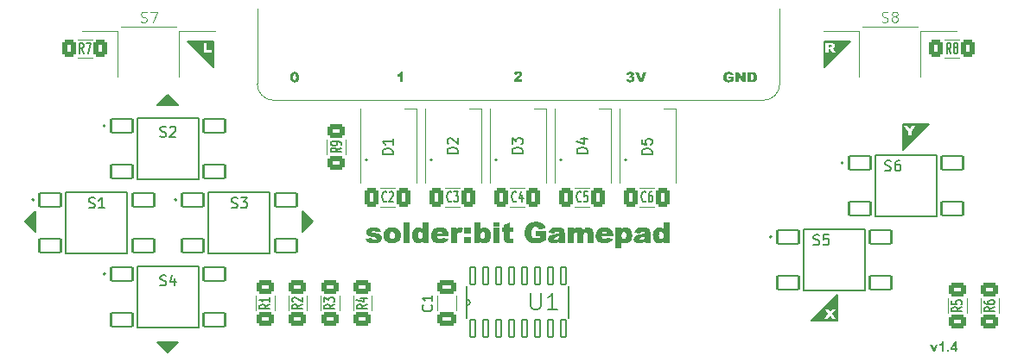
<source format=gto>
G04 #@! TF.GenerationSoftware,KiCad,Pcbnew,8.0.0*
G04 #@! TF.CreationDate,2024-05-31T17:11:35+01:00*
G04 #@! TF.ProjectId,basic_kit_SMT_bumpers_D_pad,62617369-635f-46b6-9974-5f534d545f62,v1.4*
G04 #@! TF.SameCoordinates,Original*
G04 #@! TF.FileFunction,Legend,Top*
G04 #@! TF.FilePolarity,Positive*
%FSLAX46Y46*%
G04 Gerber Fmt 4.6, Leading zero omitted, Abs format (unit mm)*
G04 Created by KiCad (PCBNEW 8.0.0) date 2024-05-31 17:11:35*
%MOMM*%
%LPD*%
G01*
G04 APERTURE LIST*
G04 Aperture macros list*
%AMRoundRect*
0 Rectangle with rounded corners*
0 $1 Rounding radius*
0 $2 $3 $4 $5 $6 $7 $8 $9 X,Y pos of 4 corners*
0 Add a 4 corners polygon primitive as box body*
4,1,4,$2,$3,$4,$5,$6,$7,$8,$9,$2,$3,0*
0 Add four circle primitives for the rounded corners*
1,1,$1+$1,$2,$3*
1,1,$1+$1,$4,$5*
1,1,$1+$1,$6,$7*
1,1,$1+$1,$8,$9*
0 Add four rect primitives between the rounded corners*
20,1,$1+$1,$2,$3,$4,$5,0*
20,1,$1+$1,$4,$5,$6,$7,0*
20,1,$1+$1,$6,$7,$8,$9,0*
20,1,$1+$1,$8,$9,$2,$3,0*%
G04 Aperture macros list end*
%ADD10C,0.150000*%
%ADD11C,0.200000*%
%ADD12C,0.300000*%
%ADD13C,0.250000*%
%ADD14C,0.100000*%
%ADD15C,0.120000*%
%ADD16C,0.127000*%
%ADD17C,0.152400*%
%ADD18C,0.000000*%
%ADD19C,1.550000*%
%ADD20RoundRect,0.250000X-0.412500X-0.650000X0.412500X-0.650000X0.412500X0.650000X-0.412500X0.650000X0*%
%ADD21RoundRect,0.250000X-0.625000X0.400000X-0.625000X-0.400000X0.625000X-0.400000X0.625000X0.400000X0*%
%ADD22RoundRect,0.250000X-0.400000X-0.625000X0.400000X-0.625000X0.400000X0.625000X-0.400000X0.625000X0*%
%ADD23RoundRect,0.250000X0.400000X0.625000X-0.400000X0.625000X-0.400000X-0.625000X0.400000X-0.625000X0*%
%ADD24RoundRect,0.102000X-1.050000X-0.700000X1.050000X-0.700000X1.050000X0.700000X-1.050000X0.700000X0*%
%ADD25R,0.900000X1.500000*%
%ADD26RoundRect,0.250000X0.650000X-0.412500X0.650000X0.412500X-0.650000X0.412500X-0.650000X-0.412500X0*%
%ADD27R,1.400000X4.500000*%
%ADD28R,3.500000X1.600000*%
%ADD29RoundRect,0.102000X0.266700X-0.850900X0.266700X0.850900X-0.266700X0.850900X-0.266700X-0.850900X0*%
%ADD30C,5.000000*%
G04 APERTURE END LIST*
D10*
X71970000Y-54490000D02*
X70471000Y-53024800D01*
X71988000Y-53019400D01*
X71970000Y-54490000D01*
G36*
X71970000Y-54490000D02*
G01*
X70471000Y-53024800D01*
X71988000Y-53019400D01*
X71970000Y-54490000D01*
G37*
D11*
X140611000Y-63693000D02*
X140611000Y-61153000D01*
X143151000Y-61153000D01*
X140611000Y-63693000D01*
D10*
X134110000Y-79220000D02*
X132980000Y-79220000D01*
X134155600Y-77890607D01*
X134110000Y-79220000D01*
G36*
X134110000Y-79220000D02*
G01*
X132980000Y-79220000D01*
X134155600Y-77890607D01*
X134110000Y-79220000D01*
G37*
D11*
X68580000Y-83566000D02*
X67564000Y-82550000D01*
X69596000Y-82550000D01*
X68580000Y-83566000D01*
G36*
X68580000Y-83566000D02*
G01*
X67564000Y-82550000D01*
X69596000Y-82550000D01*
X68580000Y-83566000D01*
G37*
D10*
X132901750Y-55550318D02*
X132921000Y-54271000D01*
X134101000Y-54261000D01*
X132901750Y-55550318D01*
G36*
X132901750Y-55550318D02*
G01*
X132921000Y-54271000D01*
X134101000Y-54261000D01*
X132901750Y-55550318D01*
G37*
D11*
X134155600Y-80430607D02*
X131615600Y-80430607D01*
X134155600Y-77890607D01*
X134155600Y-80430607D01*
X55626000Y-71755000D02*
X54610000Y-70739000D01*
X55626000Y-69723000D01*
X55626000Y-71755000D01*
G36*
X55626000Y-71755000D02*
G01*
X54610000Y-70739000D01*
X55626000Y-69723000D01*
X55626000Y-71755000D01*
G37*
D10*
X141917200Y-62326800D02*
X141920000Y-61160000D01*
X143151000Y-61153000D01*
X141917200Y-62326800D01*
G36*
X141917200Y-62326800D02*
G01*
X141920000Y-61160000D01*
X143151000Y-61153000D01*
X141917200Y-62326800D01*
G37*
X140611000Y-63693000D02*
X140641000Y-62343000D01*
X141821000Y-62333000D01*
X140611000Y-63693000D01*
G36*
X140611000Y-63693000D02*
G01*
X140641000Y-62343000D01*
X141821000Y-62333000D01*
X140611000Y-63693000D01*
G37*
D11*
X69596000Y-59309000D02*
X67564000Y-59309000D01*
X68580000Y-58293000D01*
X69596000Y-59309000D01*
G36*
X69596000Y-59309000D02*
G01*
X67564000Y-59309000D01*
X68580000Y-58293000D01*
X69596000Y-59309000D01*
G37*
D10*
X134170000Y-54200000D02*
X134157950Y-53010318D01*
X135441750Y-53010318D01*
X134170000Y-54200000D01*
G36*
X134170000Y-54200000D02*
G01*
X134157950Y-53010318D01*
X135441750Y-53010318D01*
X134170000Y-54200000D01*
G37*
X132809400Y-80430607D02*
X131615600Y-80430607D01*
X132809400Y-79236807D01*
X132809400Y-80430607D01*
G36*
X132809400Y-80430607D02*
G01*
X131615600Y-80430607D01*
X132809400Y-79236807D01*
X132809400Y-80430607D01*
G37*
D11*
X73011000Y-55564800D02*
X70471000Y-53024800D01*
X73011000Y-53024800D01*
X73011000Y-55564800D01*
X132901750Y-55550318D02*
X132901750Y-53010318D01*
X135441750Y-53010318D01*
X132901750Y-55550318D01*
X82804000Y-70739000D02*
X81788000Y-71755000D01*
X81788000Y-69723000D01*
X82804000Y-70739000D01*
G36*
X82804000Y-70739000D02*
G01*
X81788000Y-71755000D01*
X81788000Y-69723000D01*
X82804000Y-70739000D01*
G37*
D10*
X73011000Y-55564800D02*
X71841000Y-54261000D01*
X72999393Y-54261000D01*
X73011000Y-55564800D01*
G36*
X73011000Y-55564800D02*
G01*
X71841000Y-54261000D01*
X72999393Y-54261000D01*
X73011000Y-55564800D01*
G37*
D12*
G36*
X87950434Y-72376270D02*
G01*
X88535639Y-72310325D01*
X88577527Y-72401427D01*
X88629917Y-72458824D01*
X88723032Y-72494578D01*
X88785744Y-72499369D01*
X88886003Y-72486961D01*
X88951341Y-72455405D01*
X88992862Y-72380178D01*
X88938152Y-72302997D01*
X88842342Y-72274713D01*
X88737073Y-72253928D01*
X88702213Y-72247799D01*
X88598521Y-72229137D01*
X88493260Y-72207886D01*
X88393686Y-72184286D01*
X88292862Y-72153032D01*
X88204603Y-72106515D01*
X88127952Y-72039198D01*
X88096491Y-72001113D01*
X88047375Y-71915888D01*
X88019747Y-71813948D01*
X88015891Y-71754916D01*
X88026165Y-71656386D01*
X88060809Y-71560089D01*
X88102841Y-71495531D01*
X88176984Y-71421433D01*
X88260638Y-71367511D01*
X88340245Y-71333353D01*
X88443962Y-71305275D01*
X88540881Y-71290300D01*
X88650195Y-71281980D01*
X88740315Y-71280108D01*
X88849198Y-71282142D01*
X88957665Y-71289446D01*
X89059327Y-71304014D01*
X89131592Y-71322607D01*
X89228248Y-71364957D01*
X89311038Y-71422947D01*
X89344572Y-71454986D01*
X89405594Y-71533869D01*
X89456101Y-71626334D01*
X89493560Y-71716326D01*
X88930336Y-71749543D01*
X88874931Y-71666516D01*
X88864390Y-71659662D01*
X88771185Y-71628216D01*
X88712960Y-71624002D01*
X88614288Y-71637855D01*
X88585465Y-71653311D01*
X88547363Y-71721699D01*
X88593769Y-71787157D01*
X88693529Y-71814737D01*
X88794820Y-71830070D01*
X88827754Y-71834051D01*
X88928103Y-71846685D01*
X89032589Y-71863725D01*
X89135400Y-71886234D01*
X89229896Y-71915424D01*
X89247852Y-71922467D01*
X89335945Y-71967763D01*
X89414668Y-72030869D01*
X89461808Y-72087575D01*
X89510198Y-72178439D01*
X89533919Y-72276398D01*
X89536547Y-72324002D01*
X89523567Y-72428448D01*
X89488545Y-72522855D01*
X89457900Y-72577038D01*
X89393268Y-72655329D01*
X89316179Y-72716085D01*
X89221630Y-72766918D01*
X89211215Y-72771455D01*
X89107342Y-72806167D01*
X88999311Y-72827485D01*
X88892661Y-72838775D01*
X88792243Y-72842982D01*
X88756923Y-72843263D01*
X88636004Y-72840412D01*
X88526343Y-72831861D01*
X88427940Y-72817610D01*
X88324717Y-72792983D01*
X88224779Y-72753877D01*
X88177579Y-72726515D01*
X88098170Y-72660844D01*
X88033842Y-72580579D01*
X87984597Y-72485722D01*
X87953879Y-72390750D01*
X87950434Y-72376270D01*
G37*
G36*
X90651782Y-71284184D02*
G01*
X90752968Y-71296412D01*
X90869896Y-71323159D01*
X90976211Y-71362643D01*
X91071912Y-71414865D01*
X91156999Y-71479823D01*
X91217426Y-71540960D01*
X91280011Y-71623128D01*
X91329648Y-71712098D01*
X91366336Y-71807868D01*
X91390075Y-71910438D01*
X91400866Y-72019809D01*
X91401585Y-72057778D01*
X91396016Y-72162509D01*
X91379307Y-72261157D01*
X91344554Y-72371508D01*
X91293761Y-72473099D01*
X91226928Y-72565932D01*
X91173462Y-72622956D01*
X91098093Y-72686423D01*
X91014256Y-72739133D01*
X90921952Y-72781086D01*
X90821180Y-72812282D01*
X90711941Y-72832721D01*
X90594235Y-72842402D01*
X90544781Y-72843263D01*
X90436379Y-72838802D01*
X90334656Y-72825421D01*
X90221404Y-72797589D01*
X90117768Y-72756911D01*
X90023750Y-72703388D01*
X89966414Y-72660569D01*
X89887889Y-72586151D01*
X89822673Y-72504864D01*
X89770767Y-72416708D01*
X89732170Y-72321682D01*
X89706882Y-72219787D01*
X89694904Y-72111023D01*
X89693839Y-72065593D01*
X89694077Y-72061197D01*
X90285884Y-72061197D01*
X90291796Y-72162365D01*
X90315078Y-72263766D01*
X90360622Y-72346473D01*
X90438954Y-72411338D01*
X90533815Y-72436489D01*
X90547712Y-72436842D01*
X90645156Y-72417308D01*
X90724998Y-72358704D01*
X90734314Y-72347938D01*
X90782071Y-72256522D01*
X90802240Y-72160638D01*
X90808075Y-72055335D01*
X90802202Y-71956842D01*
X90779071Y-71857766D01*
X90733825Y-71776410D01*
X90656810Y-71711895D01*
X90558334Y-71686616D01*
X90551620Y-71686528D01*
X90452587Y-71706600D01*
X90370728Y-71766814D01*
X90361110Y-71777875D01*
X90312404Y-71868702D01*
X90290585Y-71971499D01*
X90285884Y-72061197D01*
X89694077Y-72061197D01*
X89699456Y-71961671D01*
X89716307Y-71863616D01*
X89751358Y-71753695D01*
X89802586Y-71652224D01*
X89869992Y-71559202D01*
X89923916Y-71501881D01*
X89999715Y-71437991D01*
X90083313Y-71384931D01*
X90174711Y-71342698D01*
X90273908Y-71311295D01*
X90380905Y-71290721D01*
X90495702Y-71280975D01*
X90543804Y-71280108D01*
X90651782Y-71284184D01*
G37*
G36*
X91647782Y-70779899D02*
G01*
X92239826Y-70779899D01*
X92239826Y-72812000D01*
X91647782Y-72812000D01*
X91647782Y-70779899D01*
G37*
G36*
X94127824Y-72812000D02*
G01*
X93573392Y-72812000D01*
X93573392Y-72641030D01*
X93503198Y-72711466D01*
X93418397Y-72771501D01*
X93395095Y-72783667D01*
X93298123Y-72819983D01*
X93193320Y-72839538D01*
X93119101Y-72843263D01*
X93009346Y-72835071D01*
X92909792Y-72810496D01*
X92820439Y-72769537D01*
X92741288Y-72712196D01*
X92672337Y-72638471D01*
X92651620Y-72610255D01*
X92597003Y-72519442D01*
X92553686Y-72421760D01*
X92521669Y-72317209D01*
X92500953Y-72205789D01*
X92492321Y-72107691D01*
X92491360Y-72066082D01*
X93080999Y-72066082D01*
X93086061Y-72167490D01*
X93105996Y-72268345D01*
X93144990Y-72349404D01*
X93221359Y-72417630D01*
X93301794Y-72436842D01*
X93398193Y-72411889D01*
X93468368Y-72348427D01*
X93512330Y-72256682D01*
X93530897Y-72159557D01*
X93536267Y-72052404D01*
X93529541Y-71945014D01*
X93506605Y-71848923D01*
X93467391Y-71775921D01*
X93389844Y-71708877D01*
X93294956Y-71686528D01*
X93198037Y-71716665D01*
X93143036Y-71772013D01*
X93102870Y-71861786D01*
X93085906Y-71958491D01*
X93080999Y-72066082D01*
X92491360Y-72066082D01*
X92490908Y-72046542D01*
X92495249Y-71935042D01*
X92508272Y-71831962D01*
X92535360Y-71719379D01*
X92574951Y-71618921D01*
X92627043Y-71530587D01*
X92668717Y-71478434D01*
X92751327Y-71401156D01*
X92843146Y-71342860D01*
X92944176Y-71303543D01*
X93054414Y-71283207D01*
X93121543Y-71280108D01*
X93226181Y-71286800D01*
X93322595Y-71306874D01*
X93364321Y-71320653D01*
X93455389Y-71361747D01*
X93531871Y-71416884D01*
X93531871Y-70779899D01*
X94127824Y-70779899D01*
X94127824Y-72812000D01*
G37*
G36*
X95310879Y-71283423D02*
G01*
X95415854Y-71293366D01*
X95526603Y-71313345D01*
X95624731Y-71342346D01*
X95698794Y-71374386D01*
X95785836Y-71426593D01*
X95861826Y-71489424D01*
X95926764Y-71562881D01*
X95980650Y-71646961D01*
X96023179Y-71742918D01*
X96050424Y-71837649D01*
X96068366Y-71942432D01*
X96076340Y-72040246D01*
X96077859Y-72109557D01*
X96077859Y-72186738D01*
X94958738Y-72186738D01*
X94983951Y-72285992D01*
X95025660Y-72351357D01*
X95107513Y-72412716D01*
X95202695Y-72436091D01*
X95225451Y-72436842D01*
X95325098Y-72421064D01*
X95374439Y-72400206D01*
X95452528Y-72334198D01*
X95473113Y-72310813D01*
X96055388Y-72377247D01*
X96001487Y-72468558D01*
X95944563Y-72549049D01*
X95874332Y-72629282D01*
X95799987Y-72694788D01*
X95732988Y-72739215D01*
X95632176Y-72784736D01*
X95528038Y-72813898D01*
X95426945Y-72830968D01*
X95314929Y-72840722D01*
X95213239Y-72843263D01*
X95107657Y-72840326D01*
X94995418Y-72829477D01*
X94894960Y-72810633D01*
X94794576Y-72779309D01*
X94750154Y-72759732D01*
X94659132Y-72704665D01*
X94577305Y-72633988D01*
X94512291Y-72558059D01*
X94468298Y-72493018D01*
X94419572Y-72397733D01*
X94384767Y-72294571D01*
X94365733Y-72197843D01*
X94357358Y-72095084D01*
X94356923Y-72064616D01*
X94362386Y-71958280D01*
X94376206Y-71874107D01*
X94960692Y-71874107D01*
X95475556Y-71874107D01*
X95441295Y-71779908D01*
X95396421Y-71733912D01*
X95302675Y-71694349D01*
X95220078Y-71686528D01*
X95118858Y-71700366D01*
X95032405Y-71745904D01*
X95017845Y-71758824D01*
X94966933Y-71844381D01*
X94960692Y-71874107D01*
X94376206Y-71874107D01*
X94378772Y-71858479D01*
X94412855Y-71747345D01*
X94462669Y-71645622D01*
X94528214Y-71553309D01*
X94580650Y-71496996D01*
X94670472Y-71423288D01*
X94772144Y-71364830D01*
X94865922Y-71327764D01*
X94967929Y-71301289D01*
X95078165Y-71285403D01*
X95196630Y-71280108D01*
X95310879Y-71283423D01*
G37*
G36*
X96298166Y-71311371D02*
G01*
X96853085Y-71311371D01*
X96853085Y-71501392D01*
X96905800Y-71417150D01*
X96979302Y-71345511D01*
X96984488Y-71341658D01*
X97071843Y-71297479D01*
X97168868Y-71280649D01*
X97191606Y-71280108D01*
X97292242Y-71291924D01*
X97393301Y-71323513D01*
X97482255Y-71364128D01*
X97297607Y-71795461D01*
X97201498Y-71760656D01*
X97132988Y-71749055D01*
X97037991Y-71772905D01*
X96975695Y-71833563D01*
X96931388Y-71932910D01*
X96910137Y-72028396D01*
X96898322Y-72127246D01*
X96892414Y-72241792D01*
X96891676Y-72304951D01*
X96891676Y-72812000D01*
X96298166Y-72812000D01*
X96298166Y-71311371D01*
G37*
G36*
X97595584Y-71311371D02*
G01*
X98224265Y-71311371D01*
X98224265Y-71905370D01*
X97595584Y-71905370D01*
X97595584Y-71311371D01*
G37*
G36*
X97595584Y-72218001D02*
G01*
X98224265Y-72218001D01*
X98224265Y-72812000D01*
X97595584Y-72812000D01*
X97595584Y-72218001D01*
G37*
G36*
X99183651Y-71417373D02*
G01*
X99266306Y-71358880D01*
X99352178Y-71320653D01*
X99452316Y-71292937D01*
X99553170Y-71281098D01*
X99593979Y-71280108D01*
X99693063Y-71287046D01*
X99800283Y-71312679D01*
X99898481Y-71357198D01*
X99987656Y-71420603D01*
X100045828Y-71477457D01*
X100106587Y-71557404D01*
X100154775Y-71649236D01*
X100190393Y-71752951D01*
X100213439Y-71868550D01*
X100223042Y-71973961D01*
X100224614Y-72041169D01*
X100220710Y-72144886D01*
X100208999Y-72243181D01*
X100186056Y-72348877D01*
X100152915Y-72447490D01*
X100143036Y-72471036D01*
X100098493Y-72558475D01*
X100038820Y-72642831D01*
X99969023Y-72712348D01*
X99916868Y-72750450D01*
X99823445Y-72799394D01*
X99723916Y-72830211D01*
X99618281Y-72842900D01*
X99596421Y-72843263D01*
X99495928Y-72836221D01*
X99393014Y-72812476D01*
X99320427Y-72783667D01*
X99233809Y-72728970D01*
X99157807Y-72658552D01*
X99142129Y-72641030D01*
X99142129Y-72812000D01*
X98587698Y-72812000D01*
X98587698Y-72052404D01*
X99179254Y-72052404D01*
X99184548Y-72158887D01*
X99202847Y-72255631D01*
X99246177Y-72347450D01*
X99321526Y-72414494D01*
X99413727Y-72436842D01*
X99508627Y-72409176D01*
X99570043Y-72349404D01*
X99611791Y-72257002D01*
X99629422Y-72157396D01*
X99634523Y-72046542D01*
X99629538Y-71948397D01*
X99609908Y-71850690D01*
X99571508Y-71772013D01*
X99498181Y-71705312D01*
X99422032Y-71686528D01*
X99325067Y-71708877D01*
X99247154Y-71775921D01*
X99203191Y-71864677D01*
X99183498Y-71964965D01*
X99179254Y-72052404D01*
X98587698Y-72052404D01*
X98587698Y-70779899D01*
X99183651Y-70779899D01*
X99183651Y-71417373D01*
G37*
G36*
X100471299Y-70779899D02*
G01*
X101061878Y-70779899D01*
X101061878Y-71186319D01*
X100471299Y-71186319D01*
X100471299Y-70779899D01*
G37*
G36*
X100471299Y-71311371D02*
G01*
X101061878Y-71311371D01*
X101061878Y-72812000D01*
X100471299Y-72812000D01*
X100471299Y-71311371D01*
G37*
G36*
X102088675Y-70770618D02*
G01*
X102088675Y-71311371D01*
X102396421Y-71311371D01*
X102396421Y-71749055D01*
X102088675Y-71749055D01*
X102088675Y-72274665D01*
X102097003Y-72374970D01*
X102104795Y-72395810D01*
X102187349Y-72436842D01*
X102287756Y-72420242D01*
X102373462Y-72394344D01*
X102418403Y-72796856D01*
X102309409Y-72817159D01*
X102205667Y-72831661D01*
X102107176Y-72840362D01*
X102013937Y-72843263D01*
X101914316Y-72839752D01*
X101809110Y-72825488D01*
X101711200Y-72793889D01*
X101697886Y-72787087D01*
X101617985Y-72726806D01*
X101558653Y-72644273D01*
X101545479Y-72616605D01*
X101517668Y-72521974D01*
X101503500Y-72420677D01*
X101497394Y-72312599D01*
X101496630Y-72252195D01*
X101496630Y-71749055D01*
X101290978Y-71749055D01*
X101290978Y-71311371D01*
X101496630Y-71311371D01*
X101496630Y-71060778D01*
X102088675Y-70770618D01*
G37*
G36*
X104609261Y-72155475D02*
G01*
X104609261Y-71655265D01*
X105601864Y-71655265D01*
X105601864Y-72490576D01*
X105514714Y-72551892D01*
X105430951Y-72606696D01*
X105334907Y-72663866D01*
X105243739Y-72711660D01*
X105143541Y-72755567D01*
X105102632Y-72770478D01*
X105005002Y-72798839D01*
X104899752Y-72820233D01*
X104786882Y-72834662D01*
X104684071Y-72841486D01*
X104594118Y-72843263D01*
X104484082Y-72840257D01*
X104380511Y-72831241D01*
X104283403Y-72816215D01*
X104175405Y-72790249D01*
X104076716Y-72755627D01*
X104001585Y-72720164D01*
X103906072Y-72660558D01*
X103820424Y-72589452D01*
X103744639Y-72506846D01*
X103687532Y-72426887D01*
X103645479Y-72353800D01*
X103602649Y-72259919D01*
X103568680Y-72161092D01*
X103543572Y-72057320D01*
X103527326Y-71948601D01*
X103519942Y-71834937D01*
X103519450Y-71795949D01*
X103522825Y-71694679D01*
X103535785Y-71578633D01*
X103558465Y-71468564D01*
X103590865Y-71364470D01*
X103632986Y-71266353D01*
X103657691Y-71219536D01*
X103714048Y-71131569D01*
X103779438Y-71051947D01*
X103853862Y-70980672D01*
X103937319Y-70917744D01*
X104029808Y-70863161D01*
X104062646Y-70846822D01*
X104160466Y-70808564D01*
X104255102Y-70783250D01*
X104359699Y-70764840D01*
X104474257Y-70753334D01*
X104577330Y-70749019D01*
X104620496Y-70748636D01*
X104721571Y-70750186D01*
X104832030Y-70756140D01*
X104930673Y-70766558D01*
X105030824Y-70784356D01*
X105125591Y-70812139D01*
X105216103Y-70853462D01*
X105305976Y-70912520D01*
X105384592Y-70985411D01*
X105405981Y-71009976D01*
X105464847Y-71092180D01*
X105515599Y-71188218D01*
X105553899Y-71285197D01*
X105578417Y-71365105D01*
X104948270Y-71469641D01*
X104904713Y-71381885D01*
X104834096Y-71309528D01*
X104823706Y-71302579D01*
X104727475Y-71262279D01*
X104623236Y-71249055D01*
X104606819Y-71248845D01*
X104501911Y-71259008D01*
X104400302Y-71294137D01*
X104314436Y-71354358D01*
X104291745Y-71377317D01*
X104235074Y-71461793D01*
X104200269Y-71557383D01*
X104181836Y-71656853D01*
X104174623Y-71771096D01*
X104174509Y-71788622D01*
X104178682Y-71895348D01*
X104194099Y-72004409D01*
X104225630Y-72108670D01*
X104278837Y-72199980D01*
X104293211Y-72216535D01*
X104376607Y-72283254D01*
X104467406Y-72322173D01*
X104573121Y-72341076D01*
X104624893Y-72343053D01*
X104725154Y-72338046D01*
X104820775Y-72323025D01*
X104918839Y-72296403D01*
X105011657Y-72263090D01*
X105025451Y-72257568D01*
X105025451Y-72155475D01*
X104609261Y-72155475D01*
G37*
G36*
X106741528Y-71281487D02*
G01*
X106851254Y-71286441D01*
X106948768Y-71294997D01*
X107043874Y-71308929D01*
X107144944Y-71336305D01*
X107233893Y-71378803D01*
X107304237Y-71430562D01*
X107370549Y-71508231D01*
X107415549Y-71597830D01*
X107420985Y-71612279D01*
X107450036Y-71712804D01*
X107463110Y-71815944D01*
X107463483Y-71836005D01*
X107463483Y-72484226D01*
X107467347Y-72584707D01*
X107475695Y-72642983D01*
X107507790Y-72735567D01*
X107542618Y-72812000D01*
X106983790Y-72812000D01*
X106939765Y-72722668D01*
X106936896Y-72714302D01*
X106921752Y-72647380D01*
X106844860Y-72711497D01*
X106761035Y-72762554D01*
X106720008Y-72781713D01*
X106620689Y-72814171D01*
X106523307Y-72833105D01*
X106418353Y-72842301D01*
X106369275Y-72843263D01*
X106258452Y-72837512D01*
X106159783Y-72820262D01*
X106061903Y-72786465D01*
X105970764Y-72730488D01*
X105961878Y-72723095D01*
X105894108Y-72650667D01*
X105844820Y-72559495D01*
X105822915Y-72457066D01*
X105821683Y-72424142D01*
X105826202Y-72379690D01*
X106413727Y-72379690D01*
X106454272Y-72465663D01*
X106549328Y-72498184D01*
X106579324Y-72499369D01*
X106681001Y-72485592D01*
X106745409Y-72460290D01*
X106826503Y-72402056D01*
X106853364Y-72366012D01*
X106882604Y-72268494D01*
X106885116Y-72220443D01*
X106885116Y-72161337D01*
X106789053Y-72189758D01*
X106687192Y-72215511D01*
X106663832Y-72220932D01*
X106564032Y-72248124D01*
X106471418Y-72286439D01*
X106455249Y-72298113D01*
X106413727Y-72379690D01*
X105826202Y-72379690D01*
X105831653Y-72326063D01*
X105865651Y-72231400D01*
X105923776Y-72150590D01*
X106002983Y-72089424D01*
X106102168Y-72043593D01*
X106197584Y-72013984D01*
X106292094Y-71992809D01*
X106402084Y-71971199D01*
X106510697Y-71949244D01*
X106608836Y-71928445D01*
X106698515Y-71907324D01*
X106797403Y-71878340D01*
X106885116Y-71847729D01*
X106865433Y-71748477D01*
X106847014Y-71723653D01*
X106754874Y-71688849D01*
X106708284Y-71686528D01*
X106605355Y-71695130D01*
X106510936Y-71731469D01*
X106450003Y-71814273D01*
X106426428Y-71875572D01*
X105862715Y-71809627D01*
X105886472Y-71708133D01*
X105918114Y-71615222D01*
X105955528Y-71541937D01*
X106021860Y-71460857D01*
X106104299Y-71395060D01*
X106124544Y-71382202D01*
X106218089Y-71338605D01*
X106315316Y-71311634D01*
X106340454Y-71306487D01*
X106437248Y-71291469D01*
X106538890Y-71282684D01*
X106635500Y-71280108D01*
X106741528Y-71281487D01*
G37*
G36*
X107760482Y-71311371D02*
G01*
X108313937Y-71311371D01*
X108313937Y-71499927D01*
X108383775Y-71428646D01*
X108462131Y-71370142D01*
X108519101Y-71338238D01*
X108614126Y-71302815D01*
X108713061Y-71284707D01*
X108802422Y-71280108D01*
X108907218Y-71286405D01*
X109005743Y-71307878D01*
X109086721Y-71344588D01*
X109169601Y-71408903D01*
X109233595Y-71489860D01*
X109248410Y-71516047D01*
X109322141Y-71442583D01*
X109401481Y-71378964D01*
X109478975Y-71333353D01*
X109578248Y-71298879D01*
X109675346Y-71283436D01*
X109753504Y-71280108D01*
X109854243Y-71287051D01*
X109957008Y-71311986D01*
X110046584Y-71355057D01*
X110122971Y-71416263D01*
X110131592Y-71425189D01*
X110191218Y-71507498D01*
X110233808Y-71609836D01*
X110257099Y-71715811D01*
X110266682Y-71818851D01*
X110267879Y-71874595D01*
X110267879Y-72812000D01*
X109675835Y-72812000D01*
X109675835Y-71958127D01*
X109662096Y-71859323D01*
X109640664Y-71818908D01*
X109562185Y-71757309D01*
X109512681Y-71749055D01*
X109416433Y-71772820D01*
X109364669Y-71816466D01*
X109322538Y-71905004D01*
X109308987Y-72008773D01*
X109308494Y-72036773D01*
X109308494Y-72812000D01*
X108716937Y-72812000D01*
X108716937Y-71987924D01*
X108712320Y-71887615D01*
X108707168Y-71861406D01*
X108650503Y-71779829D01*
X108556714Y-71749055D01*
X108457796Y-71775769D01*
X108410168Y-71817443D01*
X108366937Y-71909034D01*
X108353428Y-72008181D01*
X108352527Y-72047031D01*
X108352527Y-72812000D01*
X107760482Y-72812000D01*
X107760482Y-71311371D01*
G37*
G36*
X111440676Y-71283423D02*
G01*
X111545651Y-71293366D01*
X111656401Y-71313345D01*
X111754528Y-71342346D01*
X111828591Y-71374386D01*
X111915633Y-71426593D01*
X111991623Y-71489424D01*
X112056561Y-71562881D01*
X112110448Y-71646961D01*
X112152976Y-71742918D01*
X112180221Y-71837649D01*
X112198163Y-71942432D01*
X112206137Y-72040246D01*
X112207656Y-72109557D01*
X112207656Y-72186738D01*
X111088535Y-72186738D01*
X111113748Y-72285992D01*
X111155458Y-72351357D01*
X111237310Y-72412716D01*
X111332493Y-72436091D01*
X111355249Y-72436842D01*
X111454895Y-72421064D01*
X111504237Y-72400206D01*
X111582326Y-72334198D01*
X111602911Y-72310813D01*
X112185186Y-72377247D01*
X112131284Y-72468558D01*
X112074361Y-72549049D01*
X112004129Y-72629282D01*
X111929784Y-72694788D01*
X111862785Y-72739215D01*
X111761974Y-72784736D01*
X111657836Y-72813898D01*
X111556742Y-72830968D01*
X111444726Y-72840722D01*
X111343036Y-72843263D01*
X111237455Y-72840326D01*
X111125216Y-72829477D01*
X111024758Y-72810633D01*
X110924374Y-72779309D01*
X110879952Y-72759732D01*
X110788929Y-72704665D01*
X110707103Y-72633988D01*
X110642088Y-72558059D01*
X110598096Y-72493018D01*
X110549369Y-72397733D01*
X110514565Y-72294571D01*
X110495531Y-72197843D01*
X110487156Y-72095084D01*
X110486721Y-72064616D01*
X110492183Y-71958280D01*
X110506003Y-71874107D01*
X111090489Y-71874107D01*
X111605353Y-71874107D01*
X111571093Y-71779908D01*
X111526219Y-71733912D01*
X111432473Y-71694349D01*
X111349875Y-71686528D01*
X111248656Y-71700366D01*
X111162202Y-71745904D01*
X111147642Y-71758824D01*
X111096730Y-71844381D01*
X111090489Y-71874107D01*
X110506003Y-71874107D01*
X110508569Y-71858479D01*
X110542653Y-71747345D01*
X110592467Y-71645622D01*
X110658012Y-71553309D01*
X110710448Y-71496996D01*
X110800270Y-71423288D01*
X110901942Y-71364830D01*
X110995720Y-71327764D01*
X111097727Y-71301289D01*
X111207963Y-71285403D01*
X111326428Y-71280108D01*
X111440676Y-71283423D01*
G37*
G36*
X113542258Y-71288214D02*
G01*
X113640621Y-71312532D01*
X113743180Y-71361392D01*
X113832602Y-71432317D01*
X113898794Y-71510674D01*
X113954407Y-71600679D01*
X113998513Y-71698138D01*
X114031114Y-71803049D01*
X114052209Y-71915415D01*
X114060998Y-72014746D01*
X114062436Y-72076829D01*
X114058071Y-72188739D01*
X114044977Y-72292134D01*
X114017740Y-72404969D01*
X113977932Y-72505542D01*
X113925553Y-72593852D01*
X113883651Y-72645914D01*
X113800920Y-72722811D01*
X113709168Y-72780820D01*
X113608392Y-72819943D01*
X113498594Y-72840179D01*
X113431801Y-72843263D01*
X113328032Y-72836571D01*
X113231841Y-72816497D01*
X113190001Y-72802718D01*
X113098718Y-72761381D01*
X113021473Y-72706487D01*
X113021473Y-73374735D01*
X112425521Y-73374735D01*
X112425521Y-72069990D01*
X113017077Y-72069990D01*
X113022525Y-72168406D01*
X113043982Y-72267178D01*
X113085953Y-72347938D01*
X113163501Y-72414616D01*
X113258389Y-72436842D01*
X113355307Y-72407050D01*
X113410308Y-72352334D01*
X113450475Y-72262475D01*
X113467438Y-72165045D01*
X113472346Y-72056312D01*
X113467207Y-71955848D01*
X113446967Y-71855728D01*
X113407377Y-71774944D01*
X113331284Y-71705956D01*
X113251550Y-71686528D01*
X113155013Y-71711620D01*
X113084488Y-71775433D01*
X113040842Y-71866936D01*
X113022409Y-71963545D01*
X113017077Y-72069990D01*
X112425521Y-72069990D01*
X112425521Y-71311371D01*
X112979952Y-71311371D01*
X112979952Y-71481853D01*
X113049198Y-71412365D01*
X113133504Y-71352824D01*
X113156784Y-71340681D01*
X113254649Y-71303769D01*
X113350876Y-71284900D01*
X113434244Y-71280108D01*
X113542258Y-71288214D01*
G37*
G36*
X115139574Y-71281487D02*
G01*
X115249300Y-71286441D01*
X115346814Y-71294997D01*
X115441920Y-71308929D01*
X115542990Y-71336305D01*
X115631939Y-71378803D01*
X115702283Y-71430562D01*
X115768595Y-71508231D01*
X115813595Y-71597830D01*
X115819031Y-71612279D01*
X115848082Y-71712804D01*
X115861156Y-71815944D01*
X115861529Y-71836005D01*
X115861529Y-72484226D01*
X115865393Y-72584707D01*
X115873741Y-72642983D01*
X115905836Y-72735567D01*
X115940664Y-72812000D01*
X115381836Y-72812000D01*
X115337811Y-72722668D01*
X115334942Y-72714302D01*
X115319799Y-72647380D01*
X115242906Y-72711497D01*
X115159081Y-72762554D01*
X115118054Y-72781713D01*
X115018735Y-72814171D01*
X114921354Y-72833105D01*
X114816399Y-72842301D01*
X114767321Y-72843263D01*
X114656498Y-72837512D01*
X114557830Y-72820262D01*
X114459949Y-72786465D01*
X114368810Y-72730488D01*
X114359924Y-72723095D01*
X114292154Y-72650667D01*
X114242866Y-72559495D01*
X114220961Y-72457066D01*
X114219729Y-72424142D01*
X114224248Y-72379690D01*
X114811773Y-72379690D01*
X114852318Y-72465663D01*
X114947374Y-72498184D01*
X114977370Y-72499369D01*
X115079047Y-72485592D01*
X115143455Y-72460290D01*
X115224549Y-72402056D01*
X115251411Y-72366012D01*
X115280650Y-72268494D01*
X115283162Y-72220443D01*
X115283162Y-72161337D01*
X115187099Y-72189758D01*
X115085238Y-72215511D01*
X115061878Y-72220932D01*
X114962078Y-72248124D01*
X114869464Y-72286439D01*
X114853295Y-72298113D01*
X114811773Y-72379690D01*
X114224248Y-72379690D01*
X114229699Y-72326063D01*
X114263697Y-72231400D01*
X114321822Y-72150590D01*
X114401029Y-72089424D01*
X114500214Y-72043593D01*
X114595630Y-72013984D01*
X114690140Y-71992809D01*
X114800130Y-71971199D01*
X114908743Y-71949244D01*
X115006882Y-71928445D01*
X115096561Y-71907324D01*
X115195449Y-71878340D01*
X115283162Y-71847729D01*
X115263479Y-71748477D01*
X115245060Y-71723653D01*
X115152920Y-71688849D01*
X115106330Y-71686528D01*
X115003401Y-71695130D01*
X114908982Y-71731469D01*
X114848049Y-71814273D01*
X114824474Y-71875572D01*
X114260762Y-71809627D01*
X114284518Y-71708133D01*
X114316160Y-71615222D01*
X114353574Y-71541937D01*
X114419906Y-71460857D01*
X114502345Y-71395060D01*
X114522590Y-71382202D01*
X114616135Y-71338605D01*
X114713362Y-71311634D01*
X114738501Y-71306487D01*
X114835294Y-71291469D01*
X114936936Y-71282684D01*
X115033546Y-71280108D01*
X115139574Y-71281487D01*
G37*
G36*
X117721683Y-72812000D02*
G01*
X117167251Y-72812000D01*
X117167251Y-72641030D01*
X117097057Y-72711466D01*
X117012256Y-72771501D01*
X116988954Y-72783667D01*
X116891982Y-72819983D01*
X116787179Y-72839538D01*
X116712960Y-72843263D01*
X116603205Y-72835071D01*
X116503651Y-72810496D01*
X116414298Y-72769537D01*
X116335147Y-72712196D01*
X116266196Y-72638471D01*
X116245479Y-72610255D01*
X116190862Y-72519442D01*
X116147545Y-72421760D01*
X116115528Y-72317209D01*
X116094812Y-72205789D01*
X116086180Y-72107691D01*
X116085219Y-72066082D01*
X116674858Y-72066082D01*
X116679920Y-72167490D01*
X116699855Y-72268345D01*
X116738849Y-72349404D01*
X116815218Y-72417630D01*
X116895653Y-72436842D01*
X116992052Y-72411889D01*
X117062227Y-72348427D01*
X117106189Y-72256682D01*
X117124756Y-72159557D01*
X117130127Y-72052404D01*
X117123400Y-71945014D01*
X117100464Y-71848923D01*
X117061250Y-71775921D01*
X116983703Y-71708877D01*
X116888815Y-71686528D01*
X116791896Y-71716665D01*
X116736896Y-71772013D01*
X116696729Y-71861786D01*
X116679765Y-71958491D01*
X116674858Y-72066082D01*
X116085219Y-72066082D01*
X116084767Y-72046542D01*
X116089108Y-71935042D01*
X116102131Y-71831962D01*
X116129219Y-71719379D01*
X116168810Y-71618921D01*
X116220902Y-71530587D01*
X116262576Y-71478434D01*
X116345186Y-71401156D01*
X116437005Y-71342860D01*
X116538035Y-71303543D01*
X116648274Y-71283207D01*
X116715402Y-71280108D01*
X116820040Y-71286800D01*
X116916454Y-71306874D01*
X116958180Y-71320653D01*
X117049248Y-71361747D01*
X117125730Y-71416884D01*
X117125730Y-70779899D01*
X117721683Y-70779899D01*
X117721683Y-72812000D01*
G37*
D13*
G36*
X143557639Y-83523000D02*
G01*
X143263571Y-82788317D01*
X143466293Y-82788317D01*
X143603557Y-83163230D01*
X143643369Y-83288526D01*
X143658634Y-83241586D01*
X143663397Y-83225512D01*
X143678509Y-83178846D01*
X143683913Y-83163230D01*
X143822643Y-82788317D01*
X144021212Y-82788317D01*
X143731296Y-83523000D01*
X143557639Y-83523000D01*
G37*
G36*
X144588344Y-83523000D02*
G01*
X144395392Y-83523000D01*
X144395392Y-82787829D01*
X144354403Y-82825638D01*
X144310751Y-82859567D01*
X144264437Y-82889615D01*
X144215462Y-82915781D01*
X144163824Y-82938067D01*
X144146020Y-82944632D01*
X144146020Y-82757054D01*
X144194478Y-82737696D01*
X144240292Y-82713013D01*
X144282767Y-82685299D01*
X144310152Y-82665219D01*
X144351001Y-82629864D01*
X144384890Y-82591702D01*
X144411818Y-82550730D01*
X144431785Y-82506949D01*
X144588344Y-82506949D01*
X144588344Y-83523000D01*
G37*
G36*
X144914164Y-83523000D02*
G01*
X144914164Y-83335421D01*
X145107360Y-83335421D01*
X145107360Y-83523000D01*
X144914164Y-83523000D01*
G37*
G36*
X145827144Y-83147842D02*
G01*
X145952196Y-83147842D01*
X145952196Y-83319789D01*
X145827144Y-83319789D01*
X145827144Y-83523000D01*
X145640298Y-83523000D01*
X145640298Y-83319789D01*
X145228260Y-83319789D01*
X145228260Y-83148575D01*
X145228772Y-83147842D01*
X145409000Y-83147842D01*
X145640298Y-83147842D01*
X145640298Y-82816649D01*
X145409000Y-83147842D01*
X145228772Y-83147842D01*
X145665211Y-82522581D01*
X145827144Y-82522581D01*
X145827144Y-83147842D01*
G37*
D10*
G36*
X133482889Y-53389717D02*
G01*
X133535330Y-53394632D01*
X133583400Y-53412812D01*
X133603484Y-53435082D01*
X133614419Y-53479637D01*
X133613732Y-53490451D01*
X133594879Y-53531954D01*
X133588493Y-53538611D01*
X133544321Y-53560091D01*
X133513104Y-53566041D01*
X133461767Y-53572401D01*
X133330609Y-53572401D01*
X133330609Y-53389512D01*
X133467385Y-53389512D01*
X133482889Y-53389717D01*
G37*
G36*
X134108627Y-54207000D02*
G01*
X132918222Y-54207000D01*
X132918222Y-53206623D01*
X133018222Y-53206623D01*
X133018222Y-53389512D01*
X133018222Y-54107000D01*
X133330609Y-54107000D01*
X133330609Y-53741221D01*
X133358208Y-53741221D01*
X133388845Y-53744158D01*
X133434412Y-53762104D01*
X133464405Y-53791981D01*
X133490832Y-53831567D01*
X133656917Y-54107000D01*
X134008627Y-54107000D01*
X133858173Y-53848273D01*
X133844395Y-53827572D01*
X133814454Y-53791560D01*
X133799173Y-53774689D01*
X133764872Y-53743200D01*
X133731900Y-53726439D01*
X133683784Y-53709568D01*
X133696530Y-53706864D01*
X133745760Y-53693631D01*
X133792960Y-53673957D01*
X133822544Y-53655753D01*
X133860623Y-53623656D01*
X133891146Y-53585810D01*
X133911587Y-53546040D01*
X133923544Y-53501387D01*
X133927050Y-53456556D01*
X133926638Y-53440671D01*
X133920455Y-53395773D01*
X133904885Y-53350740D01*
X133880155Y-53310817D01*
X133848113Y-53277024D01*
X133806199Y-53248430D01*
X133757301Y-53228824D01*
X133747509Y-53226136D01*
X133696859Y-53216184D01*
X133642786Y-53210287D01*
X133588484Y-53207403D01*
X133536750Y-53206623D01*
X133018222Y-53206623D01*
X132918222Y-53206623D01*
X132918222Y-53106623D01*
X134108627Y-53106623D01*
X134108627Y-54207000D01*
G37*
G36*
X134107138Y-80353000D02*
G01*
X132811953Y-80353000D01*
X132811953Y-80253000D01*
X132911953Y-80253000D01*
X133259755Y-80253000D01*
X133458813Y-79963718D01*
X133657383Y-80253000D01*
X134007138Y-80253000D01*
X133664221Y-79788743D01*
X133977585Y-79352623D01*
X133638087Y-79352623D01*
X133465163Y-79629594D01*
X133286378Y-79352623D01*
X132943705Y-79352623D01*
X133259755Y-79783687D01*
X132911953Y-80253000D01*
X132811953Y-80253000D01*
X132811953Y-79252623D01*
X134107138Y-79252623D01*
X134107138Y-80353000D01*
G37*
G36*
X72959790Y-54217000D02*
G01*
X71963070Y-54217000D01*
X71963070Y-53216623D01*
X72063070Y-53216623D01*
X72063070Y-54117000D01*
X72859790Y-54117000D01*
X72859790Y-53891905D01*
X72374235Y-53891905D01*
X72374235Y-53216623D01*
X72063070Y-53216623D01*
X71963070Y-53216623D01*
X71963070Y-53116623D01*
X72959790Y-53116623D01*
X72959790Y-54217000D01*
G37*
G36*
X141906138Y-62345000D02*
G01*
X140610465Y-62345000D01*
X140610465Y-61344623D01*
X140710465Y-61344623D01*
X141102719Y-61867791D01*
X141102719Y-62245000D01*
X141414373Y-62245000D01*
X141414373Y-61867791D01*
X141806138Y-61344623D01*
X141462489Y-61344623D01*
X141259279Y-61642916D01*
X141055824Y-61344623D01*
X140710465Y-61344623D01*
X140610465Y-61344623D01*
X140610465Y-61244623D01*
X141906138Y-61244623D01*
X141906138Y-62345000D01*
G37*
X115400833Y-68685580D02*
X115367500Y-68733200D01*
X115367500Y-68733200D02*
X115267500Y-68780819D01*
X115267500Y-68780819D02*
X115200833Y-68780819D01*
X115200833Y-68780819D02*
X115100833Y-68733200D01*
X115100833Y-68733200D02*
X115034167Y-68637961D01*
X115034167Y-68637961D02*
X115000833Y-68542723D01*
X115000833Y-68542723D02*
X114967500Y-68352247D01*
X114967500Y-68352247D02*
X114967500Y-68209390D01*
X114967500Y-68209390D02*
X115000833Y-68018914D01*
X115000833Y-68018914D02*
X115034167Y-67923676D01*
X115034167Y-67923676D02*
X115100833Y-67828438D01*
X115100833Y-67828438D02*
X115200833Y-67780819D01*
X115200833Y-67780819D02*
X115267500Y-67780819D01*
X115267500Y-67780819D02*
X115367500Y-67828438D01*
X115367500Y-67828438D02*
X115400833Y-67876057D01*
X116000833Y-67780819D02*
X115867500Y-67780819D01*
X115867500Y-67780819D02*
X115800833Y-67828438D01*
X115800833Y-67828438D02*
X115767500Y-67876057D01*
X115767500Y-67876057D02*
X115700833Y-68018914D01*
X115700833Y-68018914D02*
X115667500Y-68209390D01*
X115667500Y-68209390D02*
X115667500Y-68590342D01*
X115667500Y-68590342D02*
X115700833Y-68685580D01*
X115700833Y-68685580D02*
X115734167Y-68733200D01*
X115734167Y-68733200D02*
X115800833Y-68780819D01*
X115800833Y-68780819D02*
X115934167Y-68780819D01*
X115934167Y-68780819D02*
X116000833Y-68733200D01*
X116000833Y-68733200D02*
X116034167Y-68685580D01*
X116034167Y-68685580D02*
X116067500Y-68590342D01*
X116067500Y-68590342D02*
X116067500Y-68352247D01*
X116067500Y-68352247D02*
X116034167Y-68257009D01*
X116034167Y-68257009D02*
X116000833Y-68209390D01*
X116000833Y-68209390D02*
X115934167Y-68161771D01*
X115934167Y-68161771D02*
X115800833Y-68161771D01*
X115800833Y-68161771D02*
X115734167Y-68209390D01*
X115734167Y-68209390D02*
X115700833Y-68257009D01*
X115700833Y-68257009D02*
X115667500Y-68352247D01*
X109050833Y-68685580D02*
X109017500Y-68733200D01*
X109017500Y-68733200D02*
X108917500Y-68780819D01*
X108917500Y-68780819D02*
X108850833Y-68780819D01*
X108850833Y-68780819D02*
X108750833Y-68733200D01*
X108750833Y-68733200D02*
X108684167Y-68637961D01*
X108684167Y-68637961D02*
X108650833Y-68542723D01*
X108650833Y-68542723D02*
X108617500Y-68352247D01*
X108617500Y-68352247D02*
X108617500Y-68209390D01*
X108617500Y-68209390D02*
X108650833Y-68018914D01*
X108650833Y-68018914D02*
X108684167Y-67923676D01*
X108684167Y-67923676D02*
X108750833Y-67828438D01*
X108750833Y-67828438D02*
X108850833Y-67780819D01*
X108850833Y-67780819D02*
X108917500Y-67780819D01*
X108917500Y-67780819D02*
X109017500Y-67828438D01*
X109017500Y-67828438D02*
X109050833Y-67876057D01*
X109684167Y-67780819D02*
X109350833Y-67780819D01*
X109350833Y-67780819D02*
X109317500Y-68257009D01*
X109317500Y-68257009D02*
X109350833Y-68209390D01*
X109350833Y-68209390D02*
X109417500Y-68161771D01*
X109417500Y-68161771D02*
X109584167Y-68161771D01*
X109584167Y-68161771D02*
X109650833Y-68209390D01*
X109650833Y-68209390D02*
X109684167Y-68257009D01*
X109684167Y-68257009D02*
X109717500Y-68352247D01*
X109717500Y-68352247D02*
X109717500Y-68590342D01*
X109717500Y-68590342D02*
X109684167Y-68685580D01*
X109684167Y-68685580D02*
X109650833Y-68733200D01*
X109650833Y-68733200D02*
X109584167Y-68780819D01*
X109584167Y-68780819D02*
X109417500Y-68780819D01*
X109417500Y-68780819D02*
X109350833Y-68733200D01*
X109350833Y-68733200D02*
X109317500Y-68685580D01*
X102700833Y-68685580D02*
X102667500Y-68733200D01*
X102667500Y-68733200D02*
X102567500Y-68780819D01*
X102567500Y-68780819D02*
X102500833Y-68780819D01*
X102500833Y-68780819D02*
X102400833Y-68733200D01*
X102400833Y-68733200D02*
X102334167Y-68637961D01*
X102334167Y-68637961D02*
X102300833Y-68542723D01*
X102300833Y-68542723D02*
X102267500Y-68352247D01*
X102267500Y-68352247D02*
X102267500Y-68209390D01*
X102267500Y-68209390D02*
X102300833Y-68018914D01*
X102300833Y-68018914D02*
X102334167Y-67923676D01*
X102334167Y-67923676D02*
X102400833Y-67828438D01*
X102400833Y-67828438D02*
X102500833Y-67780819D01*
X102500833Y-67780819D02*
X102567500Y-67780819D01*
X102567500Y-67780819D02*
X102667500Y-67828438D01*
X102667500Y-67828438D02*
X102700833Y-67876057D01*
X103300833Y-68114152D02*
X103300833Y-68780819D01*
X103134167Y-67733200D02*
X102967500Y-68447485D01*
X102967500Y-68447485D02*
X103400833Y-68447485D01*
X96350833Y-68685580D02*
X96317500Y-68733200D01*
X96317500Y-68733200D02*
X96217500Y-68780819D01*
X96217500Y-68780819D02*
X96150833Y-68780819D01*
X96150833Y-68780819D02*
X96050833Y-68733200D01*
X96050833Y-68733200D02*
X95984167Y-68637961D01*
X95984167Y-68637961D02*
X95950833Y-68542723D01*
X95950833Y-68542723D02*
X95917500Y-68352247D01*
X95917500Y-68352247D02*
X95917500Y-68209390D01*
X95917500Y-68209390D02*
X95950833Y-68018914D01*
X95950833Y-68018914D02*
X95984167Y-67923676D01*
X95984167Y-67923676D02*
X96050833Y-67828438D01*
X96050833Y-67828438D02*
X96150833Y-67780819D01*
X96150833Y-67780819D02*
X96217500Y-67780819D01*
X96217500Y-67780819D02*
X96317500Y-67828438D01*
X96317500Y-67828438D02*
X96350833Y-67876057D01*
X96584167Y-67780819D02*
X97017500Y-67780819D01*
X97017500Y-67780819D02*
X96784167Y-68161771D01*
X96784167Y-68161771D02*
X96884167Y-68161771D01*
X96884167Y-68161771D02*
X96950833Y-68209390D01*
X96950833Y-68209390D02*
X96984167Y-68257009D01*
X96984167Y-68257009D02*
X97017500Y-68352247D01*
X97017500Y-68352247D02*
X97017500Y-68590342D01*
X97017500Y-68590342D02*
X96984167Y-68685580D01*
X96984167Y-68685580D02*
X96950833Y-68733200D01*
X96950833Y-68733200D02*
X96884167Y-68780819D01*
X96884167Y-68780819D02*
X96684167Y-68780819D01*
X96684167Y-68780819D02*
X96617500Y-68733200D01*
X96617500Y-68733200D02*
X96584167Y-68685580D01*
X90000833Y-68685580D02*
X89967500Y-68733200D01*
X89967500Y-68733200D02*
X89867500Y-68780819D01*
X89867500Y-68780819D02*
X89800833Y-68780819D01*
X89800833Y-68780819D02*
X89700833Y-68733200D01*
X89700833Y-68733200D02*
X89634167Y-68637961D01*
X89634167Y-68637961D02*
X89600833Y-68542723D01*
X89600833Y-68542723D02*
X89567500Y-68352247D01*
X89567500Y-68352247D02*
X89567500Y-68209390D01*
X89567500Y-68209390D02*
X89600833Y-68018914D01*
X89600833Y-68018914D02*
X89634167Y-67923676D01*
X89634167Y-67923676D02*
X89700833Y-67828438D01*
X89700833Y-67828438D02*
X89800833Y-67780819D01*
X89800833Y-67780819D02*
X89867500Y-67780819D01*
X89867500Y-67780819D02*
X89967500Y-67828438D01*
X89967500Y-67828438D02*
X90000833Y-67876057D01*
X90267500Y-67876057D02*
X90300833Y-67828438D01*
X90300833Y-67828438D02*
X90367500Y-67780819D01*
X90367500Y-67780819D02*
X90534167Y-67780819D01*
X90534167Y-67780819D02*
X90600833Y-67828438D01*
X90600833Y-67828438D02*
X90634167Y-67876057D01*
X90634167Y-67876057D02*
X90667500Y-67971295D01*
X90667500Y-67971295D02*
X90667500Y-68066533D01*
X90667500Y-68066533D02*
X90634167Y-68209390D01*
X90634167Y-68209390D02*
X90234167Y-68780819D01*
X90234167Y-68780819D02*
X90667500Y-68780819D01*
X85530819Y-63489666D02*
X85054628Y-63722999D01*
X85530819Y-63889666D02*
X84530819Y-63889666D01*
X84530819Y-63889666D02*
X84530819Y-63622999D01*
X84530819Y-63622999D02*
X84578438Y-63556333D01*
X84578438Y-63556333D02*
X84626057Y-63522999D01*
X84626057Y-63522999D02*
X84721295Y-63489666D01*
X84721295Y-63489666D02*
X84864152Y-63489666D01*
X84864152Y-63489666D02*
X84959390Y-63522999D01*
X84959390Y-63522999D02*
X85007009Y-63556333D01*
X85007009Y-63556333D02*
X85054628Y-63622999D01*
X85054628Y-63622999D02*
X85054628Y-63889666D01*
X85530819Y-63156333D02*
X85530819Y-63022999D01*
X85530819Y-63022999D02*
X85483200Y-62956333D01*
X85483200Y-62956333D02*
X85435580Y-62922999D01*
X85435580Y-62922999D02*
X85292723Y-62856333D01*
X85292723Y-62856333D02*
X85102247Y-62822999D01*
X85102247Y-62822999D02*
X84721295Y-62822999D01*
X84721295Y-62822999D02*
X84626057Y-62856333D01*
X84626057Y-62856333D02*
X84578438Y-62889666D01*
X84578438Y-62889666D02*
X84530819Y-62956333D01*
X84530819Y-62956333D02*
X84530819Y-63089666D01*
X84530819Y-63089666D02*
X84578438Y-63156333D01*
X84578438Y-63156333D02*
X84626057Y-63189666D01*
X84626057Y-63189666D02*
X84721295Y-63222999D01*
X84721295Y-63222999D02*
X84959390Y-63222999D01*
X84959390Y-63222999D02*
X85054628Y-63189666D01*
X85054628Y-63189666D02*
X85102247Y-63156333D01*
X85102247Y-63156333D02*
X85149866Y-63089666D01*
X85149866Y-63089666D02*
X85149866Y-62956333D01*
X85149866Y-62956333D02*
X85102247Y-62889666D01*
X85102247Y-62889666D02*
X85054628Y-62856333D01*
X85054628Y-62856333D02*
X84959390Y-62822999D01*
X60314333Y-54175819D02*
X60081000Y-53699628D01*
X59914333Y-54175819D02*
X59914333Y-53175819D01*
X59914333Y-53175819D02*
X60181000Y-53175819D01*
X60181000Y-53175819D02*
X60247667Y-53223438D01*
X60247667Y-53223438D02*
X60281000Y-53271057D01*
X60281000Y-53271057D02*
X60314333Y-53366295D01*
X60314333Y-53366295D02*
X60314333Y-53509152D01*
X60314333Y-53509152D02*
X60281000Y-53604390D01*
X60281000Y-53604390D02*
X60247667Y-53652009D01*
X60247667Y-53652009D02*
X60181000Y-53699628D01*
X60181000Y-53699628D02*
X59914333Y-53699628D01*
X60547667Y-53175819D02*
X61014333Y-53175819D01*
X61014333Y-53175819D02*
X60714333Y-54175819D01*
X145284333Y-54175819D02*
X145051000Y-53699628D01*
X144884333Y-54175819D02*
X144884333Y-53175819D01*
X144884333Y-53175819D02*
X145151000Y-53175819D01*
X145151000Y-53175819D02*
X145217667Y-53223438D01*
X145217667Y-53223438D02*
X145251000Y-53271057D01*
X145251000Y-53271057D02*
X145284333Y-53366295D01*
X145284333Y-53366295D02*
X145284333Y-53509152D01*
X145284333Y-53509152D02*
X145251000Y-53604390D01*
X145251000Y-53604390D02*
X145217667Y-53652009D01*
X145217667Y-53652009D02*
X145151000Y-53699628D01*
X145151000Y-53699628D02*
X144884333Y-53699628D01*
X145684333Y-53604390D02*
X145617667Y-53556771D01*
X145617667Y-53556771D02*
X145584333Y-53509152D01*
X145584333Y-53509152D02*
X145551000Y-53413914D01*
X145551000Y-53413914D02*
X145551000Y-53366295D01*
X145551000Y-53366295D02*
X145584333Y-53271057D01*
X145584333Y-53271057D02*
X145617667Y-53223438D01*
X145617667Y-53223438D02*
X145684333Y-53175819D01*
X145684333Y-53175819D02*
X145817667Y-53175819D01*
X145817667Y-53175819D02*
X145884333Y-53223438D01*
X145884333Y-53223438D02*
X145917667Y-53271057D01*
X145917667Y-53271057D02*
X145951000Y-53366295D01*
X145951000Y-53366295D02*
X145951000Y-53413914D01*
X145951000Y-53413914D02*
X145917667Y-53509152D01*
X145917667Y-53509152D02*
X145884333Y-53556771D01*
X145884333Y-53556771D02*
X145817667Y-53604390D01*
X145817667Y-53604390D02*
X145684333Y-53604390D01*
X145684333Y-53604390D02*
X145617667Y-53652009D01*
X145617667Y-53652009D02*
X145584333Y-53699628D01*
X145584333Y-53699628D02*
X145551000Y-53794866D01*
X145551000Y-53794866D02*
X145551000Y-53985342D01*
X145551000Y-53985342D02*
X145584333Y-54080580D01*
X145584333Y-54080580D02*
X145617667Y-54128200D01*
X145617667Y-54128200D02*
X145684333Y-54175819D01*
X145684333Y-54175819D02*
X145817667Y-54175819D01*
X145817667Y-54175819D02*
X145884333Y-54128200D01*
X145884333Y-54128200D02*
X145917667Y-54080580D01*
X145917667Y-54080580D02*
X145951000Y-53985342D01*
X145951000Y-53985342D02*
X145951000Y-53794866D01*
X145951000Y-53794866D02*
X145917667Y-53699628D01*
X145917667Y-53699628D02*
X145884333Y-53652009D01*
X145884333Y-53652009D02*
X145817667Y-53604390D01*
X78559819Y-78856666D02*
X78083628Y-79089999D01*
X78559819Y-79256666D02*
X77559819Y-79256666D01*
X77559819Y-79256666D02*
X77559819Y-78989999D01*
X77559819Y-78989999D02*
X77607438Y-78923333D01*
X77607438Y-78923333D02*
X77655057Y-78889999D01*
X77655057Y-78889999D02*
X77750295Y-78856666D01*
X77750295Y-78856666D02*
X77893152Y-78856666D01*
X77893152Y-78856666D02*
X77988390Y-78889999D01*
X77988390Y-78889999D02*
X78036009Y-78923333D01*
X78036009Y-78923333D02*
X78083628Y-78989999D01*
X78083628Y-78989999D02*
X78083628Y-79256666D01*
X78559819Y-78189999D02*
X78559819Y-78589999D01*
X78559819Y-78389999D02*
X77559819Y-78389999D01*
X77559819Y-78389999D02*
X77702676Y-78456666D01*
X77702676Y-78456666D02*
X77797914Y-78523333D01*
X77797914Y-78523333D02*
X77845533Y-78589999D01*
X81734819Y-78856666D02*
X81258628Y-79089999D01*
X81734819Y-79256666D02*
X80734819Y-79256666D01*
X80734819Y-79256666D02*
X80734819Y-78989999D01*
X80734819Y-78989999D02*
X80782438Y-78923333D01*
X80782438Y-78923333D02*
X80830057Y-78889999D01*
X80830057Y-78889999D02*
X80925295Y-78856666D01*
X80925295Y-78856666D02*
X81068152Y-78856666D01*
X81068152Y-78856666D02*
X81163390Y-78889999D01*
X81163390Y-78889999D02*
X81211009Y-78923333D01*
X81211009Y-78923333D02*
X81258628Y-78989999D01*
X81258628Y-78989999D02*
X81258628Y-79256666D01*
X80830057Y-78589999D02*
X80782438Y-78556666D01*
X80782438Y-78556666D02*
X80734819Y-78489999D01*
X80734819Y-78489999D02*
X80734819Y-78323333D01*
X80734819Y-78323333D02*
X80782438Y-78256666D01*
X80782438Y-78256666D02*
X80830057Y-78223333D01*
X80830057Y-78223333D02*
X80925295Y-78189999D01*
X80925295Y-78189999D02*
X81020533Y-78189999D01*
X81020533Y-78189999D02*
X81163390Y-78223333D01*
X81163390Y-78223333D02*
X81734819Y-78623333D01*
X81734819Y-78623333D02*
X81734819Y-78189999D01*
X84909819Y-78856666D02*
X84433628Y-79089999D01*
X84909819Y-79256666D02*
X83909819Y-79256666D01*
X83909819Y-79256666D02*
X83909819Y-78989999D01*
X83909819Y-78989999D02*
X83957438Y-78923333D01*
X83957438Y-78923333D02*
X84005057Y-78889999D01*
X84005057Y-78889999D02*
X84100295Y-78856666D01*
X84100295Y-78856666D02*
X84243152Y-78856666D01*
X84243152Y-78856666D02*
X84338390Y-78889999D01*
X84338390Y-78889999D02*
X84386009Y-78923333D01*
X84386009Y-78923333D02*
X84433628Y-78989999D01*
X84433628Y-78989999D02*
X84433628Y-79256666D01*
X83909819Y-78623333D02*
X83909819Y-78189999D01*
X83909819Y-78189999D02*
X84290771Y-78423333D01*
X84290771Y-78423333D02*
X84290771Y-78323333D01*
X84290771Y-78323333D02*
X84338390Y-78256666D01*
X84338390Y-78256666D02*
X84386009Y-78223333D01*
X84386009Y-78223333D02*
X84481247Y-78189999D01*
X84481247Y-78189999D02*
X84719342Y-78189999D01*
X84719342Y-78189999D02*
X84814580Y-78223333D01*
X84814580Y-78223333D02*
X84862200Y-78256666D01*
X84862200Y-78256666D02*
X84909819Y-78323333D01*
X84909819Y-78323333D02*
X84909819Y-78523333D01*
X84909819Y-78523333D02*
X84862200Y-78589999D01*
X84862200Y-78589999D02*
X84814580Y-78623333D01*
X88084819Y-78856666D02*
X87608628Y-79089999D01*
X88084819Y-79256666D02*
X87084819Y-79256666D01*
X87084819Y-79256666D02*
X87084819Y-78989999D01*
X87084819Y-78989999D02*
X87132438Y-78923333D01*
X87132438Y-78923333D02*
X87180057Y-78889999D01*
X87180057Y-78889999D02*
X87275295Y-78856666D01*
X87275295Y-78856666D02*
X87418152Y-78856666D01*
X87418152Y-78856666D02*
X87513390Y-78889999D01*
X87513390Y-78889999D02*
X87561009Y-78923333D01*
X87561009Y-78923333D02*
X87608628Y-78989999D01*
X87608628Y-78989999D02*
X87608628Y-79256666D01*
X87418152Y-78256666D02*
X88084819Y-78256666D01*
X87037200Y-78423333D02*
X87751485Y-78589999D01*
X87751485Y-78589999D02*
X87751485Y-78156666D01*
X149552819Y-79110666D02*
X149076628Y-79343999D01*
X149552819Y-79510666D02*
X148552819Y-79510666D01*
X148552819Y-79510666D02*
X148552819Y-79243999D01*
X148552819Y-79243999D02*
X148600438Y-79177333D01*
X148600438Y-79177333D02*
X148648057Y-79143999D01*
X148648057Y-79143999D02*
X148743295Y-79110666D01*
X148743295Y-79110666D02*
X148886152Y-79110666D01*
X148886152Y-79110666D02*
X148981390Y-79143999D01*
X148981390Y-79143999D02*
X149029009Y-79177333D01*
X149029009Y-79177333D02*
X149076628Y-79243999D01*
X149076628Y-79243999D02*
X149076628Y-79510666D01*
X148552819Y-78510666D02*
X148552819Y-78643999D01*
X148552819Y-78643999D02*
X148600438Y-78710666D01*
X148600438Y-78710666D02*
X148648057Y-78743999D01*
X148648057Y-78743999D02*
X148790914Y-78810666D01*
X148790914Y-78810666D02*
X148981390Y-78843999D01*
X148981390Y-78843999D02*
X149362342Y-78843999D01*
X149362342Y-78843999D02*
X149457580Y-78810666D01*
X149457580Y-78810666D02*
X149505200Y-78777333D01*
X149505200Y-78777333D02*
X149552819Y-78710666D01*
X149552819Y-78710666D02*
X149552819Y-78577333D01*
X149552819Y-78577333D02*
X149505200Y-78510666D01*
X149505200Y-78510666D02*
X149457580Y-78477333D01*
X149457580Y-78477333D02*
X149362342Y-78443999D01*
X149362342Y-78443999D02*
X149124247Y-78443999D01*
X149124247Y-78443999D02*
X149029009Y-78477333D01*
X149029009Y-78477333D02*
X148981390Y-78510666D01*
X148981390Y-78510666D02*
X148933771Y-78577333D01*
X148933771Y-78577333D02*
X148933771Y-78710666D01*
X148933771Y-78710666D02*
X148981390Y-78777333D01*
X148981390Y-78777333D02*
X149029009Y-78810666D01*
X149029009Y-78810666D02*
X149124247Y-78843999D01*
X146377819Y-79110666D02*
X145901628Y-79343999D01*
X146377819Y-79510666D02*
X145377819Y-79510666D01*
X145377819Y-79510666D02*
X145377819Y-79243999D01*
X145377819Y-79243999D02*
X145425438Y-79177333D01*
X145425438Y-79177333D02*
X145473057Y-79143999D01*
X145473057Y-79143999D02*
X145568295Y-79110666D01*
X145568295Y-79110666D02*
X145711152Y-79110666D01*
X145711152Y-79110666D02*
X145806390Y-79143999D01*
X145806390Y-79143999D02*
X145854009Y-79177333D01*
X145854009Y-79177333D02*
X145901628Y-79243999D01*
X145901628Y-79243999D02*
X145901628Y-79510666D01*
X145377819Y-78477333D02*
X145377819Y-78810666D01*
X145377819Y-78810666D02*
X145854009Y-78843999D01*
X145854009Y-78843999D02*
X145806390Y-78810666D01*
X145806390Y-78810666D02*
X145758771Y-78743999D01*
X145758771Y-78743999D02*
X145758771Y-78577333D01*
X145758771Y-78577333D02*
X145806390Y-78510666D01*
X145806390Y-78510666D02*
X145854009Y-78477333D01*
X145854009Y-78477333D02*
X145949247Y-78443999D01*
X145949247Y-78443999D02*
X146187342Y-78443999D01*
X146187342Y-78443999D02*
X146282580Y-78477333D01*
X146282580Y-78477333D02*
X146330200Y-78510666D01*
X146330200Y-78510666D02*
X146377819Y-78577333D01*
X146377819Y-78577333D02*
X146377819Y-78743999D01*
X146377819Y-78743999D02*
X146330200Y-78810666D01*
X146330200Y-78810666D02*
X146282580Y-78843999D01*
X131826095Y-72960200D02*
X131968952Y-73007819D01*
X131968952Y-73007819D02*
X132207047Y-73007819D01*
X132207047Y-73007819D02*
X132302285Y-72960200D01*
X132302285Y-72960200D02*
X132349904Y-72912580D01*
X132349904Y-72912580D02*
X132397523Y-72817342D01*
X132397523Y-72817342D02*
X132397523Y-72722104D01*
X132397523Y-72722104D02*
X132349904Y-72626866D01*
X132349904Y-72626866D02*
X132302285Y-72579247D01*
X132302285Y-72579247D02*
X132207047Y-72531628D01*
X132207047Y-72531628D02*
X132016571Y-72484009D01*
X132016571Y-72484009D02*
X131921333Y-72436390D01*
X131921333Y-72436390D02*
X131873714Y-72388771D01*
X131873714Y-72388771D02*
X131826095Y-72293533D01*
X131826095Y-72293533D02*
X131826095Y-72198295D01*
X131826095Y-72198295D02*
X131873714Y-72103057D01*
X131873714Y-72103057D02*
X131921333Y-72055438D01*
X131921333Y-72055438D02*
X132016571Y-72007819D01*
X132016571Y-72007819D02*
X132254666Y-72007819D01*
X132254666Y-72007819D02*
X132397523Y-72055438D01*
X133302285Y-72007819D02*
X132826095Y-72007819D01*
X132826095Y-72007819D02*
X132778476Y-72484009D01*
X132778476Y-72484009D02*
X132826095Y-72436390D01*
X132826095Y-72436390D02*
X132921333Y-72388771D01*
X132921333Y-72388771D02*
X133159428Y-72388771D01*
X133159428Y-72388771D02*
X133254666Y-72436390D01*
X133254666Y-72436390D02*
X133302285Y-72484009D01*
X133302285Y-72484009D02*
X133349904Y-72579247D01*
X133349904Y-72579247D02*
X133349904Y-72817342D01*
X133349904Y-72817342D02*
X133302285Y-72912580D01*
X133302285Y-72912580D02*
X133254666Y-72960200D01*
X133254666Y-72960200D02*
X133159428Y-73007819D01*
X133159428Y-73007819D02*
X132921333Y-73007819D01*
X132921333Y-73007819D02*
X132826095Y-72960200D01*
X132826095Y-72960200D02*
X132778476Y-72912580D01*
X116010819Y-64111094D02*
X115010819Y-64111094D01*
X115010819Y-64111094D02*
X115010819Y-63872999D01*
X115010819Y-63872999D02*
X115058438Y-63730142D01*
X115058438Y-63730142D02*
X115153676Y-63634904D01*
X115153676Y-63634904D02*
X115248914Y-63587285D01*
X115248914Y-63587285D02*
X115439390Y-63539666D01*
X115439390Y-63539666D02*
X115582247Y-63539666D01*
X115582247Y-63539666D02*
X115772723Y-63587285D01*
X115772723Y-63587285D02*
X115867961Y-63634904D01*
X115867961Y-63634904D02*
X115963200Y-63730142D01*
X115963200Y-63730142D02*
X116010819Y-63872999D01*
X116010819Y-63872999D02*
X116010819Y-64111094D01*
X115010819Y-62634904D02*
X115010819Y-63111094D01*
X115010819Y-63111094D02*
X115487009Y-63158713D01*
X115487009Y-63158713D02*
X115439390Y-63111094D01*
X115439390Y-63111094D02*
X115391771Y-63015856D01*
X115391771Y-63015856D02*
X115391771Y-62777761D01*
X115391771Y-62777761D02*
X115439390Y-62682523D01*
X115439390Y-62682523D02*
X115487009Y-62634904D01*
X115487009Y-62634904D02*
X115582247Y-62587285D01*
X115582247Y-62587285D02*
X115820342Y-62587285D01*
X115820342Y-62587285D02*
X115915580Y-62634904D01*
X115915580Y-62634904D02*
X115963200Y-62682523D01*
X115963200Y-62682523D02*
X116010819Y-62777761D01*
X116010819Y-62777761D02*
X116010819Y-63015856D01*
X116010819Y-63015856D02*
X115963200Y-63111094D01*
X115963200Y-63111094D02*
X115915580Y-63158713D01*
X113375580Y-64642999D02*
X113423200Y-64595380D01*
X113423200Y-64595380D02*
X113470819Y-64642999D01*
X113470819Y-64642999D02*
X113423200Y-64690618D01*
X113423200Y-64690618D02*
X113375580Y-64642999D01*
X113375580Y-64642999D02*
X113470819Y-64642999D01*
X94394580Y-78906666D02*
X94442200Y-78954285D01*
X94442200Y-78954285D02*
X94489819Y-79097142D01*
X94489819Y-79097142D02*
X94489819Y-79192380D01*
X94489819Y-79192380D02*
X94442200Y-79335237D01*
X94442200Y-79335237D02*
X94346961Y-79430475D01*
X94346961Y-79430475D02*
X94251723Y-79478094D01*
X94251723Y-79478094D02*
X94061247Y-79525713D01*
X94061247Y-79525713D02*
X93918390Y-79525713D01*
X93918390Y-79525713D02*
X93727914Y-79478094D01*
X93727914Y-79478094D02*
X93632676Y-79430475D01*
X93632676Y-79430475D02*
X93537438Y-79335237D01*
X93537438Y-79335237D02*
X93489819Y-79192380D01*
X93489819Y-79192380D02*
X93489819Y-79097142D01*
X93489819Y-79097142D02*
X93537438Y-78954285D01*
X93537438Y-78954285D02*
X93585057Y-78906666D01*
X94489819Y-77954285D02*
X94489819Y-78525713D01*
X94489819Y-78239999D02*
X93489819Y-78239999D01*
X93489819Y-78239999D02*
X93632676Y-78335237D01*
X93632676Y-78335237D02*
X93727914Y-78430475D01*
X93727914Y-78430475D02*
X93775533Y-78525713D01*
X90610819Y-64113294D02*
X89610819Y-64113294D01*
X89610819Y-64113294D02*
X89610819Y-63875199D01*
X89610819Y-63875199D02*
X89658438Y-63732342D01*
X89658438Y-63732342D02*
X89753676Y-63637104D01*
X89753676Y-63637104D02*
X89848914Y-63589485D01*
X89848914Y-63589485D02*
X90039390Y-63541866D01*
X90039390Y-63541866D02*
X90182247Y-63541866D01*
X90182247Y-63541866D02*
X90372723Y-63589485D01*
X90372723Y-63589485D02*
X90467961Y-63637104D01*
X90467961Y-63637104D02*
X90563200Y-63732342D01*
X90563200Y-63732342D02*
X90610819Y-63875199D01*
X90610819Y-63875199D02*
X90610819Y-64113294D01*
X90610819Y-62589485D02*
X90610819Y-63160913D01*
X90610819Y-62875199D02*
X89610819Y-62875199D01*
X89610819Y-62875199D02*
X89753676Y-62970437D01*
X89753676Y-62970437D02*
X89848914Y-63065675D01*
X89848914Y-63065675D02*
X89896533Y-63160913D01*
X87975580Y-64642999D02*
X88023200Y-64595380D01*
X88023200Y-64595380D02*
X88070819Y-64642999D01*
X88070819Y-64642999D02*
X88023200Y-64690618D01*
X88023200Y-64690618D02*
X87975580Y-64642999D01*
X87975580Y-64642999D02*
X88070819Y-64642999D01*
D14*
X138543095Y-51082800D02*
X138685952Y-51130419D01*
X138685952Y-51130419D02*
X138924047Y-51130419D01*
X138924047Y-51130419D02*
X139019285Y-51082800D01*
X139019285Y-51082800D02*
X139066904Y-51035180D01*
X139066904Y-51035180D02*
X139114523Y-50939942D01*
X139114523Y-50939942D02*
X139114523Y-50844704D01*
X139114523Y-50844704D02*
X139066904Y-50749466D01*
X139066904Y-50749466D02*
X139019285Y-50701847D01*
X139019285Y-50701847D02*
X138924047Y-50654228D01*
X138924047Y-50654228D02*
X138733571Y-50606609D01*
X138733571Y-50606609D02*
X138638333Y-50558990D01*
X138638333Y-50558990D02*
X138590714Y-50511371D01*
X138590714Y-50511371D02*
X138543095Y-50416133D01*
X138543095Y-50416133D02*
X138543095Y-50320895D01*
X138543095Y-50320895D02*
X138590714Y-50225657D01*
X138590714Y-50225657D02*
X138638333Y-50178038D01*
X138638333Y-50178038D02*
X138733571Y-50130419D01*
X138733571Y-50130419D02*
X138971666Y-50130419D01*
X138971666Y-50130419D02*
X139114523Y-50178038D01*
X139685952Y-50558990D02*
X139590714Y-50511371D01*
X139590714Y-50511371D02*
X139543095Y-50463752D01*
X139543095Y-50463752D02*
X139495476Y-50368514D01*
X139495476Y-50368514D02*
X139495476Y-50320895D01*
X139495476Y-50320895D02*
X139543095Y-50225657D01*
X139543095Y-50225657D02*
X139590714Y-50178038D01*
X139590714Y-50178038D02*
X139685952Y-50130419D01*
X139685952Y-50130419D02*
X139876428Y-50130419D01*
X139876428Y-50130419D02*
X139971666Y-50178038D01*
X139971666Y-50178038D02*
X140019285Y-50225657D01*
X140019285Y-50225657D02*
X140066904Y-50320895D01*
X140066904Y-50320895D02*
X140066904Y-50368514D01*
X140066904Y-50368514D02*
X140019285Y-50463752D01*
X140019285Y-50463752D02*
X139971666Y-50511371D01*
X139971666Y-50511371D02*
X139876428Y-50558990D01*
X139876428Y-50558990D02*
X139685952Y-50558990D01*
X139685952Y-50558990D02*
X139590714Y-50606609D01*
X139590714Y-50606609D02*
X139543095Y-50654228D01*
X139543095Y-50654228D02*
X139495476Y-50749466D01*
X139495476Y-50749466D02*
X139495476Y-50939942D01*
X139495476Y-50939942D02*
X139543095Y-51035180D01*
X139543095Y-51035180D02*
X139590714Y-51082800D01*
X139590714Y-51082800D02*
X139685952Y-51130419D01*
X139685952Y-51130419D02*
X139876428Y-51130419D01*
X139876428Y-51130419D02*
X139971666Y-51082800D01*
X139971666Y-51082800D02*
X140019285Y-51035180D01*
X140019285Y-51035180D02*
X140066904Y-50939942D01*
X140066904Y-50939942D02*
X140066904Y-50749466D01*
X140066904Y-50749466D02*
X140019285Y-50654228D01*
X140019285Y-50654228D02*
X139971666Y-50606609D01*
X139971666Y-50606609D02*
X139876428Y-50558990D01*
D10*
X138844595Y-65685200D02*
X138987452Y-65732819D01*
X138987452Y-65732819D02*
X139225547Y-65732819D01*
X139225547Y-65732819D02*
X139320785Y-65685200D01*
X139320785Y-65685200D02*
X139368404Y-65637580D01*
X139368404Y-65637580D02*
X139416023Y-65542342D01*
X139416023Y-65542342D02*
X139416023Y-65447104D01*
X139416023Y-65447104D02*
X139368404Y-65351866D01*
X139368404Y-65351866D02*
X139320785Y-65304247D01*
X139320785Y-65304247D02*
X139225547Y-65256628D01*
X139225547Y-65256628D02*
X139035071Y-65209009D01*
X139035071Y-65209009D02*
X138939833Y-65161390D01*
X138939833Y-65161390D02*
X138892214Y-65113771D01*
X138892214Y-65113771D02*
X138844595Y-65018533D01*
X138844595Y-65018533D02*
X138844595Y-64923295D01*
X138844595Y-64923295D02*
X138892214Y-64828057D01*
X138892214Y-64828057D02*
X138939833Y-64780438D01*
X138939833Y-64780438D02*
X139035071Y-64732819D01*
X139035071Y-64732819D02*
X139273166Y-64732819D01*
X139273166Y-64732819D02*
X139416023Y-64780438D01*
X140273166Y-64732819D02*
X140082690Y-64732819D01*
X140082690Y-64732819D02*
X139987452Y-64780438D01*
X139987452Y-64780438D02*
X139939833Y-64828057D01*
X139939833Y-64828057D02*
X139844595Y-64970914D01*
X139844595Y-64970914D02*
X139796976Y-65161390D01*
X139796976Y-65161390D02*
X139796976Y-65542342D01*
X139796976Y-65542342D02*
X139844595Y-65637580D01*
X139844595Y-65637580D02*
X139892214Y-65685200D01*
X139892214Y-65685200D02*
X139987452Y-65732819D01*
X139987452Y-65732819D02*
X140177928Y-65732819D01*
X140177928Y-65732819D02*
X140273166Y-65685200D01*
X140273166Y-65685200D02*
X140320785Y-65637580D01*
X140320785Y-65637580D02*
X140368404Y-65542342D01*
X140368404Y-65542342D02*
X140368404Y-65304247D01*
X140368404Y-65304247D02*
X140320785Y-65209009D01*
X140320785Y-65209009D02*
X140273166Y-65161390D01*
X140273166Y-65161390D02*
X140177928Y-65113771D01*
X140177928Y-65113771D02*
X139987452Y-65113771D01*
X139987452Y-65113771D02*
X139892214Y-65161390D01*
X139892214Y-65161390D02*
X139844595Y-65209009D01*
X139844595Y-65209009D02*
X139796976Y-65304247D01*
X60833095Y-69332200D02*
X60975952Y-69379819D01*
X60975952Y-69379819D02*
X61214047Y-69379819D01*
X61214047Y-69379819D02*
X61309285Y-69332200D01*
X61309285Y-69332200D02*
X61356904Y-69284580D01*
X61356904Y-69284580D02*
X61404523Y-69189342D01*
X61404523Y-69189342D02*
X61404523Y-69094104D01*
X61404523Y-69094104D02*
X61356904Y-68998866D01*
X61356904Y-68998866D02*
X61309285Y-68951247D01*
X61309285Y-68951247D02*
X61214047Y-68903628D01*
X61214047Y-68903628D02*
X61023571Y-68856009D01*
X61023571Y-68856009D02*
X60928333Y-68808390D01*
X60928333Y-68808390D02*
X60880714Y-68760771D01*
X60880714Y-68760771D02*
X60833095Y-68665533D01*
X60833095Y-68665533D02*
X60833095Y-68570295D01*
X60833095Y-68570295D02*
X60880714Y-68475057D01*
X60880714Y-68475057D02*
X60928333Y-68427438D01*
X60928333Y-68427438D02*
X61023571Y-68379819D01*
X61023571Y-68379819D02*
X61261666Y-68379819D01*
X61261666Y-68379819D02*
X61404523Y-68427438D01*
X62356904Y-69379819D02*
X61785476Y-69379819D01*
X62071190Y-69379819D02*
X62071190Y-68379819D01*
X62071190Y-68379819D02*
X61975952Y-68522676D01*
X61975952Y-68522676D02*
X61880714Y-68617914D01*
X61880714Y-68617914D02*
X61785476Y-68665533D01*
D14*
X65931095Y-51082800D02*
X66073952Y-51130419D01*
X66073952Y-51130419D02*
X66312047Y-51130419D01*
X66312047Y-51130419D02*
X66407285Y-51082800D01*
X66407285Y-51082800D02*
X66454904Y-51035180D01*
X66454904Y-51035180D02*
X66502523Y-50939942D01*
X66502523Y-50939942D02*
X66502523Y-50844704D01*
X66502523Y-50844704D02*
X66454904Y-50749466D01*
X66454904Y-50749466D02*
X66407285Y-50701847D01*
X66407285Y-50701847D02*
X66312047Y-50654228D01*
X66312047Y-50654228D02*
X66121571Y-50606609D01*
X66121571Y-50606609D02*
X66026333Y-50558990D01*
X66026333Y-50558990D02*
X65978714Y-50511371D01*
X65978714Y-50511371D02*
X65931095Y-50416133D01*
X65931095Y-50416133D02*
X65931095Y-50320895D01*
X65931095Y-50320895D02*
X65978714Y-50225657D01*
X65978714Y-50225657D02*
X66026333Y-50178038D01*
X66026333Y-50178038D02*
X66121571Y-50130419D01*
X66121571Y-50130419D02*
X66359666Y-50130419D01*
X66359666Y-50130419D02*
X66502523Y-50178038D01*
X66835857Y-50130419D02*
X67502523Y-50130419D01*
X67502523Y-50130419D02*
X67073952Y-51130419D01*
D10*
X104146182Y-77723688D02*
X104146182Y-79051620D01*
X104146182Y-79051620D02*
X104224295Y-79207847D01*
X104224295Y-79207847D02*
X104302409Y-79285961D01*
X104302409Y-79285961D02*
X104458636Y-79364074D01*
X104458636Y-79364074D02*
X104771091Y-79364074D01*
X104771091Y-79364074D02*
X104927318Y-79285961D01*
X104927318Y-79285961D02*
X105005431Y-79207847D01*
X105005431Y-79207847D02*
X105083545Y-79051620D01*
X105083545Y-79051620D02*
X105083545Y-77723688D01*
X106723931Y-79364074D02*
X105786568Y-79364074D01*
X106255250Y-79364074D02*
X106255250Y-77723688D01*
X106255250Y-77723688D02*
X106099022Y-77958029D01*
X106099022Y-77958029D02*
X105942795Y-78114256D01*
X105942795Y-78114256D02*
X105786568Y-78192370D01*
X67818095Y-62347200D02*
X67960952Y-62394819D01*
X67960952Y-62394819D02*
X68199047Y-62394819D01*
X68199047Y-62394819D02*
X68294285Y-62347200D01*
X68294285Y-62347200D02*
X68341904Y-62299580D01*
X68341904Y-62299580D02*
X68389523Y-62204342D01*
X68389523Y-62204342D02*
X68389523Y-62109104D01*
X68389523Y-62109104D02*
X68341904Y-62013866D01*
X68341904Y-62013866D02*
X68294285Y-61966247D01*
X68294285Y-61966247D02*
X68199047Y-61918628D01*
X68199047Y-61918628D02*
X68008571Y-61871009D01*
X68008571Y-61871009D02*
X67913333Y-61823390D01*
X67913333Y-61823390D02*
X67865714Y-61775771D01*
X67865714Y-61775771D02*
X67818095Y-61680533D01*
X67818095Y-61680533D02*
X67818095Y-61585295D01*
X67818095Y-61585295D02*
X67865714Y-61490057D01*
X67865714Y-61490057D02*
X67913333Y-61442438D01*
X67913333Y-61442438D02*
X68008571Y-61394819D01*
X68008571Y-61394819D02*
X68246666Y-61394819D01*
X68246666Y-61394819D02*
X68389523Y-61442438D01*
X68770476Y-61490057D02*
X68818095Y-61442438D01*
X68818095Y-61442438D02*
X68913333Y-61394819D01*
X68913333Y-61394819D02*
X69151428Y-61394819D01*
X69151428Y-61394819D02*
X69246666Y-61442438D01*
X69246666Y-61442438D02*
X69294285Y-61490057D01*
X69294285Y-61490057D02*
X69341904Y-61585295D01*
X69341904Y-61585295D02*
X69341904Y-61680533D01*
X69341904Y-61680533D02*
X69294285Y-61823390D01*
X69294285Y-61823390D02*
X68722857Y-62394819D01*
X68722857Y-62394819D02*
X69341904Y-62394819D01*
X96960819Y-64021094D02*
X95960819Y-64021094D01*
X95960819Y-64021094D02*
X95960819Y-63782999D01*
X95960819Y-63782999D02*
X96008438Y-63640142D01*
X96008438Y-63640142D02*
X96103676Y-63544904D01*
X96103676Y-63544904D02*
X96198914Y-63497285D01*
X96198914Y-63497285D02*
X96389390Y-63449666D01*
X96389390Y-63449666D02*
X96532247Y-63449666D01*
X96532247Y-63449666D02*
X96722723Y-63497285D01*
X96722723Y-63497285D02*
X96817961Y-63544904D01*
X96817961Y-63544904D02*
X96913200Y-63640142D01*
X96913200Y-63640142D02*
X96960819Y-63782999D01*
X96960819Y-63782999D02*
X96960819Y-64021094D01*
X96056057Y-63068713D02*
X96008438Y-63021094D01*
X96008438Y-63021094D02*
X95960819Y-62925856D01*
X95960819Y-62925856D02*
X95960819Y-62687761D01*
X95960819Y-62687761D02*
X96008438Y-62592523D01*
X96008438Y-62592523D02*
X96056057Y-62544904D01*
X96056057Y-62544904D02*
X96151295Y-62497285D01*
X96151295Y-62497285D02*
X96246533Y-62497285D01*
X96246533Y-62497285D02*
X96389390Y-62544904D01*
X96389390Y-62544904D02*
X96960819Y-63116332D01*
X96960819Y-63116332D02*
X96960819Y-62497285D01*
X94325580Y-64642999D02*
X94373200Y-64595380D01*
X94373200Y-64595380D02*
X94420819Y-64642999D01*
X94420819Y-64642999D02*
X94373200Y-64690618D01*
X94373200Y-64690618D02*
X94325580Y-64642999D01*
X94325580Y-64642999D02*
X94420819Y-64642999D01*
X103310819Y-64021094D02*
X102310819Y-64021094D01*
X102310819Y-64021094D02*
X102310819Y-63782999D01*
X102310819Y-63782999D02*
X102358438Y-63640142D01*
X102358438Y-63640142D02*
X102453676Y-63544904D01*
X102453676Y-63544904D02*
X102548914Y-63497285D01*
X102548914Y-63497285D02*
X102739390Y-63449666D01*
X102739390Y-63449666D02*
X102882247Y-63449666D01*
X102882247Y-63449666D02*
X103072723Y-63497285D01*
X103072723Y-63497285D02*
X103167961Y-63544904D01*
X103167961Y-63544904D02*
X103263200Y-63640142D01*
X103263200Y-63640142D02*
X103310819Y-63782999D01*
X103310819Y-63782999D02*
X103310819Y-64021094D01*
X102310819Y-63116332D02*
X102310819Y-62497285D01*
X102310819Y-62497285D02*
X102691771Y-62830618D01*
X102691771Y-62830618D02*
X102691771Y-62687761D01*
X102691771Y-62687761D02*
X102739390Y-62592523D01*
X102739390Y-62592523D02*
X102787009Y-62544904D01*
X102787009Y-62544904D02*
X102882247Y-62497285D01*
X102882247Y-62497285D02*
X103120342Y-62497285D01*
X103120342Y-62497285D02*
X103215580Y-62544904D01*
X103215580Y-62544904D02*
X103263200Y-62592523D01*
X103263200Y-62592523D02*
X103310819Y-62687761D01*
X103310819Y-62687761D02*
X103310819Y-62973475D01*
X103310819Y-62973475D02*
X103263200Y-63068713D01*
X103263200Y-63068713D02*
X103215580Y-63116332D01*
X100675580Y-64642999D02*
X100723200Y-64595380D01*
X100723200Y-64595380D02*
X100770819Y-64642999D01*
X100770819Y-64642999D02*
X100723200Y-64690618D01*
X100723200Y-64690618D02*
X100675580Y-64642999D01*
X100675580Y-64642999D02*
X100770819Y-64642999D01*
X67818095Y-76952200D02*
X67960952Y-76999819D01*
X67960952Y-76999819D02*
X68199047Y-76999819D01*
X68199047Y-76999819D02*
X68294285Y-76952200D01*
X68294285Y-76952200D02*
X68341904Y-76904580D01*
X68341904Y-76904580D02*
X68389523Y-76809342D01*
X68389523Y-76809342D02*
X68389523Y-76714104D01*
X68389523Y-76714104D02*
X68341904Y-76618866D01*
X68341904Y-76618866D02*
X68294285Y-76571247D01*
X68294285Y-76571247D02*
X68199047Y-76523628D01*
X68199047Y-76523628D02*
X68008571Y-76476009D01*
X68008571Y-76476009D02*
X67913333Y-76428390D01*
X67913333Y-76428390D02*
X67865714Y-76380771D01*
X67865714Y-76380771D02*
X67818095Y-76285533D01*
X67818095Y-76285533D02*
X67818095Y-76190295D01*
X67818095Y-76190295D02*
X67865714Y-76095057D01*
X67865714Y-76095057D02*
X67913333Y-76047438D01*
X67913333Y-76047438D02*
X68008571Y-75999819D01*
X68008571Y-75999819D02*
X68246666Y-75999819D01*
X68246666Y-75999819D02*
X68389523Y-76047438D01*
X69246666Y-76333152D02*
X69246666Y-76999819D01*
X69008571Y-75952200D02*
X68770476Y-76666485D01*
X68770476Y-76666485D02*
X69389523Y-76666485D01*
X109660819Y-64021094D02*
X108660819Y-64021094D01*
X108660819Y-64021094D02*
X108660819Y-63782999D01*
X108660819Y-63782999D02*
X108708438Y-63640142D01*
X108708438Y-63640142D02*
X108803676Y-63544904D01*
X108803676Y-63544904D02*
X108898914Y-63497285D01*
X108898914Y-63497285D02*
X109089390Y-63449666D01*
X109089390Y-63449666D02*
X109232247Y-63449666D01*
X109232247Y-63449666D02*
X109422723Y-63497285D01*
X109422723Y-63497285D02*
X109517961Y-63544904D01*
X109517961Y-63544904D02*
X109613200Y-63640142D01*
X109613200Y-63640142D02*
X109660819Y-63782999D01*
X109660819Y-63782999D02*
X109660819Y-64021094D01*
X108994152Y-62592523D02*
X109660819Y-62592523D01*
X108613200Y-62830618D02*
X109327485Y-63068713D01*
X109327485Y-63068713D02*
X109327485Y-62449666D01*
X107025580Y-64642999D02*
X107073200Y-64595380D01*
X107073200Y-64595380D02*
X107120819Y-64642999D01*
X107120819Y-64642999D02*
X107073200Y-64690618D01*
X107073200Y-64690618D02*
X107025580Y-64642999D01*
X107025580Y-64642999D02*
X107120819Y-64642999D01*
X74803095Y-69332200D02*
X74945952Y-69379819D01*
X74945952Y-69379819D02*
X75184047Y-69379819D01*
X75184047Y-69379819D02*
X75279285Y-69332200D01*
X75279285Y-69332200D02*
X75326904Y-69284580D01*
X75326904Y-69284580D02*
X75374523Y-69189342D01*
X75374523Y-69189342D02*
X75374523Y-69094104D01*
X75374523Y-69094104D02*
X75326904Y-68998866D01*
X75326904Y-68998866D02*
X75279285Y-68951247D01*
X75279285Y-68951247D02*
X75184047Y-68903628D01*
X75184047Y-68903628D02*
X74993571Y-68856009D01*
X74993571Y-68856009D02*
X74898333Y-68808390D01*
X74898333Y-68808390D02*
X74850714Y-68760771D01*
X74850714Y-68760771D02*
X74803095Y-68665533D01*
X74803095Y-68665533D02*
X74803095Y-68570295D01*
X74803095Y-68570295D02*
X74850714Y-68475057D01*
X74850714Y-68475057D02*
X74898333Y-68427438D01*
X74898333Y-68427438D02*
X74993571Y-68379819D01*
X74993571Y-68379819D02*
X75231666Y-68379819D01*
X75231666Y-68379819D02*
X75374523Y-68427438D01*
X75707857Y-68379819D02*
X76326904Y-68379819D01*
X76326904Y-68379819D02*
X75993571Y-68760771D01*
X75993571Y-68760771D02*
X76136428Y-68760771D01*
X76136428Y-68760771D02*
X76231666Y-68808390D01*
X76231666Y-68808390D02*
X76279285Y-68856009D01*
X76279285Y-68856009D02*
X76326904Y-68951247D01*
X76326904Y-68951247D02*
X76326904Y-69189342D01*
X76326904Y-69189342D02*
X76279285Y-69284580D01*
X76279285Y-69284580D02*
X76231666Y-69332200D01*
X76231666Y-69332200D02*
X76136428Y-69379819D01*
X76136428Y-69379819D02*
X75850714Y-69379819D01*
X75850714Y-69379819D02*
X75755476Y-69332200D01*
X75755476Y-69332200D02*
X75707857Y-69284580D01*
D14*
G36*
X81048803Y-56012920D02*
G01*
X81097320Y-56018832D01*
X81148799Y-56031410D01*
X81161347Y-56035862D01*
X81207005Y-56056493D01*
X81248716Y-56083649D01*
X81267837Y-56100342D01*
X81302670Y-56138578D01*
X81331307Y-56181374D01*
X81332805Y-56184117D01*
X81354360Y-56231684D01*
X81369313Y-56279215D01*
X81371151Y-56286455D01*
X81382096Y-56335744D01*
X81390352Y-56385945D01*
X81395920Y-56437057D01*
X81398800Y-56489081D01*
X81399239Y-56519219D01*
X81398423Y-56568864D01*
X81394798Y-56631077D01*
X81388272Y-56688741D01*
X81378846Y-56741856D01*
X81366519Y-56790423D01*
X81347032Y-56844733D01*
X81323013Y-56891936D01*
X81306427Y-56916846D01*
X81266917Y-56959593D01*
X81226803Y-56988460D01*
X81180153Y-57011185D01*
X81126969Y-57027768D01*
X81067248Y-57038209D01*
X81014767Y-57042140D01*
X80986957Y-57042631D01*
X80933718Y-57040714D01*
X80885130Y-57034964D01*
X80835297Y-57023698D01*
X80786497Y-57005040D01*
X80781549Y-57002575D01*
X80739689Y-56976970D01*
X80702311Y-56945491D01*
X80669416Y-56908139D01*
X80653077Y-56884850D01*
X80628050Y-56837784D01*
X80610657Y-56789904D01*
X80597696Y-56740082D01*
X80596413Y-56734152D01*
X80587544Y-56685029D01*
X80581209Y-56633402D01*
X80577408Y-56579272D01*
X80576161Y-56529854D01*
X80576150Y-56525813D01*
X80853845Y-56525813D01*
X80854674Y-56582255D01*
X80857160Y-56632817D01*
X80862332Y-56685731D01*
X80871383Y-56736763D01*
X80887795Y-56785443D01*
X80917585Y-56827861D01*
X80963279Y-56852605D01*
X80986469Y-56855053D01*
X81035203Y-56843508D01*
X81060230Y-56825499D01*
X81088760Y-56784448D01*
X81105216Y-56736149D01*
X81106148Y-56732198D01*
X81114630Y-56679916D01*
X81118951Y-56624560D01*
X81120683Y-56573678D01*
X81121047Y-56533140D01*
X81120218Y-56474412D01*
X81117731Y-56422029D01*
X81112559Y-56367544D01*
X81103508Y-56315525D01*
X81087097Y-56266916D01*
X81056826Y-56225242D01*
X81013180Y-56201800D01*
X80985003Y-56198528D01*
X80934973Y-56210016D01*
X80897600Y-56244481D01*
X80884620Y-56268137D01*
X80869743Y-56316662D01*
X80861539Y-56367361D01*
X80856850Y-56419839D01*
X80854596Y-56469934D01*
X80853845Y-56525813D01*
X80576150Y-56525813D01*
X80576141Y-56522638D01*
X80577049Y-56470833D01*
X80579773Y-56422028D01*
X80586230Y-56361624D01*
X80595916Y-56306555D01*
X80608830Y-56256821D01*
X80629513Y-56202156D01*
X80655241Y-56155827D01*
X80679456Y-56124766D01*
X80722085Y-56086086D01*
X80763409Y-56059966D01*
X80810003Y-56039404D01*
X80861869Y-56024398D01*
X80919006Y-56014951D01*
X80968511Y-56011394D01*
X80994529Y-56010949D01*
X81048803Y-56012920D01*
G37*
G36*
X123527885Y-56698737D02*
G01*
X123527885Y-56464264D01*
X124008555Y-56464264D01*
X124008555Y-56870196D01*
X123966206Y-56899927D01*
X123917434Y-56931480D01*
X123870894Y-56958534D01*
X123826587Y-56981088D01*
X123777717Y-57001715D01*
X123764312Y-57006483D01*
X123716032Y-57020568D01*
X123663941Y-57031194D01*
X123608040Y-57038360D01*
X123557093Y-57041749D01*
X123512498Y-57042631D01*
X123458091Y-57041152D01*
X123406916Y-57036716D01*
X123349771Y-57027488D01*
X123297281Y-57014001D01*
X123249445Y-56996255D01*
X123220139Y-56982059D01*
X123173191Y-56952730D01*
X123131081Y-56917745D01*
X123093810Y-56877103D01*
X123061378Y-56830804D01*
X123045017Y-56801808D01*
X123023934Y-56755600D01*
X123007213Y-56706919D01*
X122994854Y-56655766D01*
X122986857Y-56602139D01*
X122983222Y-56546040D01*
X122982980Y-56526790D01*
X122984637Y-56476772D01*
X122991003Y-56419504D01*
X123002143Y-56365242D01*
X123018057Y-56313986D01*
X123038745Y-56265734D01*
X123050879Y-56242736D01*
X123078648Y-56199450D01*
X123110848Y-56160269D01*
X123147479Y-56125193D01*
X123188540Y-56094221D01*
X123234033Y-56067353D01*
X123250181Y-56059309D01*
X123298343Y-56040466D01*
X123353284Y-56026251D01*
X123405772Y-56017750D01*
X123463239Y-56012649D01*
X123514933Y-56010996D01*
X123525687Y-56010949D01*
X123575767Y-56011713D01*
X123630446Y-56014643D01*
X123679219Y-56019773D01*
X123728653Y-56028535D01*
X123775303Y-56042212D01*
X123824286Y-56064986D01*
X123867734Y-56094534D01*
X123905649Y-56130855D01*
X123912568Y-56138933D01*
X123941198Y-56178534D01*
X123965539Y-56223700D01*
X123985591Y-56274430D01*
X123994878Y-56305018D01*
X123694703Y-56354843D01*
X123671612Y-56310629D01*
X123634442Y-56275534D01*
X123631689Y-56273755D01*
X123584877Y-56253418D01*
X123535625Y-56245865D01*
X123518848Y-56245422D01*
X123464568Y-56250697D01*
X123416856Y-56266520D01*
X123375713Y-56292892D01*
X123355694Y-56312101D01*
X123326296Y-56355751D01*
X123308241Y-56404867D01*
X123298679Y-56455807D01*
X123295115Y-56505386D01*
X123294878Y-56523127D01*
X123297042Y-56577646D01*
X123305036Y-56633438D01*
X123318920Y-56680816D01*
X123342001Y-56724657D01*
X123356427Y-56742457D01*
X123394874Y-56774217D01*
X123440971Y-56795582D01*
X123494719Y-56806554D01*
X123527885Y-56808158D01*
X123578749Y-56805593D01*
X123627292Y-56797900D01*
X123674895Y-56785116D01*
X123724649Y-56767472D01*
X123735980Y-56762973D01*
X123735980Y-56698737D01*
X123527885Y-56698737D01*
G37*
G36*
X124189051Y-56026581D02*
G01*
X124479700Y-56026581D01*
X124859009Y-56590293D01*
X124859009Y-56026581D01*
X125152100Y-56026581D01*
X125152100Y-57027000D01*
X124859009Y-57027000D01*
X124481654Y-56466218D01*
X124481654Y-57027000D01*
X124189051Y-57027000D01*
X124189051Y-56026581D01*
G37*
G36*
X125868489Y-56027877D02*
G01*
X125921433Y-56032668D01*
X125975816Y-56042464D01*
X126023664Y-56056870D01*
X126039923Y-56063461D01*
X126085003Y-56086738D01*
X126125446Y-56115076D01*
X126161253Y-56148476D01*
X126179142Y-56169219D01*
X126207658Y-56209758D01*
X126231383Y-56253892D01*
X126250316Y-56301619D01*
X126258765Y-56329686D01*
X126270689Y-56381938D01*
X126278711Y-56435929D01*
X126282566Y-56485380D01*
X126283433Y-56523371D01*
X126282137Y-56581013D01*
X126278247Y-56633589D01*
X126270431Y-56688525D01*
X126259086Y-56736565D01*
X126246553Y-56772254D01*
X126223684Y-56819610D01*
X126196295Y-56862483D01*
X126164385Y-56900874D01*
X126144703Y-56920265D01*
X126102991Y-56953625D01*
X126059371Y-56979208D01*
X126013843Y-56997016D01*
X126004508Y-56999644D01*
X125954545Y-57011612D01*
X125901220Y-57020989D01*
X125850947Y-57026038D01*
X125819128Y-57027000D01*
X125356776Y-57027000D01*
X125356776Y-56261054D01*
X125667941Y-56261054D01*
X125667941Y-56792526D01*
X125744145Y-56792526D01*
X125794519Y-56790884D01*
X125844017Y-56784417D01*
X125882875Y-56771766D01*
X125921631Y-56740694D01*
X125947355Y-56698737D01*
X125961643Y-56650469D01*
X125968513Y-56596392D01*
X125970711Y-56544063D01*
X125970802Y-56529721D01*
X125968965Y-56475179D01*
X125962176Y-56420228D01*
X125948292Y-56368876D01*
X125924864Y-56325702D01*
X125918534Y-56318207D01*
X125879293Y-56288068D01*
X125832475Y-56270486D01*
X125781710Y-56262449D01*
X125745610Y-56261054D01*
X125667941Y-56261054D01*
X125356776Y-56261054D01*
X125356776Y-56026581D01*
X125819128Y-56026581D01*
X125868489Y-56027877D01*
G37*
G36*
X113747495Y-56323580D02*
G01*
X113482980Y-56279616D01*
X113497482Y-56232945D01*
X113519807Y-56183921D01*
X113547952Y-56140741D01*
X113581917Y-56103405D01*
X113609742Y-56080314D01*
X113654503Y-56053286D01*
X113706720Y-56032897D01*
X113757413Y-56020704D01*
X113813584Y-56013388D01*
X113864578Y-56011017D01*
X113875234Y-56010949D01*
X113934234Y-56012690D01*
X113987891Y-56017914D01*
X114036205Y-56026620D01*
X114087130Y-56041664D01*
X114136818Y-56065553D01*
X114160509Y-56082268D01*
X114198978Y-56120111D01*
X114226455Y-56162563D01*
X114242941Y-56209626D01*
X114248437Y-56261298D01*
X114242511Y-56310563D01*
X114222876Y-56359289D01*
X114212533Y-56375604D01*
X114177554Y-56415182D01*
X114138573Y-56445396D01*
X114104822Y-56465485D01*
X114153483Y-56480244D01*
X114193971Y-56499435D01*
X114233527Y-56530577D01*
X114264576Y-56569292D01*
X114271884Y-56581745D01*
X114290918Y-56629984D01*
X114299048Y-56681558D01*
X114299728Y-56703133D01*
X114296076Y-56752445D01*
X114285122Y-56800635D01*
X114266864Y-56847705D01*
X114253566Y-56873371D01*
X114224530Y-56916165D01*
X114189080Y-56953046D01*
X114147216Y-56984016D01*
X114121186Y-56998667D01*
X114074551Y-57017901D01*
X114021108Y-57031640D01*
X113968760Y-57039153D01*
X113919741Y-57042245D01*
X113893796Y-57042631D01*
X113844357Y-57041506D01*
X113791822Y-57037350D01*
X113738566Y-57028852D01*
X113687301Y-57014510D01*
X113677153Y-57010635D01*
X113630284Y-56987599D01*
X113588901Y-56958791D01*
X113553004Y-56924210D01*
X113546483Y-56916602D01*
X113516892Y-56874751D01*
X113491929Y-56826747D01*
X113473418Y-56778282D01*
X113468081Y-56761019D01*
X113747495Y-56730000D01*
X113762344Y-56776860D01*
X113788150Y-56818338D01*
X113798541Y-56827942D01*
X113843707Y-56849863D01*
X113886957Y-56855053D01*
X113935490Y-56846520D01*
X113978148Y-56818607D01*
X113980502Y-56816218D01*
X114007500Y-56773946D01*
X114017785Y-56724325D01*
X114018116Y-56712415D01*
X114012150Y-56663594D01*
X113990440Y-56619583D01*
X113981968Y-56610077D01*
X113939592Y-56582783D01*
X113888107Y-56573720D01*
X113884271Y-56573685D01*
X113833418Y-56579791D01*
X113793657Y-56589316D01*
X113808067Y-56383175D01*
X113844459Y-56386106D01*
X113894834Y-56378596D01*
X113936050Y-56356064D01*
X113966844Y-56316515D01*
X113972931Y-56284990D01*
X113958673Y-56236664D01*
X113945331Y-56222219D01*
X113900487Y-56201327D01*
X113869860Y-56198528D01*
X113819955Y-56207338D01*
X113789260Y-56226371D01*
X113762146Y-56267552D01*
X113748946Y-56315043D01*
X113747495Y-56323580D01*
G37*
G36*
X114354927Y-56026581D02*
G01*
X114680502Y-56026581D01*
X114907160Y-56746609D01*
X115130398Y-56026581D01*
X115446448Y-56026581D01*
X115072756Y-57027000D01*
X114735457Y-57027000D01*
X114354927Y-56026581D01*
G37*
G36*
X103296587Y-56960000D02*
G01*
X102457124Y-56960000D01*
X102466234Y-56905681D01*
X102480953Y-56852789D01*
X102501283Y-56801323D01*
X102527222Y-56751283D01*
X102544563Y-56723328D01*
X102576540Y-56680409D01*
X102610061Y-56642741D01*
X102649832Y-56603344D01*
X102686148Y-56570581D01*
X102726463Y-56536711D01*
X102770778Y-56501735D01*
X102819092Y-56465652D01*
X102862129Y-56433475D01*
X102904437Y-56399798D01*
X102942371Y-56366406D01*
X102976385Y-56329364D01*
X103001104Y-56286703D01*
X103010823Y-56240949D01*
X102998854Y-56191737D01*
X102976873Y-56163524D01*
X102933116Y-56137652D01*
X102891388Y-56131528D01*
X102842601Y-56140198D01*
X102803705Y-56166210D01*
X102776761Y-56210088D01*
X102762238Y-56261883D01*
X102758032Y-56287843D01*
X102477641Y-56264640D01*
X102486216Y-56215518D01*
X102499222Y-56165475D01*
X102517941Y-56116950D01*
X102538213Y-56080725D01*
X102569197Y-56042386D01*
X102607193Y-56010105D01*
X102652201Y-55983882D01*
X102662044Y-55979364D01*
X102711976Y-55962245D01*
X102764534Y-55951731D01*
X102816833Y-55946163D01*
X102866349Y-55944088D01*
X102883817Y-55943949D01*
X102936836Y-55945117D01*
X102992876Y-55949431D01*
X103042651Y-55956925D01*
X103091866Y-55969381D01*
X103113405Y-55977166D01*
X103161390Y-56001233D01*
X103202458Y-56032216D01*
X103236609Y-56070117D01*
X103242609Y-56078527D01*
X103267468Y-56122891D01*
X103283119Y-56170500D01*
X103289564Y-56221352D01*
X103289748Y-56231912D01*
X103285479Y-56281989D01*
X103272669Y-56330830D01*
X103251321Y-56378434D01*
X103235771Y-56404347D01*
X103203271Y-56446509D01*
X103165793Y-56485054D01*
X103126953Y-56519321D01*
X103081913Y-56554721D01*
X103039644Y-56585087D01*
X102996532Y-56614648D01*
X102955857Y-56643381D01*
X102926559Y-56665443D01*
X102889298Y-56697700D01*
X102859637Y-56725526D01*
X103296587Y-56725526D01*
X103296587Y-56960000D01*
G37*
G36*
X91610195Y-56010949D02*
G01*
X91610195Y-57027000D01*
X91327118Y-57027000D01*
X91327118Y-56361682D01*
X91284652Y-56392980D01*
X91243045Y-56420319D01*
X91198269Y-56445819D01*
X91194250Y-56447900D01*
X91146249Y-56470251D01*
X91095950Y-56490019D01*
X91045257Y-56507362D01*
X91033294Y-56511159D01*
X91033294Y-56276685D01*
X91084625Y-56259097D01*
X91131456Y-56240221D01*
X91180407Y-56216570D01*
X91223233Y-56191167D01*
X91255066Y-56167997D01*
X91292374Y-56134277D01*
X91325408Y-56096862D01*
X91354168Y-56055753D01*
X91378653Y-56010949D01*
X91610195Y-56010949D01*
G37*
D15*
X114806248Y-67416000D02*
X116228752Y-67416000D01*
X114806248Y-69236000D02*
X116228752Y-69236000D01*
X108456248Y-67416000D02*
X109878752Y-67416000D01*
X108456248Y-69236000D02*
X109878752Y-69236000D01*
X102106248Y-67416000D02*
X103528752Y-67416000D01*
X102106248Y-69236000D02*
X103528752Y-69236000D01*
X95756248Y-67416000D02*
X97178752Y-67416000D01*
X95756248Y-69236000D02*
X97178752Y-69236000D01*
X89406248Y-67416000D02*
X90828752Y-67416000D01*
X89406248Y-69236000D02*
X90828752Y-69236000D01*
X85986000Y-62645936D02*
X85986000Y-64100064D01*
X84166000Y-62645936D02*
X84166000Y-64100064D01*
X59703936Y-52811000D02*
X61158064Y-52811000D01*
X59703936Y-54631000D02*
X61158064Y-54631000D01*
X146128064Y-54631000D02*
X144673936Y-54631000D01*
X146128064Y-52811000D02*
X144673936Y-52811000D01*
X79015000Y-78012936D02*
X79015000Y-79467064D01*
X77195000Y-78012936D02*
X77195000Y-79467064D01*
X82190000Y-78012936D02*
X82190000Y-79467064D01*
X80370000Y-78012936D02*
X80370000Y-79467064D01*
X85365000Y-78012936D02*
X85365000Y-79467064D01*
X83545000Y-78012936D02*
X83545000Y-79467064D01*
X88540000Y-78012936D02*
X88540000Y-79467064D01*
X86720000Y-78012936D02*
X86720000Y-79467064D01*
X150008000Y-78266936D02*
X150008000Y-79721064D01*
X148188000Y-78266936D02*
X148188000Y-79721064D01*
X146833000Y-78266936D02*
X146833000Y-79721064D01*
X145013000Y-78266936D02*
X145013000Y-79721064D01*
D16*
X136858000Y-77458000D02*
X136858000Y-71458000D01*
X136858000Y-71458000D02*
X130858000Y-71458000D01*
X130858000Y-77458000D02*
X136858000Y-77458000D01*
X130858000Y-71458000D02*
X130858000Y-77458000D01*
D11*
X127708000Y-72208000D02*
G75*
G02*
X127508000Y-72208000I-100000J0D01*
G01*
X127508000Y-72208000D02*
G75*
G02*
X127708000Y-72208000I100000J0D01*
G01*
D15*
X112806000Y-66933000D02*
X112806000Y-59633000D01*
X118306000Y-59633000D02*
X117156000Y-59633000D01*
X118306000Y-66933000D02*
X118306000Y-59633000D01*
X96795000Y-79451252D02*
X96795000Y-78028748D01*
X94975000Y-79451252D02*
X94975000Y-78028748D01*
X87406000Y-66935200D02*
X87406000Y-59635200D01*
X92906000Y-59635200D02*
X91756000Y-59635200D01*
X92906000Y-66935200D02*
X92906000Y-59635200D01*
D14*
X142305000Y-56479000D02*
X142305000Y-51979000D01*
X142305000Y-51979000D02*
X145805000Y-51979000D01*
X136605000Y-51579000D02*
X142005000Y-51579000D01*
X136305000Y-51979000D02*
X136305000Y-56479000D01*
X132805000Y-51979000D02*
X136305000Y-51979000D01*
D16*
X143876500Y-70183000D02*
X143876500Y-64183000D01*
X143876500Y-64183000D02*
X137876500Y-64183000D01*
X137876500Y-70183000D02*
X143876500Y-70183000D01*
X137876500Y-64183000D02*
X137876500Y-70183000D01*
D11*
X134726500Y-64933000D02*
G75*
G02*
X134526500Y-64933000I-100000J0D01*
G01*
X134526500Y-64933000D02*
G75*
G02*
X134726500Y-64933000I100000J0D01*
G01*
D16*
X58595000Y-67830000D02*
X58595000Y-73830000D01*
X58595000Y-73830000D02*
X64595000Y-73830000D01*
X64595000Y-67830000D02*
X58595000Y-67830000D01*
X64595000Y-73830000D02*
X64595000Y-67830000D01*
D11*
X55445000Y-68580000D02*
G75*
G02*
X55245000Y-68580000I-100000J0D01*
G01*
X55245000Y-68580000D02*
G75*
G02*
X55445000Y-68580000I100000J0D01*
G01*
D14*
X69661000Y-56479000D02*
X69661000Y-51979000D01*
X69661000Y-51979000D02*
X73161000Y-51979000D01*
X63961000Y-51579000D02*
X69361000Y-51579000D01*
X63661000Y-51979000D02*
X63661000Y-56479000D01*
X60161000Y-51979000D02*
X63661000Y-51979000D01*
D17*
X97852200Y-77089000D02*
X97852200Y-78359000D01*
X97852200Y-78359000D02*
X97852200Y-78968600D01*
X97852200Y-78968600D02*
X97852200Y-80238600D01*
X107859800Y-80238600D02*
X107859800Y-77089000D01*
X97852200Y-78359000D02*
G75*
G02*
X97852200Y-78968600I0J-304800D01*
G01*
D16*
X65580000Y-60555000D02*
X65580000Y-66555000D01*
X65580000Y-66555000D02*
X71580000Y-66555000D01*
X71580000Y-60555000D02*
X65580000Y-60555000D01*
X71580000Y-66555000D02*
X71580000Y-60555000D01*
D11*
X62430000Y-61305000D02*
G75*
G02*
X62230000Y-61305000I-100000J0D01*
G01*
X62230000Y-61305000D02*
G75*
G02*
X62430000Y-61305000I100000J0D01*
G01*
D15*
X93756000Y-66933000D02*
X93756000Y-59633000D01*
X99256000Y-59633000D02*
X98106000Y-59633000D01*
X99256000Y-66933000D02*
X99256000Y-59633000D01*
X100106000Y-66933000D02*
X100106000Y-59633000D01*
X105606000Y-59633000D02*
X104456000Y-59633000D01*
X105606000Y-66933000D02*
X105606000Y-59633000D01*
D16*
X65580000Y-75105000D02*
X65580000Y-81105000D01*
X65580000Y-81105000D02*
X71580000Y-81105000D01*
X71580000Y-75105000D02*
X65580000Y-75105000D01*
X71580000Y-81105000D02*
X71580000Y-75105000D01*
D11*
X62430000Y-75855000D02*
G75*
G02*
X62230000Y-75855000I-100000J0D01*
G01*
X62230000Y-75855000D02*
G75*
G02*
X62430000Y-75855000I100000J0D01*
G01*
D15*
X106456000Y-66933000D02*
X106456000Y-59633000D01*
X111956000Y-59633000D02*
X110806000Y-59633000D01*
X111956000Y-66933000D02*
X111956000Y-59633000D01*
D16*
X72565000Y-67830000D02*
X72565000Y-73830000D01*
X72565000Y-73830000D02*
X78565000Y-73830000D01*
X78565000Y-67830000D02*
X72565000Y-67830000D01*
X78565000Y-73830000D02*
X78565000Y-67830000D01*
D11*
X69415000Y-68580000D02*
G75*
G02*
X69215000Y-68580000I-100000J0D01*
G01*
X69215000Y-68580000D02*
G75*
G02*
X69415000Y-68580000I100000J0D01*
G01*
D14*
X77325607Y-57197000D02*
X77325607Y-49797000D01*
X126918500Y-58797000D02*
X78925607Y-58797000D01*
X128518500Y-49797000D02*
X128518500Y-57197000D01*
X78925607Y-58797000D02*
G75*
G02*
X77325607Y-57197000I-1J1599999D01*
G01*
X128518500Y-57197000D02*
G75*
G02*
X126918500Y-58797000I-1600000J0D01*
G01*
%LPC*%
D18*
G36*
X113538752Y-77212778D02*
G01*
X113570010Y-77219288D01*
X113602383Y-77235456D01*
X113631324Y-77260349D01*
X113655661Y-77292132D01*
X113674219Y-77328967D01*
X113685824Y-77369016D01*
X113689354Y-77406056D01*
X113689354Y-77421993D01*
X113495060Y-77421993D01*
X113300766Y-77421993D01*
X113304081Y-77404440D01*
X113316991Y-77359592D01*
X113337560Y-77317549D01*
X113364384Y-77280275D01*
X113396056Y-77249732D01*
X113430115Y-77228379D01*
X113463337Y-77217252D01*
X113501023Y-77211956D01*
X113538752Y-77212778D01*
G37*
G36*
X116595609Y-77212778D02*
G01*
X116626868Y-77219288D01*
X116659240Y-77235456D01*
X116688182Y-77260349D01*
X116712518Y-77292132D01*
X116731076Y-77328967D01*
X116742681Y-77369016D01*
X116746211Y-77406056D01*
X116746211Y-77421993D01*
X116551917Y-77421993D01*
X116357623Y-77421993D01*
X116360938Y-77404440D01*
X116373848Y-77359592D01*
X116394418Y-77317549D01*
X116421241Y-77280275D01*
X116452914Y-77249732D01*
X116486972Y-77228379D01*
X116520194Y-77217252D01*
X116557880Y-77211956D01*
X116595609Y-77212778D01*
G37*
G36*
X117095949Y-80428893D02*
G01*
X117094563Y-80816401D01*
X117010533Y-80817883D01*
X116981428Y-80818164D01*
X116956205Y-80817967D01*
X116936805Y-80817343D01*
X116925171Y-80816341D01*
X116922770Y-80815632D01*
X116922154Y-80809748D01*
X116921571Y-80793929D01*
X116921027Y-80769043D01*
X116920532Y-80735957D01*
X116920093Y-80695538D01*
X116919719Y-80648654D01*
X116919418Y-80596171D01*
X116919199Y-80538957D01*
X116919070Y-80477879D01*
X116919037Y-80426642D01*
X116919037Y-80041385D01*
X117008186Y-80041385D01*
X117097335Y-80041385D01*
X117095949Y-80428893D01*
G37*
G36*
X113408512Y-80243915D02*
G01*
X113408512Y-80819101D01*
X113322999Y-80819101D01*
X113293640Y-80818884D01*
X113268164Y-80818286D01*
X113248494Y-80817384D01*
X113236548Y-80816256D01*
X113233886Y-80815500D01*
X113233397Y-80809720D01*
X113232927Y-80793848D01*
X113232482Y-80768591D01*
X113232065Y-80734658D01*
X113231681Y-80692760D01*
X113231334Y-80643603D01*
X113231029Y-80587898D01*
X113230770Y-80526352D01*
X113230562Y-80459675D01*
X113230409Y-80388575D01*
X113230315Y-80313761D01*
X113230285Y-80240314D01*
X113230285Y-79668729D01*
X113319399Y-79668729D01*
X113408512Y-79668729D01*
X113408512Y-80243915D01*
G37*
G36*
X117041391Y-79682686D02*
G01*
X117055665Y-79686827D01*
X117080950Y-79702557D01*
X117098885Y-79724214D01*
X117109452Y-79749791D01*
X117112631Y-79777282D01*
X117108402Y-79804679D01*
X117096747Y-79829974D01*
X117077645Y-79851162D01*
X117057385Y-79863627D01*
X117034206Y-79870543D01*
X117007299Y-79873291D01*
X116981674Y-79871632D01*
X116967644Y-79867907D01*
X116949601Y-79857008D01*
X116931395Y-79840120D01*
X116917150Y-79821171D01*
X116915543Y-79818266D01*
X116909465Y-79798454D01*
X116907723Y-79774054D01*
X116910329Y-79750279D01*
X116915342Y-79735612D01*
X116929752Y-79715198D01*
X116948997Y-79697184D01*
X116968935Y-79685432D01*
X116969346Y-79685275D01*
X116990550Y-79680722D01*
X117016388Y-79679892D01*
X117041391Y-79682686D01*
G37*
G36*
X119495046Y-77555599D02*
G01*
X119490863Y-77614757D01*
X119479108Y-77666789D01*
X119459901Y-77711461D01*
X119433364Y-77748541D01*
X119399619Y-77777795D01*
X119371111Y-77793797D01*
X119341433Y-77803537D01*
X119307085Y-77808799D01*
X119272462Y-77809274D01*
X119241959Y-77804651D01*
X119237182Y-77803233D01*
X119203616Y-77787257D01*
X119177923Y-77764335D01*
X119160663Y-77735476D01*
X119152399Y-77701686D01*
X119153691Y-77663972D01*
X119155129Y-77656130D01*
X119161319Y-77633983D01*
X119170858Y-77617025D01*
X119183981Y-77602371D01*
X119193824Y-77593116D01*
X119203949Y-77585147D01*
X119215409Y-77578190D01*
X119229259Y-77571975D01*
X119246552Y-77566230D01*
X119268341Y-77560684D01*
X119295680Y-77555064D01*
X119329623Y-77549099D01*
X119371223Y-77542519D01*
X119421535Y-77535050D01*
X119474969Y-77527368D01*
X119495222Y-77524480D01*
X119495046Y-77555599D01*
G37*
G36*
X111501538Y-79729387D02*
G01*
X111518857Y-79730178D01*
X111528104Y-79731394D01*
X111529127Y-79732044D01*
X111527114Y-79737464D01*
X111521214Y-79752264D01*
X111511673Y-79775845D01*
X111498737Y-79807606D01*
X111482654Y-79846949D01*
X111463668Y-79893273D01*
X111442026Y-79945979D01*
X111417975Y-80004467D01*
X111391761Y-80068137D01*
X111363629Y-80136391D01*
X111333826Y-80208629D01*
X111302599Y-80284250D01*
X111270193Y-80362655D01*
X111268538Y-80366657D01*
X111007853Y-80997074D01*
X110928528Y-80997201D01*
X110849203Y-80997328D01*
X110886334Y-80906864D01*
X110893494Y-80889449D01*
X110904449Y-80862840D01*
X110918873Y-80827831D01*
X110936439Y-80785210D01*
X110956821Y-80735771D01*
X110979694Y-80680304D01*
X111004730Y-80619602D01*
X111031603Y-80554454D01*
X111059987Y-80485653D01*
X111089555Y-80413989D01*
X111119981Y-80340255D01*
X111147482Y-80273619D01*
X111371498Y-79730838D01*
X111450264Y-79729344D01*
X111478042Y-79729087D01*
X111501538Y-79729387D01*
G37*
G36*
X118398370Y-79729387D02*
G01*
X118415689Y-79730178D01*
X118424936Y-79731394D01*
X118425959Y-79732044D01*
X118423946Y-79737464D01*
X118418045Y-79752264D01*
X118408504Y-79775845D01*
X118395569Y-79807606D01*
X118379485Y-79846949D01*
X118360500Y-79893273D01*
X118338858Y-79945979D01*
X118314807Y-80004467D01*
X118288592Y-80068137D01*
X118260461Y-80136391D01*
X118230658Y-80208629D01*
X118199431Y-80284250D01*
X118167025Y-80362655D01*
X118165370Y-80366657D01*
X117904685Y-80997074D01*
X117825360Y-80997201D01*
X117746035Y-80997328D01*
X117783166Y-80906864D01*
X117790326Y-80889449D01*
X117801281Y-80862840D01*
X117815704Y-80827831D01*
X117833271Y-80785210D01*
X117853653Y-80735771D01*
X117876526Y-80680304D01*
X117901562Y-80619602D01*
X117928435Y-80554454D01*
X117956818Y-80485653D01*
X117986387Y-80413989D01*
X118016813Y-80340255D01*
X118044313Y-80273619D01*
X118268330Y-79730838D01*
X118347096Y-79729344D01*
X118374874Y-79729087D01*
X118398370Y-79729387D01*
G37*
G36*
X120386899Y-77223911D02*
G01*
X120404221Y-77227485D01*
X120419630Y-77232660D01*
X120460498Y-77253502D01*
X120494407Y-77282523D01*
X120521274Y-77319572D01*
X120541019Y-77364499D01*
X120553560Y-77417155D01*
X120558815Y-77477390D01*
X120558983Y-77489503D01*
X120555692Y-77554151D01*
X120545609Y-77612430D01*
X120529052Y-77663860D01*
X120506339Y-77707962D01*
X120477791Y-77744257D01*
X120443726Y-77772265D01*
X120404462Y-77791507D01*
X120360319Y-77801504D01*
X120350857Y-77802357D01*
X120327617Y-77802965D01*
X120304918Y-77801965D01*
X120290196Y-77800014D01*
X120247762Y-77785765D01*
X120210235Y-77762466D01*
X120178420Y-77731062D01*
X120153122Y-77692497D01*
X120135148Y-77647715D01*
X120126621Y-77608321D01*
X120124101Y-77581223D01*
X120123033Y-77547986D01*
X120123308Y-77511567D01*
X120124820Y-77474923D01*
X120127460Y-77441012D01*
X120131119Y-77412790D01*
X120134315Y-77397689D01*
X120151878Y-77350984D01*
X120177124Y-77309391D01*
X120208844Y-77274458D01*
X120245832Y-77247733D01*
X120255189Y-77242796D01*
X120275012Y-77233798D01*
X120292514Y-77228210D01*
X120311961Y-77225044D01*
X120337619Y-77223314D01*
X120339899Y-77223215D01*
X120366778Y-77222644D01*
X120386899Y-77223911D01*
G37*
G36*
X112532713Y-77226059D02*
G01*
X112572218Y-77238000D01*
X112607665Y-77258908D01*
X112640731Y-77289318D01*
X112656537Y-77309152D01*
X112671539Y-77332262D01*
X112678536Y-77345436D01*
X112683223Y-77355723D01*
X112686761Y-77365031D01*
X112689311Y-77375040D01*
X112691035Y-77387430D01*
X112692095Y-77403881D01*
X112692653Y-77426074D01*
X112692869Y-77455688D01*
X112692905Y-77494405D01*
X112692905Y-77494904D01*
X112692796Y-77535271D01*
X112692387Y-77566581D01*
X112691556Y-77590575D01*
X112690182Y-77608995D01*
X112688144Y-77623585D01*
X112685318Y-77636086D01*
X112682345Y-77645948D01*
X112664581Y-77686619D01*
X112639835Y-77723787D01*
X112609865Y-77755513D01*
X112576430Y-77779856D01*
X112549783Y-77792227D01*
X112526002Y-77798156D01*
X112497081Y-77801943D01*
X112467361Y-77803311D01*
X112441183Y-77801981D01*
X112429593Y-77799930D01*
X112387514Y-77783981D01*
X112350724Y-77759187D01*
X112319618Y-77726331D01*
X112294591Y-77686196D01*
X112276036Y-77639565D01*
X112264348Y-77587222D01*
X112259921Y-77529949D01*
X112263076Y-77469180D01*
X112273583Y-77410097D01*
X112290784Y-77358339D01*
X112314322Y-77314302D01*
X112343840Y-77278378D01*
X112378980Y-77250963D01*
X112419385Y-77232449D01*
X112464698Y-77223231D01*
X112487169Y-77222221D01*
X112532713Y-77226059D01*
G37*
G36*
X121805413Y-77225076D02*
G01*
X121826033Y-77225991D01*
X121841469Y-77228029D01*
X121854526Y-77231608D01*
X121868012Y-77237146D01*
X121872226Y-77239095D01*
X121912169Y-77263066D01*
X121945029Y-77294366D01*
X121971018Y-77333348D01*
X121990349Y-77380361D01*
X122003232Y-77435756D01*
X122006831Y-77462139D01*
X122009771Y-77519698D01*
X122005907Y-77575133D01*
X121995666Y-77627037D01*
X121979475Y-77674004D01*
X121957762Y-77714627D01*
X121930955Y-77747498D01*
X121916309Y-77760182D01*
X121882924Y-77779847D01*
X121843094Y-77794105D01*
X121800054Y-77802338D01*
X121757044Y-77803924D01*
X121717431Y-77798277D01*
X121670437Y-77781008D01*
X121629793Y-77755054D01*
X121595894Y-77720742D01*
X121569132Y-77678397D01*
X121566698Y-77673385D01*
X121552286Y-77639432D01*
X121542673Y-77607324D01*
X121537111Y-77573397D01*
X121534853Y-77533987D01*
X121534707Y-77516507D01*
X121536177Y-77470622D01*
X121540841Y-77431993D01*
X121549336Y-77397378D01*
X121562298Y-77363539D01*
X121566558Y-77354301D01*
X121588548Y-77315035D01*
X121613842Y-77284286D01*
X121644556Y-77259834D01*
X121670489Y-77245237D01*
X121688248Y-77236643D01*
X121702199Y-77230886D01*
X121715306Y-77227397D01*
X121730535Y-77225610D01*
X121750853Y-77224955D01*
X121776802Y-77224863D01*
X121805413Y-77225076D01*
G37*
G36*
X123462279Y-77227478D02*
G01*
X123505045Y-77242540D01*
X123543190Y-77266810D01*
X123575769Y-77299665D01*
X123601834Y-77340484D01*
X123604713Y-77346381D01*
X123609245Y-77356288D01*
X123612678Y-77365365D01*
X123615164Y-77375257D01*
X123616857Y-77387611D01*
X123617908Y-77404071D01*
X123618470Y-77426282D01*
X123618697Y-77455891D01*
X123618739Y-77494541D01*
X123618739Y-77497604D01*
X123618672Y-77537476D01*
X123618379Y-77568252D01*
X123617725Y-77591636D01*
X123616575Y-77609333D01*
X123614795Y-77623048D01*
X123612249Y-77634485D01*
X123608801Y-77645349D01*
X123606536Y-77651527D01*
X123589021Y-77688848D01*
X123566405Y-77723199D01*
X123540978Y-77751309D01*
X123530772Y-77759890D01*
X123495176Y-77781171D01*
X123454545Y-77795646D01*
X123412012Y-77802638D01*
X123370709Y-77801471D01*
X123353471Y-77798133D01*
X123311415Y-77782021D01*
X123274206Y-77756614D01*
X123242704Y-77722657D01*
X123217771Y-77680894D01*
X123217705Y-77680752D01*
X123204712Y-77650245D01*
X123195804Y-77621474D01*
X123190385Y-77591249D01*
X123187859Y-77556376D01*
X123187557Y-77519207D01*
X123191069Y-77457824D01*
X123200374Y-77404647D01*
X123215827Y-77358546D01*
X123237780Y-77318397D01*
X123259252Y-77290922D01*
X123293479Y-77259399D01*
X123331121Y-77237786D01*
X123373315Y-77225588D01*
X123415839Y-77222245D01*
X123462279Y-77227478D01*
G37*
G36*
X117549687Y-79926145D02*
G01*
X117551142Y-80041385D01*
X117642851Y-80041385D01*
X117734559Y-80041385D01*
X117734559Y-80108895D01*
X117734559Y-80176405D01*
X117642525Y-80176405D01*
X117550490Y-80176405D01*
X117552061Y-80404589D01*
X117552466Y-80460365D01*
X117552875Y-80506381D01*
X117553341Y-80543679D01*
X117553916Y-80573300D01*
X117554655Y-80596286D01*
X117555608Y-80613679D01*
X117556829Y-80626519D01*
X117558370Y-80635848D01*
X117560285Y-80642709D01*
X117562625Y-80648143D01*
X117564557Y-80651676D01*
X117581633Y-80671074D01*
X117605902Y-80685117D01*
X117634882Y-80693259D01*
X117666092Y-80694951D01*
X117697053Y-80689647D01*
X117711766Y-80684155D01*
X117734879Y-80673664D01*
X117733369Y-80742118D01*
X117731859Y-80810573D01*
X117700697Y-80820052D01*
X117671469Y-80826543D01*
X117635938Y-80830852D01*
X117598432Y-80832712D01*
X117563278Y-80831856D01*
X117543845Y-80829733D01*
X117500056Y-80818410D01*
X117461137Y-80799486D01*
X117428556Y-80773991D01*
X117403783Y-80742955D01*
X117394379Y-80724753D01*
X117389311Y-80711264D01*
X117385066Y-80695796D01*
X117381576Y-80677341D01*
X117378776Y-80654892D01*
X117376598Y-80627441D01*
X117374976Y-80593982D01*
X117373843Y-80553506D01*
X117373133Y-80505007D01*
X117372778Y-80447477D01*
X117372705Y-80397447D01*
X117372705Y-80176405D01*
X117307895Y-80176405D01*
X117243086Y-80176405D01*
X117243086Y-80108895D01*
X117243086Y-80041385D01*
X117307895Y-80041385D01*
X117372705Y-80041385D01*
X117372711Y-79950921D01*
X117372718Y-79860458D01*
X117460475Y-79835681D01*
X117548231Y-79810904D01*
X117549687Y-79926145D01*
G37*
G36*
X115829041Y-80032679D02*
G01*
X115838342Y-80035763D01*
X115855078Y-80042695D01*
X115855078Y-80123052D01*
X115854890Y-80151123D01*
X115854372Y-80174919D01*
X115853594Y-80192566D01*
X115852624Y-80202190D01*
X115852109Y-80203409D01*
X115845753Y-80201162D01*
X115834204Y-80195679D01*
X115832801Y-80194959D01*
X115814411Y-80188774D01*
X115789548Y-80184660D01*
X115762397Y-80182938D01*
X115737145Y-80183928D01*
X115722439Y-80186515D01*
X115688189Y-80201226D01*
X115656705Y-80225398D01*
X115629091Y-80257816D01*
X115606452Y-80297267D01*
X115594688Y-80326818D01*
X115591726Y-80336072D01*
X115589270Y-80345285D01*
X115587259Y-80355580D01*
X115585629Y-80368083D01*
X115584315Y-80383916D01*
X115583253Y-80404204D01*
X115582381Y-80430070D01*
X115581634Y-80462640D01*
X115580949Y-80503036D01*
X115580262Y-80552382D01*
X115579786Y-80589567D01*
X115576936Y-80816401D01*
X115492906Y-80817883D01*
X115463801Y-80818164D01*
X115438578Y-80817967D01*
X115419178Y-80817343D01*
X115407544Y-80816341D01*
X115405142Y-80815632D01*
X115404527Y-80809748D01*
X115403944Y-80793929D01*
X115403400Y-80769043D01*
X115402905Y-80735957D01*
X115402466Y-80695538D01*
X115402092Y-80648654D01*
X115401791Y-80596171D01*
X115401572Y-80538957D01*
X115401443Y-80477879D01*
X115401410Y-80426642D01*
X115401410Y-80041385D01*
X115490523Y-80041385D01*
X115579637Y-80041385D01*
X115579831Y-80121047D01*
X115580025Y-80200708D01*
X115598440Y-80161459D01*
X115621316Y-80122097D01*
X115650076Y-80087505D01*
X115682670Y-80059834D01*
X115710177Y-80044106D01*
X115738503Y-80034745D01*
X115770296Y-80029555D01*
X115801746Y-80028783D01*
X115829041Y-80032679D01*
G37*
G36*
X114342852Y-80243915D02*
G01*
X114342852Y-80819101D01*
X114256600Y-80819101D01*
X114170349Y-80819101D01*
X114168837Y-80750593D01*
X114167325Y-80682085D01*
X114141803Y-80716838D01*
X114113879Y-80749407D01*
X114081374Y-80778434D01*
X114047528Y-80801196D01*
X114032219Y-80808894D01*
X113986484Y-80824171D01*
X113935723Y-80832602D01*
X113883524Y-80833857D01*
X113833476Y-80827607D01*
X113831994Y-80827289D01*
X113784144Y-80811605D01*
X113738612Y-80786547D01*
X113697320Y-80753537D01*
X113662185Y-80713995D01*
X113645886Y-80689482D01*
X113621603Y-80638987D01*
X113603726Y-80581594D01*
X113592431Y-80519229D01*
X113587896Y-80453818D01*
X113588960Y-80424339D01*
X113766868Y-80424339D01*
X113768235Y-80479155D01*
X113776176Y-80531981D01*
X113776306Y-80532566D01*
X113790140Y-80574302D01*
X113811416Y-80612447D01*
X113838640Y-80645121D01*
X113870321Y-80670446D01*
X113896216Y-80683527D01*
X113930621Y-80692255D01*
X113969479Y-80694838D01*
X114008369Y-80691286D01*
X114038814Y-80683202D01*
X114067184Y-80668252D01*
X114095580Y-80645791D01*
X114121034Y-80618688D01*
X114140576Y-80589813D01*
X114145234Y-80580357D01*
X114154557Y-80557186D01*
X114161358Y-80534553D01*
X114165933Y-80510241D01*
X114168576Y-80482033D01*
X114169581Y-80447714D01*
X114169245Y-80405066D01*
X114169155Y-80400538D01*
X114168303Y-80365923D01*
X114167230Y-80340080D01*
X114165693Y-80320983D01*
X114163448Y-80306602D01*
X114160251Y-80294910D01*
X114155859Y-80283878D01*
X114154884Y-80281721D01*
X114131034Y-80239600D01*
X114102221Y-80206937D01*
X114068030Y-80183393D01*
X114028047Y-80168627D01*
X114012941Y-80165525D01*
X113965019Y-80162239D01*
X113920935Y-80168968D01*
X113881182Y-80185457D01*
X113846254Y-80211448D01*
X113816645Y-80246686D01*
X113799658Y-80276090D01*
X113782836Y-80319992D01*
X113771821Y-80370346D01*
X113766868Y-80424339D01*
X113588960Y-80424339D01*
X113590298Y-80387289D01*
X113599813Y-80321568D01*
X113608668Y-80284554D01*
X113628055Y-80230612D01*
X113654793Y-80180272D01*
X113687653Y-80135112D01*
X113725404Y-80096713D01*
X113766817Y-80066653D01*
X113786568Y-80056150D01*
X113821104Y-80041581D01*
X113853623Y-80032127D01*
X113888138Y-80026948D01*
X113928661Y-80025201D01*
X113934222Y-80025182D01*
X113987561Y-80028474D01*
X114033758Y-80038886D01*
X114074430Y-80057222D01*
X114111199Y-80084289D01*
X114145684Y-80120891D01*
X114157574Y-80136184D01*
X114169426Y-80152101D01*
X114169726Y-79910415D01*
X114170026Y-79668729D01*
X114256439Y-79668729D01*
X114342852Y-79668729D01*
X114342852Y-80243915D01*
G37*
G36*
X124923035Y-80243915D02*
G01*
X124923035Y-80819101D01*
X124836783Y-80819101D01*
X124750531Y-80819101D01*
X124749020Y-80750593D01*
X124747508Y-80682085D01*
X124721986Y-80716838D01*
X124694062Y-80749407D01*
X124661557Y-80778434D01*
X124627711Y-80801196D01*
X124612402Y-80808894D01*
X124566667Y-80824171D01*
X124515906Y-80832602D01*
X124463707Y-80833857D01*
X124413659Y-80827607D01*
X124412177Y-80827289D01*
X124364326Y-80811605D01*
X124318795Y-80786547D01*
X124277503Y-80753537D01*
X124242368Y-80713995D01*
X124226069Y-80689482D01*
X124201786Y-80638987D01*
X124183909Y-80581594D01*
X124172614Y-80519229D01*
X124168079Y-80453818D01*
X124169143Y-80424339D01*
X124347051Y-80424339D01*
X124348417Y-80479155D01*
X124356359Y-80531981D01*
X124356489Y-80532566D01*
X124370323Y-80574302D01*
X124391598Y-80612447D01*
X124418823Y-80645121D01*
X124450504Y-80670446D01*
X124476398Y-80683527D01*
X124510804Y-80692255D01*
X124549662Y-80694838D01*
X124588552Y-80691286D01*
X124618997Y-80683202D01*
X124647367Y-80668252D01*
X124675763Y-80645791D01*
X124701217Y-80618688D01*
X124720759Y-80589813D01*
X124725417Y-80580357D01*
X124734740Y-80557186D01*
X124741541Y-80534553D01*
X124746116Y-80510241D01*
X124748758Y-80482033D01*
X124749764Y-80447714D01*
X124749428Y-80405066D01*
X124749338Y-80400538D01*
X124748486Y-80365923D01*
X124747413Y-80340080D01*
X124745876Y-80320983D01*
X124743631Y-80306602D01*
X124740434Y-80294910D01*
X124736042Y-80283878D01*
X124735067Y-80281721D01*
X124711217Y-80239600D01*
X124682404Y-80206937D01*
X124648213Y-80183393D01*
X124608230Y-80168627D01*
X124593124Y-80165525D01*
X124545202Y-80162239D01*
X124501118Y-80168968D01*
X124461365Y-80185457D01*
X124426437Y-80211448D01*
X124396828Y-80246686D01*
X124379841Y-80276090D01*
X124363019Y-80319992D01*
X124352004Y-80370346D01*
X124347051Y-80424339D01*
X124169143Y-80424339D01*
X124170480Y-80387289D01*
X124179996Y-80321568D01*
X124188851Y-80284554D01*
X124208238Y-80230612D01*
X124234976Y-80180272D01*
X124267836Y-80135112D01*
X124305587Y-80096713D01*
X124347000Y-80066653D01*
X124366751Y-80056150D01*
X124401287Y-80041581D01*
X124433806Y-80032127D01*
X124468321Y-80026948D01*
X124508843Y-80025201D01*
X124514405Y-80025182D01*
X124567744Y-80028474D01*
X124613940Y-80038886D01*
X124654613Y-80057222D01*
X124691382Y-80084289D01*
X124725867Y-80120891D01*
X124737757Y-80136184D01*
X124749609Y-80152101D01*
X124749909Y-79910415D01*
X124750209Y-79668729D01*
X124836622Y-79668729D01*
X124923035Y-79668729D01*
X124923035Y-80243915D01*
G37*
G36*
X116158820Y-79922357D02*
G01*
X116160224Y-80175984D01*
X116187228Y-80139757D01*
X116219197Y-80103495D01*
X116256187Y-80072724D01*
X116295500Y-80049521D01*
X116314873Y-80041515D01*
X116343718Y-80034041D01*
X116379284Y-80028777D01*
X116417675Y-80025962D01*
X116454992Y-80025834D01*
X116487337Y-80028629D01*
X116497049Y-80030405D01*
X116548496Y-80046953D01*
X116594580Y-80072742D01*
X116635011Y-80107478D01*
X116669501Y-80150868D01*
X116697763Y-80202619D01*
X116717214Y-80254717D01*
X116722462Y-80272492D01*
X116726311Y-80287940D01*
X116728978Y-80303259D01*
X116730681Y-80320650D01*
X116731638Y-80342312D01*
X116732066Y-80370444D01*
X116732183Y-80405939D01*
X116731959Y-80447109D01*
X116731117Y-80479449D01*
X116729528Y-80504922D01*
X116727063Y-80525488D01*
X116723592Y-80543108D01*
X116722989Y-80545569D01*
X116702040Y-80611896D01*
X116674664Y-80669896D01*
X116641056Y-80719390D01*
X116601411Y-80760203D01*
X116555925Y-80792158D01*
X116504790Y-80815079D01*
X116448204Y-80828789D01*
X116405960Y-80832791D01*
X116380262Y-80833171D01*
X116355703Y-80832431D01*
X116336305Y-80830727D01*
X116330934Y-80829821D01*
X116292526Y-80817568D01*
X116254115Y-80797955D01*
X116218594Y-80772939D01*
X116188853Y-80744478D01*
X116172337Y-80722462D01*
X116160224Y-80702984D01*
X116157523Y-80759692D01*
X116154823Y-80816401D01*
X116068410Y-80816401D01*
X115981997Y-80816401D01*
X115981116Y-80448758D01*
X116153233Y-80448758D01*
X116154006Y-80485996D01*
X116156876Y-80518087D01*
X116156958Y-80518672D01*
X116168186Y-80564930D01*
X116187528Y-80605942D01*
X116214144Y-80640539D01*
X116247197Y-80667557D01*
X116274084Y-80681486D01*
X116311897Y-80692017D01*
X116353382Y-80695151D01*
X116394275Y-80690820D01*
X116418999Y-80683790D01*
X116455283Y-80664539D01*
X116487092Y-80635969D01*
X116513823Y-80598846D01*
X116534873Y-80553936D01*
X116544205Y-80524757D01*
X116550116Y-80495119D01*
X116554062Y-80459010D01*
X116555946Y-80419978D01*
X116555676Y-80381569D01*
X116553156Y-80347328D01*
X116549497Y-80325483D01*
X116533784Y-80277235D01*
X116511409Y-80236846D01*
X116482934Y-80204731D01*
X116448920Y-80181306D01*
X116409930Y-80166985D01*
X116366524Y-80162184D01*
X116332235Y-80164950D01*
X116286344Y-80176989D01*
X116246800Y-80197733D01*
X116213799Y-80227004D01*
X116187542Y-80264624D01*
X116168225Y-80310418D01*
X116167780Y-80311838D01*
X116161829Y-80337914D01*
X116157311Y-80371542D01*
X116154390Y-80409548D01*
X116153233Y-80448758D01*
X115981116Y-80448758D01*
X115980622Y-80242565D01*
X115979247Y-79668729D01*
X116068332Y-79668729D01*
X116157417Y-79668729D01*
X116158820Y-79922357D01*
G37*
G36*
X111949848Y-80026167D02*
G01*
X111989035Y-80029472D01*
X112026070Y-80035625D01*
X112065061Y-80045113D01*
X112096116Y-80053610D01*
X112096116Y-80128509D01*
X112095841Y-80155544D01*
X112095087Y-80178236D01*
X112093960Y-80194643D01*
X112092563Y-80202824D01*
X112092065Y-80203389D01*
X112085126Y-80200801D01*
X112073484Y-80194494D01*
X112071781Y-80193469D01*
X112034892Y-80175579D01*
X111992683Y-80162738D01*
X111947794Y-80155171D01*
X111902864Y-80153104D01*
X111860533Y-80156765D01*
X111823441Y-80166379D01*
X111812167Y-80171201D01*
X111786941Y-80188471D01*
X111770132Y-80210541D01*
X111761860Y-80235489D01*
X111762245Y-80261394D01*
X111771409Y-80286334D01*
X111789472Y-80308386D01*
X111802926Y-80318392D01*
X111811118Y-80323321D01*
X111819779Y-80327973D01*
X111830516Y-80333038D01*
X111844936Y-80339200D01*
X111864646Y-80347148D01*
X111891253Y-80357568D01*
X111925990Y-80371003D01*
X111984391Y-80396409D01*
X112032555Y-80423772D01*
X112070934Y-80453479D01*
X112099979Y-80485918D01*
X112120139Y-80521476D01*
X112128287Y-80544936D01*
X112132976Y-80573690D01*
X112133555Y-80607130D01*
X112130335Y-80641109D01*
X112123624Y-80671484D01*
X112117694Y-80687004D01*
X112102420Y-80711498D01*
X112080515Y-80737486D01*
X112055096Y-80761819D01*
X112029286Y-80781350D01*
X112017378Y-80788244D01*
X111967110Y-80808753D01*
X111909918Y-80823422D01*
X111848172Y-80831919D01*
X111784237Y-80833912D01*
X111723460Y-80829457D01*
X111679524Y-80822384D01*
X111641576Y-80812768D01*
X111611393Y-80802091D01*
X111583039Y-80790842D01*
X111583039Y-80710640D01*
X111583039Y-80630438D01*
X111606975Y-80646593D01*
X111657982Y-80674702D01*
X111714047Y-80694137D01*
X111772987Y-80704242D01*
X111802856Y-80705590D01*
X111851663Y-80702814D01*
X111891614Y-80694268D01*
X111922617Y-80680006D01*
X111944583Y-80660087D01*
X111957420Y-80634565D01*
X111961095Y-80607173D01*
X111957822Y-80584785D01*
X111947482Y-80564626D01*
X111929294Y-80546027D01*
X111902479Y-80528320D01*
X111866256Y-80510838D01*
X111833231Y-80497763D01*
X111773552Y-80474037D01*
X111723821Y-80450569D01*
X111683215Y-80426807D01*
X111650912Y-80402195D01*
X111626088Y-80376178D01*
X111607921Y-80348204D01*
X111606231Y-80344857D01*
X111599449Y-80330088D01*
X111595061Y-80316935D01*
X111592555Y-80302341D01*
X111591419Y-80283247D01*
X111591141Y-80256595D01*
X111591140Y-80254717D01*
X111591414Y-80227221D01*
X111592541Y-80207577D01*
X111594982Y-80192839D01*
X111599196Y-80180066D01*
X111604642Y-80168304D01*
X111629690Y-80130065D01*
X111663514Y-80097102D01*
X111705248Y-80069831D01*
X111754021Y-80048666D01*
X111808966Y-80034022D01*
X111869214Y-80026315D01*
X111904259Y-80025182D01*
X111949848Y-80026167D01*
G37*
G36*
X122967522Y-80027129D02*
G01*
X123013787Y-80033754D01*
X123054666Y-80047194D01*
X123092094Y-80068075D01*
X123125992Y-80095168D01*
X123163663Y-80136889D01*
X123193716Y-80186143D01*
X123216082Y-80242739D01*
X123230690Y-80306482D01*
X123237471Y-80377182D01*
X123237982Y-80404262D01*
X123234097Y-80479506D01*
X123222603Y-80548744D01*
X123203743Y-80611542D01*
X123177763Y-80667462D01*
X123144904Y-80716070D01*
X123105411Y-80756930D01*
X123059527Y-80789604D01*
X123009615Y-80812895D01*
X122992687Y-80818689D01*
X122977533Y-80822666D01*
X122961435Y-80825162D01*
X122941673Y-80826514D01*
X122915530Y-80827061D01*
X122894751Y-80827143D01*
X122818860Y-80827202D01*
X122778634Y-80807142D01*
X122748552Y-80790441D01*
X122723327Y-80772019D01*
X122699408Y-80748986D01*
X122680455Y-80727267D01*
X122660307Y-80702984D01*
X122660202Y-80939269D01*
X122660096Y-81175554D01*
X122574583Y-81175554D01*
X122545224Y-81175338D01*
X122519748Y-81174740D01*
X122500078Y-81173838D01*
X122488132Y-81172709D01*
X122485470Y-81171954D01*
X122484977Y-81166171D01*
X122484505Y-81150301D01*
X122484057Y-81125056D01*
X122483637Y-81091152D01*
X122483252Y-81049303D01*
X122482904Y-81000221D01*
X122482599Y-80944621D01*
X122482341Y-80883217D01*
X122482134Y-80816723D01*
X122481984Y-80745853D01*
X122481894Y-80671320D01*
X122481869Y-80604869D01*
X122481869Y-80448758D01*
X122655806Y-80448758D01*
X122656579Y-80485996D01*
X122659449Y-80518087D01*
X122659531Y-80518672D01*
X122670759Y-80564930D01*
X122690100Y-80605942D01*
X122716717Y-80640539D01*
X122749770Y-80667557D01*
X122776656Y-80681486D01*
X122814470Y-80692017D01*
X122855955Y-80695151D01*
X122896848Y-80690820D01*
X122921571Y-80683790D01*
X122957856Y-80664539D01*
X122989665Y-80635969D01*
X123016395Y-80598846D01*
X123037446Y-80553936D01*
X123046778Y-80524757D01*
X123052689Y-80495119D01*
X123056634Y-80459010D01*
X123058519Y-80419978D01*
X123058249Y-80381569D01*
X123055729Y-80347328D01*
X123052070Y-80325483D01*
X123036356Y-80277235D01*
X123013982Y-80236846D01*
X122985507Y-80204731D01*
X122951493Y-80181306D01*
X122912503Y-80166985D01*
X122869097Y-80162184D01*
X122834808Y-80164950D01*
X122788917Y-80176989D01*
X122749372Y-80197733D01*
X122716372Y-80227004D01*
X122690115Y-80264624D01*
X122670798Y-80310418D01*
X122670353Y-80311838D01*
X122664402Y-80337914D01*
X122659883Y-80371542D01*
X122656963Y-80409548D01*
X122655806Y-80448758D01*
X122481869Y-80448758D01*
X122481869Y-80041385D01*
X122570821Y-80041385D01*
X122659773Y-80041385D01*
X122661285Y-80108704D01*
X122662796Y-80176022D01*
X122689800Y-80139776D01*
X122723864Y-80100268D01*
X122760909Y-80069961D01*
X122802331Y-80048152D01*
X122849525Y-80034138D01*
X122903884Y-80027216D01*
X122913934Y-80026694D01*
X122967522Y-80027129D01*
G37*
G36*
X112729077Y-80026855D02*
G01*
X112747932Y-80029136D01*
X112767198Y-80032842D01*
X112778638Y-80035474D01*
X112837927Y-80054639D01*
X112890414Y-80082117D01*
X112935905Y-80117675D01*
X112974206Y-80161079D01*
X113005123Y-80212099D01*
X113028463Y-80270501D01*
X113044030Y-80336053D01*
X113047189Y-80357332D01*
X113051078Y-80413760D01*
X113048896Y-80471823D01*
X113041014Y-80528319D01*
X113027802Y-80580049D01*
X113018586Y-80604863D01*
X112989200Y-80661549D01*
X112952335Y-80710567D01*
X112908341Y-80751692D01*
X112857567Y-80784697D01*
X112800365Y-80809355D01*
X112737085Y-80825441D01*
X112668076Y-80832727D01*
X112665901Y-80832808D01*
X112620592Y-80833075D01*
X112581970Y-80830577D01*
X112562530Y-80827713D01*
X112507559Y-80814273D01*
X112460199Y-80795911D01*
X112417879Y-80771316D01*
X112378032Y-80739180D01*
X112365642Y-80727345D01*
X112331692Y-80689735D01*
X112305265Y-80650587D01*
X112284419Y-80606624D01*
X112271108Y-80567963D01*
X112265337Y-80547905D01*
X112261301Y-80530474D01*
X112258698Y-80512942D01*
X112257225Y-80492576D01*
X112256579Y-80466646D01*
X112256457Y-80435644D01*
X112256476Y-80433348D01*
X112432502Y-80433348D01*
X112435921Y-80486991D01*
X112446735Y-80538244D01*
X112453216Y-80557652D01*
X112473989Y-80599098D01*
X112502575Y-80635006D01*
X112537401Y-80663785D01*
X112576897Y-80683839D01*
X112577969Y-80684229D01*
X112604879Y-80690755D01*
X112637887Y-80694131D01*
X112672734Y-80694282D01*
X112705164Y-80691133D01*
X112724534Y-80686808D01*
X112765009Y-80669099D01*
X112799643Y-80642575D01*
X112827983Y-80607785D01*
X112849574Y-80565278D01*
X112863190Y-80519348D01*
X112867113Y-80492146D01*
X112869313Y-80458131D01*
X112869785Y-80421154D01*
X112868525Y-80385066D01*
X112865529Y-80353718D01*
X112863400Y-80341129D01*
X112853508Y-80306640D01*
X112838701Y-80272037D01*
X112820676Y-80240570D01*
X112801132Y-80215487D01*
X112794227Y-80208800D01*
X112759716Y-80185208D01*
X112720448Y-80169783D01*
X112678284Y-80162338D01*
X112635085Y-80162682D01*
X112592711Y-80170627D01*
X112553022Y-80185985D01*
X112517880Y-80208565D01*
X112489144Y-80238180D01*
X112487863Y-80239904D01*
X112464158Y-80280592D01*
X112446866Y-80327897D01*
X112436232Y-80379566D01*
X112432502Y-80433348D01*
X112256476Y-80433348D01*
X112256759Y-80399954D01*
X112257783Y-80372334D01*
X112259783Y-80350062D01*
X112263012Y-80330416D01*
X112267723Y-80310675D01*
X112268249Y-80308725D01*
X112290261Y-80245539D01*
X112319881Y-80190020D01*
X112357128Y-80142147D01*
X112402024Y-80101899D01*
X112454587Y-80069257D01*
X112514838Y-80044198D01*
X112527037Y-80040328D01*
X112547063Y-80035283D01*
X112570389Y-80031565D01*
X112599318Y-80028915D01*
X112636153Y-80027069D01*
X112646998Y-80026699D01*
X112681407Y-80025823D01*
X112707834Y-80025813D01*
X112729077Y-80026855D01*
G37*
G36*
X114962643Y-80028661D02*
G01*
X115014492Y-80039418D01*
X115060484Y-80057929D01*
X115101884Y-80084675D01*
X115131370Y-80111119D01*
X115163231Y-80148422D01*
X115188523Y-80189623D01*
X115207702Y-80236000D01*
X115221226Y-80288830D01*
X115229551Y-80349392D01*
X115232401Y-80393787D01*
X115235625Y-80473449D01*
X114972696Y-80473449D01*
X114912021Y-80473480D01*
X114861270Y-80473592D01*
X114819566Y-80473812D01*
X114786032Y-80474167D01*
X114759790Y-80474685D01*
X114739964Y-80475394D01*
X114725676Y-80476320D01*
X114716048Y-80477491D01*
X114710205Y-80478935D01*
X114707267Y-80480678D01*
X114706576Y-80481766D01*
X114705656Y-80493322D01*
X114707834Y-80511927D01*
X114712451Y-80534500D01*
X114718848Y-80557963D01*
X114726366Y-80579237D01*
X114728490Y-80584179D01*
X114739365Y-80603203D01*
X114754534Y-80623753D01*
X114765797Y-80636303D01*
X114798810Y-80663311D01*
X114836671Y-80682639D01*
X114880570Y-80694705D01*
X114931699Y-80699926D01*
X114948228Y-80700219D01*
X115008118Y-80696001D01*
X115064390Y-80682734D01*
X115119785Y-80659729D01*
X115129469Y-80654717D01*
X115174576Y-80630721D01*
X115174576Y-80699808D01*
X115174576Y-80768895D01*
X115138121Y-80785341D01*
X115090167Y-80804766D01*
X115044649Y-80818212D01*
X115015395Y-80824264D01*
X114991529Y-80827469D01*
X114961498Y-80830000D01*
X114928174Y-80831773D01*
X114894429Y-80832705D01*
X114863133Y-80832713D01*
X114837158Y-80831713D01*
X114820887Y-80829915D01*
X114768982Y-80816709D01*
X114719624Y-80796897D01*
X114675037Y-80771658D01*
X114637444Y-80742169D01*
X114619327Y-80723113D01*
X114605242Y-80704438D01*
X114590057Y-80681491D01*
X114578878Y-80662478D01*
X114554891Y-80607931D01*
X114538456Y-80547841D01*
X114529540Y-80484226D01*
X114528109Y-80419107D01*
X114534129Y-80354502D01*
X114536476Y-80343662D01*
X114706167Y-80343662D01*
X114707560Y-80349479D01*
X114713615Y-80350856D01*
X114728907Y-80352022D01*
X114751871Y-80352974D01*
X114780943Y-80353714D01*
X114814559Y-80354240D01*
X114851157Y-80354553D01*
X114889173Y-80354651D01*
X114927042Y-80354534D01*
X114963202Y-80354202D01*
X114996088Y-80353654D01*
X115024137Y-80352891D01*
X115045785Y-80351910D01*
X115059469Y-80350713D01*
X115063644Y-80349580D01*
X115064771Y-80340815D01*
X115063488Y-80324648D01*
X115060342Y-80304068D01*
X115055877Y-80282060D01*
X115050641Y-80261612D01*
X115045179Y-80245712D01*
X115044302Y-80243749D01*
X115022077Y-80208068D01*
X114993318Y-80180594D01*
X114959112Y-80161877D01*
X114920544Y-80152469D01*
X114878701Y-80152919D01*
X114868354Y-80154543D01*
X114827316Y-80166255D01*
X114792975Y-80185522D01*
X114763703Y-80213456D01*
X114745515Y-80238514D01*
X114733139Y-80260437D01*
X114722175Y-80284371D01*
X114713465Y-80307858D01*
X114707848Y-80328441D01*
X114706167Y-80343662D01*
X114536476Y-80343662D01*
X114547566Y-80292430D01*
X114568387Y-80234912D01*
X114586616Y-80199649D01*
X114598467Y-80182414D01*
X114615484Y-80161103D01*
X114634947Y-80139022D01*
X114646413Y-80127033D01*
X114669519Y-80104842D01*
X114690008Y-80088284D01*
X114711895Y-80074471D01*
X114738226Y-80060977D01*
X114771524Y-80046066D01*
X114800882Y-80035814D01*
X114829916Y-80029437D01*
X114862239Y-80026155D01*
X114901465Y-80025184D01*
X114903667Y-80025182D01*
X114962643Y-80028661D01*
G37*
G36*
X122043102Y-80028661D02*
G01*
X122094952Y-80039418D01*
X122140943Y-80057929D01*
X122182343Y-80084675D01*
X122211829Y-80111119D01*
X122243690Y-80148422D01*
X122268982Y-80189623D01*
X122288162Y-80236000D01*
X122301685Y-80288830D01*
X122310010Y-80349392D01*
X122312861Y-80393787D01*
X122316084Y-80473449D01*
X122053156Y-80473449D01*
X121992480Y-80473480D01*
X121941729Y-80473592D01*
X121900025Y-80473812D01*
X121866491Y-80474167D01*
X121840250Y-80474685D01*
X121820423Y-80475394D01*
X121806135Y-80476320D01*
X121796508Y-80477491D01*
X121790664Y-80478935D01*
X121787727Y-80480678D01*
X121787036Y-80481766D01*
X121786116Y-80493322D01*
X121788294Y-80511927D01*
X121792910Y-80534500D01*
X121799307Y-80557963D01*
X121806825Y-80579237D01*
X121808949Y-80584179D01*
X121819825Y-80603203D01*
X121834993Y-80623753D01*
X121846256Y-80636303D01*
X121879269Y-80663311D01*
X121917130Y-80682639D01*
X121961030Y-80694705D01*
X122012159Y-80699926D01*
X122028688Y-80700219D01*
X122088577Y-80696001D01*
X122144849Y-80682734D01*
X122200245Y-80659729D01*
X122209928Y-80654717D01*
X122255035Y-80630721D01*
X122255035Y-80699808D01*
X122255035Y-80768895D01*
X122218580Y-80785341D01*
X122170626Y-80804766D01*
X122125108Y-80818212D01*
X122095854Y-80824264D01*
X122071988Y-80827469D01*
X122041957Y-80830000D01*
X122008633Y-80831773D01*
X121974888Y-80832705D01*
X121943592Y-80832713D01*
X121917618Y-80831713D01*
X121901347Y-80829915D01*
X121849441Y-80816709D01*
X121800083Y-80796897D01*
X121755496Y-80771658D01*
X121717903Y-80742169D01*
X121699786Y-80723113D01*
X121685701Y-80704438D01*
X121670516Y-80681491D01*
X121659338Y-80662478D01*
X121635350Y-80607931D01*
X121618915Y-80547841D01*
X121609999Y-80484226D01*
X121608568Y-80419107D01*
X121614588Y-80354502D01*
X121616935Y-80343662D01*
X121786626Y-80343662D01*
X121788019Y-80349479D01*
X121794075Y-80350856D01*
X121809366Y-80352022D01*
X121832330Y-80352974D01*
X121861402Y-80353714D01*
X121895019Y-80354240D01*
X121931617Y-80354553D01*
X121969632Y-80354651D01*
X122007501Y-80354534D01*
X122043661Y-80354202D01*
X122076547Y-80353654D01*
X122104596Y-80352891D01*
X122126244Y-80351910D01*
X122139928Y-80350713D01*
X122144103Y-80349580D01*
X122145230Y-80340815D01*
X122143948Y-80324648D01*
X122140801Y-80304068D01*
X122136337Y-80282060D01*
X122131101Y-80261612D01*
X122125638Y-80245712D01*
X122124761Y-80243749D01*
X122102536Y-80208068D01*
X122073777Y-80180594D01*
X122039571Y-80161877D01*
X122001003Y-80152469D01*
X121959160Y-80152919D01*
X121948814Y-80154543D01*
X121907776Y-80166255D01*
X121873434Y-80185522D01*
X121844162Y-80213456D01*
X121825974Y-80238514D01*
X121813598Y-80260437D01*
X121802634Y-80284371D01*
X121793924Y-80307858D01*
X121788308Y-80328441D01*
X121786626Y-80343662D01*
X121616935Y-80343662D01*
X121628025Y-80292430D01*
X121648846Y-80234912D01*
X121667075Y-80199649D01*
X121678926Y-80182414D01*
X121695944Y-80161103D01*
X121715406Y-80139022D01*
X121726872Y-80127033D01*
X121749978Y-80104842D01*
X121770467Y-80088284D01*
X121792354Y-80074471D01*
X121818686Y-80060977D01*
X121851983Y-80046066D01*
X121881341Y-80035814D01*
X121910375Y-80029437D01*
X121942698Y-80026155D01*
X121981924Y-80025184D01*
X121984126Y-80025182D01*
X122043102Y-80028661D01*
G37*
G36*
X119813321Y-80026065D02*
G01*
X119836520Y-80027379D01*
X119855991Y-80029934D01*
X119869229Y-80032655D01*
X119920173Y-80049069D01*
X119963148Y-80072650D01*
X119998509Y-80103744D01*
X120026613Y-80142699D01*
X120047815Y-80189862D01*
X120055295Y-80214211D01*
X120057416Y-80222971D01*
X120059200Y-80232846D01*
X120060676Y-80244800D01*
X120061873Y-80259801D01*
X120062820Y-80278816D01*
X120063546Y-80302811D01*
X120064081Y-80332753D01*
X120064453Y-80369608D01*
X120064692Y-80414343D01*
X120064826Y-80467924D01*
X120064884Y-80531319D01*
X120064885Y-80532858D01*
X120065008Y-80816401D01*
X119981295Y-80816401D01*
X119897583Y-80816401D01*
X119894882Y-80754913D01*
X119892182Y-80693426D01*
X119875041Y-80719808D01*
X119842928Y-80759776D01*
X119804281Y-80791506D01*
X119759917Y-80814675D01*
X119710655Y-80828958D01*
X119657312Y-80834032D01*
X119600705Y-80829571D01*
X119598819Y-80829263D01*
X119550226Y-80816282D01*
X119508169Y-80794971D01*
X119473191Y-80765986D01*
X119445835Y-80729985D01*
X119426645Y-80687624D01*
X119416162Y-80639559D01*
X119414274Y-80606139D01*
X119415808Y-80585525D01*
X119581635Y-80585525D01*
X119586113Y-80621773D01*
X119599317Y-80651989D01*
X119620906Y-80675666D01*
X119650537Y-80692294D01*
X119654546Y-80693767D01*
X119678487Y-80698722D01*
X119708304Y-80699999D01*
X119739780Y-80697768D01*
X119768698Y-80692198D01*
X119779474Y-80688752D01*
X119815826Y-80669476D01*
X119846763Y-80641128D01*
X119871624Y-80604336D01*
X119874630Y-80598450D01*
X119882292Y-80582117D01*
X119887442Y-80568130D01*
X119890674Y-80553464D01*
X119892581Y-80535092D01*
X119893757Y-80509988D01*
X119894101Y-80499223D01*
X119894547Y-80469477D01*
X119893859Y-80448648D01*
X119892079Y-80437448D01*
X119890552Y-80435644D01*
X119879808Y-80436528D01*
X119860633Y-80438948D01*
X119835231Y-80442552D01*
X119805807Y-80446990D01*
X119774564Y-80451911D01*
X119743708Y-80456964D01*
X119715441Y-80461799D01*
X119691970Y-80466064D01*
X119675498Y-80469409D01*
X119670409Y-80470674D01*
X119635224Y-80484901D01*
X119609127Y-80504855D01*
X119591816Y-80530929D01*
X119582988Y-80563515D01*
X119581635Y-80585525D01*
X119415808Y-80585525D01*
X119418103Y-80554700D01*
X119429720Y-80510003D01*
X119449568Y-80470874D01*
X119478087Y-80436137D01*
X119478162Y-80436062D01*
X119497117Y-80418602D01*
X119516900Y-80403772D01*
X119538832Y-80391120D01*
X119564235Y-80380192D01*
X119594430Y-80370535D01*
X119630740Y-80361696D01*
X119674485Y-80353222D01*
X119726989Y-80344661D01*
X119758512Y-80339977D01*
X119894882Y-80320210D01*
X119894882Y-80297895D01*
X119890122Y-80258496D01*
X119876461Y-80223598D01*
X119854824Y-80194437D01*
X119826138Y-80172246D01*
X119791329Y-80158263D01*
X119789870Y-80157903D01*
X119770095Y-80155210D01*
X119743358Y-80154309D01*
X119713325Y-80155066D01*
X119683664Y-80157349D01*
X119658040Y-80161025D01*
X119649146Y-80163008D01*
X119609272Y-80176179D01*
X119568142Y-80194598D01*
X119530990Y-80215833D01*
X119521324Y-80222444D01*
X119506961Y-80232447D01*
X119496343Y-80239256D01*
X119492357Y-80241215D01*
X119491431Y-80236141D01*
X119490849Y-80222219D01*
X119490649Y-80201397D01*
X119490863Y-80175624D01*
X119491019Y-80166953D01*
X119492522Y-80092692D01*
X119527627Y-80075497D01*
X119568640Y-80057340D01*
X119608730Y-80044022D01*
X119650851Y-80034886D01*
X119697955Y-80029272D01*
X119746360Y-80026708D01*
X119784050Y-80025880D01*
X119813321Y-80026065D01*
G37*
G36*
X123750510Y-80026065D02*
G01*
X123773709Y-80027379D01*
X123793180Y-80029934D01*
X123806418Y-80032655D01*
X123857362Y-80049069D01*
X123900337Y-80072650D01*
X123935698Y-80103744D01*
X123963802Y-80142699D01*
X123985004Y-80189862D01*
X123992484Y-80214211D01*
X123994605Y-80222971D01*
X123996389Y-80232846D01*
X123997865Y-80244800D01*
X123999062Y-80259801D01*
X124000009Y-80278816D01*
X124000735Y-80302811D01*
X124001270Y-80332753D01*
X124001642Y-80369608D01*
X124001881Y-80414343D01*
X124002015Y-80467924D01*
X124002073Y-80531319D01*
X124002074Y-80532858D01*
X124002197Y-80816401D01*
X123918484Y-80816401D01*
X123834772Y-80816401D01*
X123832071Y-80754913D01*
X123829371Y-80693426D01*
X123812230Y-80719808D01*
X123780117Y-80759776D01*
X123741470Y-80791506D01*
X123697106Y-80814675D01*
X123647844Y-80828958D01*
X123594501Y-80834032D01*
X123537894Y-80829571D01*
X123536008Y-80829263D01*
X123487415Y-80816282D01*
X123445358Y-80794971D01*
X123410380Y-80765986D01*
X123383024Y-80729985D01*
X123363834Y-80687624D01*
X123353351Y-80639559D01*
X123351463Y-80606139D01*
X123352997Y-80585525D01*
X123518824Y-80585525D01*
X123523302Y-80621773D01*
X123536506Y-80651989D01*
X123558095Y-80675666D01*
X123587726Y-80692294D01*
X123591735Y-80693767D01*
X123615676Y-80698722D01*
X123645493Y-80699999D01*
X123676969Y-80697768D01*
X123705887Y-80692198D01*
X123716663Y-80688752D01*
X123753015Y-80669476D01*
X123783952Y-80641128D01*
X123808813Y-80604336D01*
X123811819Y-80598450D01*
X123819481Y-80582117D01*
X123824631Y-80568130D01*
X123827863Y-80553464D01*
X123829770Y-80535092D01*
X123830946Y-80509988D01*
X123831290Y-80499223D01*
X123831736Y-80469477D01*
X123831048Y-80448648D01*
X123829268Y-80437448D01*
X123827741Y-80435644D01*
X123816997Y-80436528D01*
X123797822Y-80438948D01*
X123772420Y-80442552D01*
X123742996Y-80446990D01*
X123711753Y-80451911D01*
X123680897Y-80456964D01*
X123652631Y-80461799D01*
X123629159Y-80466064D01*
X123612688Y-80469409D01*
X123607598Y-80470674D01*
X123572413Y-80484901D01*
X123546316Y-80504855D01*
X123529005Y-80530929D01*
X123520177Y-80563515D01*
X123518824Y-80585525D01*
X123352997Y-80585525D01*
X123355292Y-80554700D01*
X123366909Y-80510003D01*
X123386757Y-80470874D01*
X123415276Y-80436137D01*
X123415351Y-80436062D01*
X123434306Y-80418602D01*
X123454089Y-80403772D01*
X123476021Y-80391120D01*
X123501424Y-80380192D01*
X123531619Y-80370535D01*
X123567929Y-80361696D01*
X123611674Y-80353222D01*
X123664178Y-80344661D01*
X123695701Y-80339977D01*
X123832071Y-80320210D01*
X123832071Y-80297895D01*
X123827312Y-80258496D01*
X123813650Y-80223598D01*
X123792013Y-80194437D01*
X123763327Y-80172246D01*
X123728518Y-80158263D01*
X123727059Y-80157903D01*
X123707284Y-80155210D01*
X123680547Y-80154309D01*
X123650514Y-80155066D01*
X123620853Y-80157349D01*
X123595229Y-80161025D01*
X123586335Y-80163008D01*
X123546461Y-80176179D01*
X123505331Y-80194598D01*
X123468179Y-80215833D01*
X123458513Y-80222444D01*
X123444150Y-80232447D01*
X123433532Y-80239256D01*
X123429546Y-80241215D01*
X123428620Y-80236141D01*
X123428038Y-80222219D01*
X123427838Y-80201397D01*
X123428052Y-80175624D01*
X123428208Y-80166953D01*
X123429711Y-80092692D01*
X123464816Y-80075497D01*
X123505829Y-80057340D01*
X123545919Y-80044022D01*
X123588040Y-80034886D01*
X123635144Y-80029272D01*
X123683549Y-80026708D01*
X123721239Y-80025880D01*
X123750510Y-80026065D01*
G37*
G36*
X118845738Y-80026453D02*
G01*
X118897655Y-80032191D01*
X118942087Y-80044735D01*
X118980466Y-80064792D01*
X119014224Y-80093074D01*
X119038854Y-80122080D01*
X119060457Y-80151044D01*
X119061997Y-80096214D01*
X119063536Y-80041385D01*
X119150012Y-80041385D01*
X119236488Y-80041385D01*
X119234572Y-80450496D01*
X119234208Y-80528475D01*
X119233863Y-80596473D01*
X119233487Y-80655311D01*
X119233028Y-80705810D01*
X119232437Y-80748791D01*
X119231663Y-80785074D01*
X119230655Y-80815480D01*
X119229363Y-80840830D01*
X119227737Y-80861944D01*
X119225726Y-80879644D01*
X119223280Y-80894750D01*
X119220348Y-80908082D01*
X119216879Y-80920462D01*
X119212824Y-80932710D01*
X119208132Y-80945648D01*
X119203340Y-80958511D01*
X119178260Y-81011142D01*
X119144759Y-81057218D01*
X119103207Y-81096462D01*
X119053974Y-81128595D01*
X118997429Y-81153339D01*
X118933944Y-81170417D01*
X118917336Y-81173406D01*
X118883424Y-81177325D01*
X118842392Y-81179550D01*
X118797786Y-81180100D01*
X118753152Y-81178990D01*
X118712035Y-81176239D01*
X118680329Y-81172267D01*
X118651635Y-81166424D01*
X118619737Y-81158369D01*
X118591490Y-81149833D01*
X118591216Y-81149740D01*
X118547381Y-81134802D01*
X118545889Y-81055763D01*
X118544397Y-80976725D01*
X118598348Y-81000919D01*
X118664800Y-81025924D01*
X118729393Y-81040442D01*
X118792518Y-81044554D01*
X118809320Y-81043893D01*
X118867767Y-81036721D01*
X118917955Y-81022780D01*
X118960239Y-81001816D01*
X118994978Y-80973572D01*
X119022526Y-80937794D01*
X119043242Y-80894226D01*
X119050634Y-80871292D01*
X119053496Y-80857020D01*
X119056158Y-80836390D01*
X119058514Y-80811495D01*
X119060455Y-80784430D01*
X119061877Y-80757290D01*
X119062673Y-80732168D01*
X119062737Y-80711160D01*
X119061961Y-80696360D01*
X119060241Y-80689863D01*
X119059852Y-80689735D01*
X119054465Y-80693978D01*
X119045296Y-80704754D01*
X119036154Y-80717164D01*
X119002548Y-80756199D01*
X118961385Y-80788263D01*
X118914022Y-80812481D01*
X118865136Y-80827295D01*
X118806760Y-80834628D01*
X118750884Y-80831792D01*
X118698251Y-80819277D01*
X118649608Y-80797571D01*
X118605698Y-80767164D01*
X118567266Y-80728545D01*
X118535057Y-80682203D01*
X118509815Y-80628627D01*
X118496126Y-80584875D01*
X118486170Y-80530578D01*
X118481658Y-80470375D01*
X118482193Y-80432868D01*
X118659695Y-80432868D01*
X118662012Y-80485819D01*
X118670710Y-80535507D01*
X118685820Y-80579315D01*
X118687016Y-80581879D01*
X118711595Y-80622879D01*
X118742079Y-80655115D01*
X118778140Y-80678285D01*
X118801219Y-80687367D01*
X118828875Y-80692760D01*
X118861505Y-80694211D01*
X118894051Y-80691784D01*
X118920425Y-80685895D01*
X118962408Y-80666372D01*
X118997589Y-80638461D01*
X119025954Y-80602172D01*
X119038494Y-80578966D01*
X119048000Y-80555825D01*
X119054911Y-80531227D01*
X119059486Y-80503180D01*
X119061989Y-80469688D01*
X119062681Y-80428759D01*
X119062291Y-80397601D01*
X119061533Y-80364470D01*
X119060616Y-80339961D01*
X119059213Y-80321897D01*
X119056997Y-80308102D01*
X119053641Y-80296397D01*
X119048817Y-80284606D01*
X119043669Y-80273619D01*
X119019465Y-80233706D01*
X118989154Y-80202676D01*
X118952448Y-80180312D01*
X118909060Y-80166398D01*
X118898890Y-80164499D01*
X118853973Y-80162185D01*
X118811397Y-80169983D01*
X118772275Y-80187269D01*
X118737722Y-80213423D01*
X118708851Y-80247823D01*
X118690702Y-80280624D01*
X118674072Y-80327653D01*
X118663725Y-80379274D01*
X118659695Y-80432868D01*
X118482193Y-80432868D01*
X118482552Y-80407668D01*
X118488816Y-80345860D01*
X118499336Y-80292522D01*
X118517252Y-80238960D01*
X118542611Y-80188488D01*
X118574171Y-80142750D01*
X118610691Y-80103390D01*
X118650932Y-80072052D01*
X118676649Y-80057637D01*
X118713533Y-80041981D01*
X118748747Y-80031902D01*
X118785841Y-80026744D01*
X118828364Y-80025853D01*
X118845738Y-80026453D01*
G37*
G36*
X120737341Y-80027236D02*
G01*
X120773916Y-80033608D01*
X120804117Y-80043761D01*
X120804918Y-80044138D01*
X120831358Y-80059891D01*
X120858189Y-80081345D01*
X120882751Y-80105883D01*
X120902384Y-80130890D01*
X120913281Y-80150731D01*
X120919923Y-80165282D01*
X120925525Y-80174580D01*
X120927719Y-80176385D01*
X120932642Y-80172217D01*
X120940819Y-80161552D01*
X120946191Y-80153451D01*
X120967607Y-80124951D01*
X120994651Y-80096950D01*
X121024094Y-80072405D01*
X121052708Y-80054271D01*
X121056671Y-80052314D01*
X121089927Y-80038729D01*
X121122955Y-80030211D01*
X121159136Y-80026176D01*
X121201854Y-80026037D01*
X121207283Y-80026243D01*
X121234803Y-80027739D01*
X121255228Y-80030092D01*
X121272263Y-80034092D01*
X121289614Y-80040527D01*
X121303621Y-80046759D01*
X121338676Y-80066473D01*
X121367422Y-80091043D01*
X121391123Y-80122032D01*
X121411045Y-80161003D01*
X121423902Y-80195308D01*
X121426643Y-80203718D01*
X121428962Y-80211793D01*
X121430899Y-80220493D01*
X121432497Y-80230773D01*
X121433796Y-80243592D01*
X121434840Y-80259906D01*
X121435668Y-80280675D01*
X121436324Y-80306855D01*
X121436849Y-80339404D01*
X121437285Y-80379279D01*
X121437673Y-80427438D01*
X121438054Y-80484839D01*
X121438310Y-80526107D01*
X121440109Y-80819101D01*
X121353727Y-80819101D01*
X121267345Y-80819101D01*
X121265288Y-80558512D01*
X121264760Y-80495722D01*
X121264195Y-80442718D01*
X121263510Y-80398482D01*
X121262621Y-80361999D01*
X121261445Y-80332253D01*
X121259898Y-80308228D01*
X121257898Y-80288906D01*
X121255360Y-80273273D01*
X121252201Y-80260311D01*
X121248339Y-80249005D01*
X121243688Y-80238338D01*
X121238168Y-80227294D01*
X121238100Y-80227164D01*
X121222459Y-80205684D01*
X121200347Y-80186163D01*
X121175975Y-80172178D01*
X121171286Y-80170390D01*
X121154522Y-80166559D01*
X121132457Y-80164013D01*
X121115044Y-80163360D01*
X121091616Y-80164539D01*
X121073763Y-80168692D01*
X121056400Y-80177041D01*
X121055184Y-80177748D01*
X121021048Y-80203926D01*
X120992816Y-80238643D01*
X120971029Y-80281061D01*
X120956233Y-80330340D01*
X120956216Y-80330422D01*
X120954121Y-80342533D01*
X120952401Y-80357921D01*
X120951023Y-80377621D01*
X120949954Y-80402670D01*
X120949164Y-80434104D01*
X120948621Y-80472959D01*
X120948292Y-80520272D01*
X120948146Y-80577078D01*
X120948134Y-80593617D01*
X120948040Y-80819101D01*
X120861627Y-80819101D01*
X120775214Y-80819101D01*
X120775170Y-80599018D01*
X120775026Y-80549140D01*
X120774633Y-80500830D01*
X120774024Y-80455569D01*
X120773226Y-80414837D01*
X120772271Y-80380113D01*
X120771189Y-80352878D01*
X120770010Y-80334612D01*
X120769718Y-80331746D01*
X120760823Y-80281277D01*
X120746646Y-80240104D01*
X120726973Y-80207987D01*
X120701593Y-80184686D01*
X120670292Y-80169957D01*
X120632859Y-80163562D01*
X120621142Y-80163232D01*
X120583380Y-80167450D01*
X120550892Y-80180566D01*
X120522586Y-80203179D01*
X120502338Y-80228333D01*
X120492881Y-80242265D01*
X120484933Y-80254765D01*
X120478351Y-80266896D01*
X120472994Y-80279719D01*
X120468718Y-80294297D01*
X120465380Y-80311692D01*
X120462838Y-80332964D01*
X120460949Y-80359178D01*
X120459571Y-80391394D01*
X120458560Y-80430674D01*
X120457773Y-80478081D01*
X120457069Y-80534676D01*
X120456689Y-80567963D01*
X120453866Y-80816401D01*
X120369835Y-80817883D01*
X120340731Y-80818164D01*
X120315508Y-80817967D01*
X120296108Y-80817343D01*
X120284473Y-80816341D01*
X120282072Y-80815632D01*
X120281457Y-80809748D01*
X120280873Y-80793929D01*
X120280330Y-80769043D01*
X120279834Y-80735957D01*
X120279396Y-80695538D01*
X120279022Y-80648654D01*
X120278721Y-80596171D01*
X120278502Y-80538957D01*
X120278373Y-80477879D01*
X120278340Y-80426642D01*
X120278340Y-80041385D01*
X120367453Y-80041385D01*
X120456566Y-80041385D01*
X120456820Y-80102144D01*
X120457074Y-80162903D01*
X120471438Y-80144000D01*
X120508160Y-80101956D01*
X120547563Y-80069561D01*
X120591173Y-80045721D01*
X120626508Y-80033105D01*
X120659924Y-80026755D01*
X120698106Y-80024875D01*
X120737341Y-80027236D01*
G37*
G36*
X115202727Y-75392277D02*
G01*
X115517880Y-75392294D01*
X115843268Y-75392321D01*
X116178869Y-75392358D01*
X116524668Y-75392406D01*
X116880643Y-75392465D01*
X117246776Y-75392534D01*
X117623049Y-75392613D01*
X118009442Y-75392703D01*
X118082911Y-75392721D01*
X118424495Y-75392806D01*
X118755445Y-75392889D01*
X119075931Y-75392971D01*
X119386122Y-75393052D01*
X119686185Y-75393133D01*
X119976290Y-75393212D01*
X120256604Y-75393292D01*
X120527298Y-75393372D01*
X120788539Y-75393452D01*
X121040496Y-75393533D01*
X121283338Y-75393614D01*
X121517233Y-75393696D01*
X121742350Y-75393780D01*
X121958857Y-75393865D01*
X122166923Y-75393952D01*
X122366717Y-75394041D01*
X122558408Y-75394132D01*
X122742164Y-75394226D01*
X122918153Y-75394323D01*
X123086544Y-75394422D01*
X123247507Y-75394525D01*
X123401208Y-75394632D01*
X123547818Y-75394742D01*
X123687505Y-75394856D01*
X123820437Y-75394974D01*
X123946783Y-75395097D01*
X124066712Y-75395225D01*
X124180392Y-75395358D01*
X124287992Y-75395496D01*
X124389680Y-75395640D01*
X124485625Y-75395789D01*
X124575997Y-75395945D01*
X124660962Y-75396106D01*
X124740691Y-75396274D01*
X124815351Y-75396449D01*
X124885111Y-75396631D01*
X124950141Y-75396821D01*
X125010607Y-75397018D01*
X125066680Y-75397222D01*
X125118528Y-75397435D01*
X125166319Y-75397656D01*
X125210222Y-75397885D01*
X125250406Y-75398123D01*
X125287039Y-75398370D01*
X125320289Y-75398627D01*
X125350327Y-75398893D01*
X125377319Y-75399168D01*
X125401435Y-75399454D01*
X125422844Y-75399750D01*
X125441713Y-75400057D01*
X125458212Y-75400374D01*
X125472509Y-75400702D01*
X125484774Y-75401042D01*
X125495173Y-75401393D01*
X125503877Y-75401756D01*
X125511054Y-75402131D01*
X125516871Y-75402518D01*
X125521499Y-75402918D01*
X125525106Y-75403330D01*
X125527797Y-75403744D01*
X125634546Y-75427662D01*
X125734623Y-75459938D01*
X125828458Y-75500790D01*
X125916483Y-75550439D01*
X125999130Y-75609106D01*
X126076829Y-75677011D01*
X126091719Y-75691625D01*
X126161692Y-75768662D01*
X126222358Y-75850645D01*
X126273910Y-75937951D01*
X126316541Y-76030957D01*
X126350443Y-76130043D01*
X126375809Y-76235585D01*
X126379528Y-76255547D01*
X126380257Y-76260141D01*
X126380947Y-76265730D01*
X126381599Y-76272612D01*
X126382216Y-76281086D01*
X126382798Y-76291448D01*
X126383347Y-76303997D01*
X126383864Y-76319030D01*
X126384351Y-76336846D01*
X126384808Y-76357742D01*
X126385237Y-76382017D01*
X126385639Y-76409967D01*
X126386017Y-76441891D01*
X126386370Y-76478087D01*
X126386700Y-76518853D01*
X126387010Y-76564486D01*
X126387299Y-76615284D01*
X126387569Y-76671545D01*
X126387823Y-76733568D01*
X126388060Y-76801649D01*
X126388282Y-76876087D01*
X126388491Y-76957179D01*
X126388688Y-77045224D01*
X126388875Y-77140519D01*
X126389052Y-77243363D01*
X126389221Y-77354052D01*
X126389383Y-77472885D01*
X126389540Y-77600160D01*
X126389693Y-77736175D01*
X126389843Y-77881227D01*
X126389991Y-78035614D01*
X126390140Y-78199634D01*
X126390290Y-78373585D01*
X126390442Y-78557766D01*
X126390586Y-78737090D01*
X126390747Y-78955926D01*
X126390876Y-79165271D01*
X126390972Y-79365062D01*
X126391035Y-79555232D01*
X126391066Y-79735718D01*
X126391065Y-79906455D01*
X126391032Y-80067378D01*
X126390967Y-80218423D01*
X126390869Y-80359525D01*
X126390740Y-80490619D01*
X126390579Y-80611641D01*
X126390386Y-80722527D01*
X126390162Y-80823212D01*
X126389906Y-80913630D01*
X126389619Y-80993719D01*
X126389300Y-81063412D01*
X126388950Y-81122645D01*
X126388568Y-81171355D01*
X126388156Y-81209475D01*
X126387713Y-81236942D01*
X126387238Y-81253691D01*
X126387093Y-81256566D01*
X126379251Y-81341865D01*
X126366167Y-81420312D01*
X126347127Y-81494860D01*
X126321417Y-81568463D01*
X126299018Y-81621121D01*
X126251589Y-81712715D01*
X126195506Y-81798331D01*
X126131419Y-81877450D01*
X126059978Y-81949550D01*
X125981832Y-82014113D01*
X125897631Y-82070620D01*
X125808025Y-82118550D01*
X125713663Y-82157384D01*
X125615195Y-82186602D01*
X125582910Y-82193839D01*
X125551651Y-82199447D01*
X125514320Y-82204836D01*
X125475639Y-82209388D01*
X125440896Y-82212445D01*
X125432501Y-82212650D01*
X125413545Y-82212850D01*
X125384267Y-82213046D01*
X125344907Y-82213236D01*
X125295706Y-82213423D01*
X125236903Y-82213604D01*
X125168739Y-82213781D01*
X125091453Y-82213953D01*
X125005285Y-82214120D01*
X124910476Y-82214283D01*
X124807265Y-82214441D01*
X124695892Y-82214594D01*
X124576598Y-82214743D01*
X124449622Y-82214887D01*
X124315204Y-82215026D01*
X124173585Y-82215161D01*
X124025005Y-82215291D01*
X123869702Y-82215416D01*
X123707918Y-82215537D01*
X123539893Y-82215653D01*
X123365865Y-82215764D01*
X123186077Y-82215871D01*
X123000766Y-82215973D01*
X122810174Y-82216070D01*
X122614540Y-82216163D01*
X122414105Y-82216251D01*
X122209108Y-82216335D01*
X121999789Y-82216414D01*
X121786389Y-82216488D01*
X121569147Y-82216558D01*
X121348303Y-82216623D01*
X121124098Y-82216683D01*
X120896771Y-82216739D01*
X120666562Y-82216790D01*
X120433712Y-82216836D01*
X120198461Y-82216878D01*
X119961047Y-82216915D01*
X119721712Y-82216948D01*
X119480695Y-82216976D01*
X119238237Y-82216999D01*
X118994577Y-82217018D01*
X118749955Y-82217032D01*
X118504612Y-82217042D01*
X118258787Y-82217047D01*
X118012720Y-82217047D01*
X117766652Y-82217043D01*
X117520822Y-82217034D01*
X117275471Y-82217021D01*
X117030837Y-82217003D01*
X116787162Y-82216980D01*
X116544686Y-82216953D01*
X116303648Y-82216921D01*
X116064288Y-82216884D01*
X115826846Y-82216843D01*
X115591563Y-82216798D01*
X115358678Y-82216748D01*
X115128432Y-82216693D01*
X114901064Y-82216633D01*
X114676814Y-82216569D01*
X114455923Y-82216501D01*
X114238629Y-82216428D01*
X114025175Y-82216350D01*
X113815798Y-82216268D01*
X113610740Y-82216181D01*
X113410240Y-82216090D01*
X113214539Y-82215994D01*
X113023876Y-82215893D01*
X112838491Y-82215788D01*
X112658625Y-82215679D01*
X112484517Y-82215564D01*
X112316407Y-82215446D01*
X112154535Y-82215322D01*
X111999142Y-82215195D01*
X111850467Y-82215062D01*
X111708751Y-82214925D01*
X111574233Y-82214784D01*
X111447153Y-82214638D01*
X111327751Y-82214487D01*
X111216268Y-82214332D01*
X111112943Y-82214172D01*
X111018017Y-82214008D01*
X110931729Y-82213840D01*
X110854319Y-82213666D01*
X110786027Y-82213489D01*
X110727094Y-82213306D01*
X110677759Y-82213119D01*
X110638262Y-82212928D01*
X110608844Y-82212732D01*
X110589744Y-82212532D01*
X110581203Y-82212327D01*
X110581189Y-82212326D01*
X110479781Y-82200245D01*
X110379995Y-82177636D01*
X110282576Y-82144734D01*
X110188266Y-82101777D01*
X110128047Y-82068009D01*
X110043371Y-82010541D01*
X109965293Y-81944904D01*
X109894348Y-81871866D01*
X109831074Y-81792193D01*
X109776005Y-81706656D01*
X109729679Y-81616022D01*
X109692629Y-81521060D01*
X109665394Y-81422536D01*
X109660143Y-81397242D01*
X109655518Y-81369482D01*
X109650950Y-81335285D01*
X109646965Y-81299005D01*
X109644109Y-81265208D01*
X109643700Y-81253776D01*
X109643308Y-81231970D01*
X109642933Y-81200215D01*
X109642574Y-81158940D01*
X109642231Y-81108570D01*
X109641905Y-81049532D01*
X109641595Y-80982254D01*
X109641301Y-80907162D01*
X109641024Y-80824682D01*
X109640764Y-80735243D01*
X109640520Y-80639270D01*
X109640292Y-80537190D01*
X109640081Y-80429430D01*
X109639887Y-80316417D01*
X109639708Y-80198577D01*
X109639547Y-80076339D01*
X109639402Y-79950127D01*
X109639273Y-79820370D01*
X109639160Y-79687493D01*
X109639064Y-79551925D01*
X109638985Y-79414091D01*
X109638922Y-79274418D01*
X109638876Y-79133333D01*
X109638846Y-78991263D01*
X109638832Y-78848635D01*
X109638833Y-78807300D01*
X109857481Y-78807300D01*
X109857482Y-79003843D01*
X109857485Y-79189878D01*
X109857493Y-79365700D01*
X109857505Y-79531604D01*
X109857523Y-79687883D01*
X109857549Y-79834831D01*
X109857583Y-79972743D01*
X109857627Y-80101914D01*
X109857682Y-80222637D01*
X109857748Y-80335206D01*
X109857828Y-80439917D01*
X109857922Y-80537063D01*
X109858031Y-80626938D01*
X109858157Y-80709836D01*
X109858300Y-80786053D01*
X109858463Y-80855882D01*
X109858645Y-80919617D01*
X109858849Y-80977553D01*
X109859075Y-81029984D01*
X109859324Y-81077204D01*
X109859598Y-81119508D01*
X109859898Y-81157189D01*
X109860225Y-81190542D01*
X109860580Y-81219861D01*
X109860965Y-81245441D01*
X109861379Y-81267576D01*
X109861826Y-81286559D01*
X109862305Y-81302686D01*
X109862818Y-81316250D01*
X109863366Y-81327546D01*
X109863951Y-81336868D01*
X109864573Y-81344510D01*
X109865233Y-81350766D01*
X109865933Y-81355932D01*
X109866674Y-81360300D01*
X109867457Y-81364165D01*
X109867548Y-81364583D01*
X109890639Y-81449512D01*
X109921876Y-81529492D01*
X109938831Y-81564605D01*
X109985545Y-81644482D01*
X110040277Y-81717738D01*
X110102311Y-81783862D01*
X110170926Y-81842343D01*
X110245406Y-81892671D01*
X110325031Y-81934335D01*
X110409083Y-81966824D01*
X110496845Y-81989629D01*
X110548784Y-81998167D01*
X110554771Y-81998247D01*
X110571365Y-81998325D01*
X110598371Y-81998402D01*
X110635593Y-81998477D01*
X110682836Y-81998550D01*
X110739906Y-81998622D01*
X110806607Y-81998691D01*
X110882745Y-81998759D01*
X110968124Y-81998826D01*
X111062550Y-81998890D01*
X111165826Y-81998952D01*
X111277760Y-81999013D01*
X111398154Y-81999071D01*
X111526814Y-81999128D01*
X111663546Y-81999182D01*
X111808154Y-81999234D01*
X111960443Y-81999284D01*
X112120219Y-81999332D01*
X112287285Y-81999378D01*
X112461447Y-81999421D01*
X112642511Y-81999462D01*
X112830280Y-81999501D01*
X113024560Y-81999537D01*
X113225157Y-81999571D01*
X113431874Y-81999602D01*
X113644517Y-81999631D01*
X113862891Y-81999658D01*
X114086801Y-81999681D01*
X114316051Y-81999703D01*
X114550447Y-81999721D01*
X114789794Y-81999737D01*
X115033897Y-81999750D01*
X115282560Y-81999760D01*
X115535589Y-81999767D01*
X115792789Y-81999772D01*
X116053964Y-81999773D01*
X116318920Y-81999772D01*
X116587461Y-81999767D01*
X116859393Y-81999760D01*
X117134520Y-81999750D01*
X117412648Y-81999736D01*
X117693581Y-81999719D01*
X117977125Y-81999699D01*
X118031604Y-81999695D01*
X125498221Y-81999115D01*
X125554929Y-81984777D01*
X125611129Y-81969231D01*
X125660461Y-81952435D01*
X125706858Y-81932932D01*
X125743957Y-81914686D01*
X125823552Y-81867375D01*
X125896452Y-81811955D01*
X125962150Y-81749132D01*
X126020136Y-81679606D01*
X126069900Y-81604080D01*
X126110934Y-81523258D01*
X126142728Y-81437841D01*
X126164773Y-81348531D01*
X126168069Y-81329638D01*
X126168747Y-81320040D01*
X126169399Y-81300056D01*
X126170025Y-81270106D01*
X126170623Y-81230605D01*
X126171195Y-81181971D01*
X126171740Y-81124621D01*
X126172259Y-81058972D01*
X126172751Y-80985441D01*
X126173216Y-80904446D01*
X126173654Y-80816403D01*
X126174065Y-80721729D01*
X126174450Y-80620842D01*
X126174808Y-80514160D01*
X126175140Y-80402097D01*
X126175444Y-80285073D01*
X126175722Y-80163504D01*
X126175973Y-80037808D01*
X126176198Y-79908400D01*
X126176395Y-79775700D01*
X126176566Y-79640122D01*
X126176711Y-79502086D01*
X126176828Y-79362007D01*
X126176919Y-79220303D01*
X126176983Y-79077391D01*
X126177020Y-78933689D01*
X126177031Y-78789612D01*
X126177015Y-78645579D01*
X126176972Y-78502006D01*
X126176902Y-78359312D01*
X126176806Y-78217911D01*
X126176683Y-78078223D01*
X126176533Y-77940663D01*
X126176356Y-77805650D01*
X126176153Y-77673600D01*
X126175923Y-77544930D01*
X126175666Y-77420057D01*
X126175383Y-77299399D01*
X126175073Y-77183373D01*
X126174736Y-77072395D01*
X126174372Y-76966883D01*
X126173982Y-76867254D01*
X126173565Y-76773926D01*
X126173121Y-76687314D01*
X126172651Y-76607837D01*
X126172153Y-76535911D01*
X126171629Y-76471954D01*
X126171079Y-76416382D01*
X126170501Y-76369613D01*
X126169897Y-76332064D01*
X126169266Y-76304152D01*
X126168608Y-76286294D01*
X126168069Y-76279561D01*
X126148044Y-76189157D01*
X126118162Y-76102580D01*
X126078900Y-76020520D01*
X126030738Y-75943668D01*
X125974154Y-75872715D01*
X125909627Y-75808351D01*
X125837635Y-75751267D01*
X125773863Y-75710659D01*
X125691693Y-75669559D01*
X125606098Y-75638620D01*
X125516450Y-75617620D01*
X125500921Y-75615048D01*
X125497672Y-75614677D01*
X125492644Y-75614318D01*
X125485674Y-75613970D01*
X125476599Y-75613634D01*
X125465255Y-75613310D01*
X125451478Y-75612996D01*
X125435105Y-75612694D01*
X125415972Y-75612403D01*
X125393915Y-75612123D01*
X125368771Y-75611853D01*
X125340377Y-75611594D01*
X125308568Y-75611345D01*
X125273182Y-75611107D01*
X125234054Y-75610878D01*
X125191021Y-75610660D01*
X125143919Y-75610452D01*
X125092585Y-75610253D01*
X125036855Y-75610064D01*
X124976565Y-75609884D01*
X124911553Y-75609714D01*
X124841653Y-75609553D01*
X124766704Y-75609401D01*
X124686541Y-75609257D01*
X124601000Y-75609123D01*
X124509918Y-75608997D01*
X124413131Y-75608879D01*
X124310476Y-75608770D01*
X124201789Y-75608669D01*
X124086907Y-75608576D01*
X123965666Y-75608491D01*
X123837902Y-75608413D01*
X123703452Y-75608344D01*
X123562151Y-75608281D01*
X123413838Y-75608226D01*
X123258347Y-75608179D01*
X123095516Y-75608138D01*
X122925180Y-75608104D01*
X122747177Y-75608077D01*
X122561342Y-75608057D01*
X122367512Y-75608043D01*
X122165523Y-75608035D01*
X121955212Y-75608034D01*
X121736416Y-75608039D01*
X121508969Y-75608049D01*
X121272710Y-75608066D01*
X121027474Y-75608088D01*
X120773098Y-75608115D01*
X120509418Y-75608148D01*
X120236270Y-75608186D01*
X119953492Y-75608230D01*
X119660919Y-75608278D01*
X119358387Y-75608331D01*
X119045734Y-75608388D01*
X118722795Y-75608451D01*
X118389407Y-75608517D01*
X118045407Y-75608588D01*
X117991097Y-75608599D01*
X110532582Y-75610161D01*
X110483974Y-75621851D01*
X110390926Y-75649332D01*
X110304218Y-75685526D01*
X110223683Y-75730525D01*
X110149155Y-75784422D01*
X110087574Y-75840115D01*
X110025487Y-75909599D01*
X109972630Y-75984665D01*
X109928973Y-76065370D01*
X109894484Y-76151771D01*
X109870103Y-76239533D01*
X109857481Y-76295924D01*
X109857481Y-78807300D01*
X109638833Y-78807300D01*
X109638835Y-78705876D01*
X109638854Y-78563412D01*
X109638890Y-78421670D01*
X109638942Y-78281077D01*
X109639011Y-78142060D01*
X109639096Y-78005045D01*
X109639198Y-77870460D01*
X109639316Y-77738731D01*
X109639451Y-77610285D01*
X109639602Y-77485549D01*
X109639770Y-77364950D01*
X109639954Y-77248914D01*
X109640154Y-77137868D01*
X109640372Y-77032239D01*
X109640605Y-76932454D01*
X109640855Y-76838940D01*
X109641121Y-76752123D01*
X109641404Y-76672430D01*
X109641704Y-76600289D01*
X109642020Y-76536125D01*
X109642352Y-76480366D01*
X109642701Y-76433439D01*
X109643066Y-76395769D01*
X109643448Y-76367785D01*
X109643847Y-76349913D01*
X109644100Y-76344122D01*
X109656144Y-76239151D01*
X109677759Y-76138827D01*
X109709212Y-76042311D01*
X109750771Y-75948765D01*
X109795212Y-75869374D01*
X109850499Y-75789406D01*
X109914719Y-75714355D01*
X109986743Y-75645207D01*
X110065442Y-75582949D01*
X110149688Y-75528569D01*
X110235537Y-75484326D01*
X110310370Y-75453463D01*
X110384066Y-75429798D01*
X110459581Y-75412615D01*
X110539875Y-75401200D01*
X110600092Y-75396285D01*
X110610230Y-75396003D01*
X110631151Y-75395732D01*
X110662836Y-75395471D01*
X110705266Y-75395220D01*
X110758421Y-75394979D01*
X110822284Y-75394748D01*
X110896835Y-75394528D01*
X110982054Y-75394317D01*
X111077924Y-75394117D01*
X111184426Y-75393927D01*
X111301539Y-75393748D01*
X111429246Y-75393579D01*
X111567528Y-75393420D01*
X111716365Y-75393271D01*
X111875739Y-75393132D01*
X112045631Y-75393004D01*
X112226021Y-75392886D01*
X112416892Y-75392778D01*
X112618223Y-75392681D01*
X112829997Y-75392594D01*
X113052193Y-75392517D01*
X113284794Y-75392451D01*
X113527780Y-75392395D01*
X113781132Y-75392349D01*
X114044832Y-75392314D01*
X114318861Y-75392289D01*
X114603198Y-75392275D01*
X114897827Y-75392271D01*
X115202727Y-75392277D01*
G37*
G36*
X118307401Y-75898887D02*
G01*
X118552258Y-75898896D01*
X118796607Y-75898910D01*
X119040207Y-75898930D01*
X119282817Y-75898955D01*
X119524196Y-75898986D01*
X119764103Y-75899022D01*
X120002299Y-75899063D01*
X120238542Y-75899110D01*
X120472592Y-75899163D01*
X120704208Y-75899220D01*
X120933149Y-75899284D01*
X121159175Y-75899352D01*
X121382045Y-75899426D01*
X121601519Y-75899506D01*
X121817356Y-75899591D01*
X122029315Y-75899681D01*
X122237155Y-75899777D01*
X122440636Y-75899879D01*
X122639518Y-75899986D01*
X122833559Y-75900098D01*
X123022519Y-75900216D01*
X123206158Y-75900339D01*
X123384234Y-75900467D01*
X123556507Y-75900601D01*
X123722737Y-75900741D01*
X123882683Y-75900886D01*
X124036103Y-75901036D01*
X124182758Y-75901192D01*
X124322407Y-75901353D01*
X124454809Y-75901520D01*
X124579723Y-75901692D01*
X124696910Y-75901870D01*
X124806127Y-75902053D01*
X124907135Y-75902241D01*
X124999694Y-75902435D01*
X125083561Y-75902635D01*
X125158497Y-75902840D01*
X125224261Y-75903050D01*
X125280612Y-75903266D01*
X125327311Y-75903487D01*
X125364115Y-75903713D01*
X125390784Y-75903945D01*
X125407079Y-75904183D01*
X125412409Y-75904370D01*
X125489501Y-75916231D01*
X125561729Y-75937707D01*
X125628993Y-75968753D01*
X125691190Y-76009321D01*
X125746902Y-76058044D01*
X125796718Y-76115200D01*
X125837057Y-76177520D01*
X125867872Y-76244905D01*
X125889116Y-76317252D01*
X125900577Y-76392538D01*
X125901234Y-76405499D01*
X125901849Y-76428579D01*
X125902421Y-76461091D01*
X125902950Y-76502353D01*
X125903436Y-76551679D01*
X125903879Y-76608386D01*
X125904278Y-76671790D01*
X125904635Y-76741206D01*
X125904949Y-76815950D01*
X125905219Y-76895339D01*
X125905447Y-76978688D01*
X125905632Y-77065312D01*
X125905773Y-77154528D01*
X125905872Y-77245651D01*
X125905927Y-77337998D01*
X125905939Y-77430884D01*
X125905909Y-77523625D01*
X125905835Y-77615537D01*
X125905718Y-77705936D01*
X125905559Y-77794137D01*
X125905356Y-77879457D01*
X125905110Y-77961211D01*
X125904821Y-78038715D01*
X125904489Y-78111285D01*
X125904114Y-78178236D01*
X125903696Y-78238886D01*
X125903235Y-78292548D01*
X125902731Y-78338540D01*
X125902184Y-78376178D01*
X125901594Y-78404776D01*
X125900961Y-78423651D01*
X125900577Y-78429845D01*
X125888716Y-78506937D01*
X125867240Y-78579165D01*
X125836194Y-78646428D01*
X125795626Y-78708625D01*
X125746902Y-78764338D01*
X125689747Y-78814154D01*
X125627426Y-78854493D01*
X125560042Y-78885308D01*
X125487694Y-78906552D01*
X125412409Y-78918012D01*
X125404587Y-78918228D01*
X125386206Y-78918438D01*
X125357504Y-78918643D01*
X125318723Y-78918842D01*
X125270102Y-78919037D01*
X125211882Y-78919227D01*
X125144304Y-78919411D01*
X125067607Y-78919590D01*
X124982033Y-78919764D01*
X124887820Y-78919933D01*
X124785210Y-78920097D01*
X124674443Y-78920255D01*
X124555759Y-78920409D01*
X124429398Y-78920557D01*
X124295601Y-78920701D01*
X124154608Y-78920839D01*
X124006660Y-78920972D01*
X123851996Y-78921100D01*
X123690857Y-78921223D01*
X123523484Y-78921341D01*
X123350116Y-78921454D01*
X123170994Y-78921562D01*
X122986358Y-78921665D01*
X122796448Y-78921763D01*
X122601506Y-78921856D01*
X122401770Y-78921944D01*
X122197482Y-78922027D01*
X121988882Y-78922105D01*
X121776209Y-78922178D01*
X121559705Y-78922246D01*
X121339609Y-78922309D01*
X121116163Y-78922367D01*
X120889606Y-78922420D01*
X120660178Y-78922468D01*
X120428120Y-78922511D01*
X120193672Y-78922549D01*
X119957075Y-78922583D01*
X119718568Y-78922611D01*
X119478393Y-78922635D01*
X119236788Y-78922653D01*
X118993996Y-78922667D01*
X118750255Y-78922676D01*
X118505807Y-78922680D01*
X118260891Y-78922679D01*
X118015749Y-78922674D01*
X117770619Y-78922663D01*
X117525743Y-78922648D01*
X117281361Y-78922627D01*
X117037712Y-78922602D01*
X116795039Y-78922572D01*
X116553580Y-78922538D01*
X116313576Y-78922498D01*
X116075267Y-78922454D01*
X115838894Y-78922405D01*
X115604697Y-78922351D01*
X115372916Y-78922292D01*
X115143791Y-78922229D01*
X114917564Y-78922161D01*
X114694474Y-78922088D01*
X114474761Y-78922010D01*
X114258666Y-78921928D01*
X114046429Y-78921841D01*
X113838290Y-78921749D01*
X113634490Y-78921653D01*
X113435269Y-78921551D01*
X113240867Y-78921445D01*
X113051525Y-78921335D01*
X112867483Y-78921220D01*
X112688981Y-78921100D01*
X112516259Y-78920975D01*
X112349558Y-78920846D01*
X112189119Y-78920712D01*
X112035181Y-78920573D01*
X111887984Y-78920430D01*
X111747770Y-78920282D01*
X111614778Y-78920130D01*
X111489248Y-78919973D01*
X111371422Y-78919811D01*
X111261539Y-78919645D01*
X111159839Y-78919474D01*
X111066563Y-78919298D01*
X110981951Y-78919118D01*
X110906244Y-78918934D01*
X110839682Y-78918745D01*
X110782504Y-78918551D01*
X110734952Y-78918353D01*
X110697266Y-78918150D01*
X110669686Y-78917943D01*
X110652452Y-78917731D01*
X110645999Y-78917538D01*
X110573782Y-78905665D01*
X110503808Y-78883618D01*
X110437302Y-78851975D01*
X110375491Y-78811316D01*
X110321706Y-78764338D01*
X110271890Y-78707182D01*
X110231551Y-78644862D01*
X110200736Y-78577477D01*
X110179492Y-78505130D01*
X110168031Y-78429845D01*
X110167373Y-78416883D01*
X110166758Y-78393804D01*
X110166187Y-78361291D01*
X110165658Y-78320030D01*
X110165172Y-78270703D01*
X110164729Y-78213996D01*
X110164329Y-78150592D01*
X110163973Y-78081176D01*
X110163659Y-78006432D01*
X110163388Y-77927043D01*
X110163161Y-77843695D01*
X110162976Y-77757070D01*
X110162835Y-77667854D01*
X110162736Y-77576731D01*
X110162705Y-77524803D01*
X112052884Y-77524803D01*
X112053530Y-77569501D01*
X112055768Y-77611478D01*
X112059593Y-77647384D01*
X112060970Y-77656027D01*
X112076566Y-77719382D01*
X112099865Y-77777207D01*
X112130237Y-77828760D01*
X112167052Y-77873300D01*
X112209679Y-77910084D01*
X112257487Y-77938370D01*
X112309846Y-77957416D01*
X112318902Y-77959624D01*
X112342512Y-77963153D01*
X112372874Y-77965061D01*
X112406893Y-77965423D01*
X112441478Y-77964317D01*
X112473535Y-77961818D01*
X112499973Y-77958003D01*
X112512746Y-77954832D01*
X112565075Y-77933085D01*
X112612019Y-77903800D01*
X112651976Y-77868141D01*
X112679083Y-77833943D01*
X112695605Y-77808999D01*
X112695605Y-77877435D01*
X112695605Y-77945871D01*
X112798221Y-77945871D01*
X112900836Y-77945871D01*
X112900836Y-77510256D01*
X113095115Y-77510256D01*
X113095489Y-77548638D01*
X113096974Y-77585049D01*
X113099565Y-77616312D01*
X113101084Y-77627815D01*
X113106043Y-77653209D01*
X113113335Y-77682662D01*
X113121453Y-77710139D01*
X113122129Y-77712177D01*
X113147331Y-77771338D01*
X113180752Y-77823760D01*
X113221783Y-77868907D01*
X113269816Y-77906243D01*
X113324243Y-77935231D01*
X113384456Y-77955335D01*
X113402335Y-77959312D01*
X113427154Y-77962771D01*
X113459614Y-77965169D01*
X113496601Y-77966470D01*
X113535004Y-77966635D01*
X113571709Y-77965628D01*
X113603603Y-77963412D01*
X113616443Y-77961885D01*
X113671177Y-77951733D01*
X113723440Y-77937533D01*
X113769595Y-77920316D01*
X113779817Y-77915630D01*
X113818973Y-77896858D01*
X113818973Y-77813348D01*
X113818769Y-77784697D01*
X113818206Y-77760284D01*
X113817358Y-77741949D01*
X113816298Y-77731530D01*
X113815629Y-77729839D01*
X113809661Y-77732447D01*
X113797196Y-77739290D01*
X113780909Y-77748899D01*
X113780581Y-77749098D01*
X113729892Y-77775067D01*
X113676299Y-77793767D01*
X113621368Y-77805173D01*
X113566661Y-77809255D01*
X113513744Y-77805986D01*
X113464179Y-77795340D01*
X113419532Y-77777289D01*
X113386499Y-77756010D01*
X113354862Y-77724369D01*
X113329634Y-77685251D01*
X113311806Y-77640521D01*
X113303119Y-77598774D01*
X113299251Y-77567815D01*
X113594217Y-77567815D01*
X113889184Y-77567815D01*
X113889184Y-77509614D01*
X113886051Y-77431203D01*
X113876526Y-77361054D01*
X113860421Y-77298588D01*
X113837545Y-77243225D01*
X113807711Y-77194385D01*
X113773331Y-77154085D01*
X113729964Y-77117842D01*
X113680496Y-77089613D01*
X113661369Y-77082544D01*
X113948593Y-77082544D01*
X113950417Y-77088444D01*
X113955708Y-77103727D01*
X113964193Y-77127640D01*
X113975599Y-77159430D01*
X113989655Y-77198347D01*
X114006086Y-77243638D01*
X114024622Y-77294551D01*
X114044988Y-77350335D01*
X114066913Y-77410237D01*
X114090124Y-77473506D01*
X114106223Y-77517309D01*
X114263853Y-77945871D01*
X114942341Y-77945871D01*
X115044957Y-77945871D01*
X115147572Y-77945871D01*
X115147572Y-77542581D01*
X115341854Y-77542581D01*
X115343585Y-77586617D01*
X115347609Y-77625540D01*
X115350351Y-77641307D01*
X115368717Y-77705653D01*
X115395883Y-77764486D01*
X115431191Y-77817133D01*
X115473979Y-77862919D01*
X115523590Y-77901172D01*
X115579364Y-77931217D01*
X115640642Y-77952383D01*
X115659108Y-77956713D01*
X115700936Y-77963086D01*
X115748788Y-77966413D01*
X115798306Y-77966632D01*
X115845135Y-77963685D01*
X115873981Y-77959704D01*
X115933949Y-77945433D01*
X115987037Y-77925595D01*
X115999809Y-77919423D01*
X116022503Y-77907846D01*
X116022503Y-77818842D01*
X116022310Y-77789205D01*
X116021775Y-77763749D01*
X116020966Y-77744255D01*
X116019951Y-77732504D01*
X116019133Y-77729839D01*
X116013289Y-77732630D01*
X116001090Y-77739972D01*
X115985096Y-77750319D01*
X115983950Y-77751083D01*
X115933814Y-77778488D01*
X115881027Y-77796016D01*
X115826840Y-77803584D01*
X115772501Y-77801111D01*
X115719259Y-77788513D01*
X115678384Y-77771137D01*
X115647515Y-77750069D01*
X115618230Y-77720604D01*
X115592287Y-77685147D01*
X115571441Y-77646103D01*
X115557452Y-77605875D01*
X115557388Y-77605620D01*
X115552881Y-77578538D01*
X115550557Y-77545024D01*
X115550371Y-77510256D01*
X116151972Y-77510256D01*
X116152347Y-77548638D01*
X116153832Y-77585049D01*
X116156423Y-77616312D01*
X116157941Y-77627815D01*
X116162901Y-77653209D01*
X116170192Y-77682662D01*
X116178310Y-77710139D01*
X116178986Y-77712177D01*
X116204189Y-77771338D01*
X116237610Y-77823760D01*
X116278641Y-77868907D01*
X116326674Y-77906243D01*
X116381101Y-77935231D01*
X116441313Y-77955335D01*
X116459192Y-77959312D01*
X116484012Y-77962771D01*
X116516471Y-77965169D01*
X116553459Y-77966470D01*
X116591861Y-77966635D01*
X116628566Y-77965628D01*
X116660460Y-77963412D01*
X116673300Y-77961885D01*
X116728034Y-77951733D01*
X116780298Y-77937533D01*
X116819278Y-77922992D01*
X117070260Y-77922992D01*
X117114816Y-77937452D01*
X117142080Y-77945534D01*
X117171940Y-77953210D01*
X117198244Y-77958906D01*
X117199879Y-77959205D01*
X117232361Y-77963395D01*
X117271658Y-77965915D01*
X117314219Y-77966759D01*
X117356496Y-77965923D01*
X117394939Y-77963400D01*
X117424013Y-77959558D01*
X117487167Y-77944265D01*
X117542447Y-77923083D01*
X117589506Y-77896312D01*
X117628000Y-77864253D01*
X117657581Y-77827207D01*
X117677904Y-77785475D01*
X117688623Y-77739357D01*
X117689652Y-77728725D01*
X117689127Y-77675923D01*
X117679253Y-77628339D01*
X117659868Y-77585507D01*
X117630808Y-77546962D01*
X117623383Y-77539291D01*
X117600498Y-77520152D01*
X117569428Y-77499356D01*
X117532398Y-77478119D01*
X117491635Y-77457657D01*
X117449367Y-77439186D01*
X117419076Y-77427741D01*
X117373607Y-77410554D01*
X117340042Y-77394989D01*
X117864178Y-77394989D01*
X117864178Y-77470600D01*
X117864178Y-77546211D01*
X118099114Y-77546211D01*
X118334049Y-77546211D01*
X118334049Y-77470600D01*
X118334049Y-77394989D01*
X118099114Y-77394989D01*
X117864178Y-77394989D01*
X117340042Y-77394989D01*
X117337967Y-77394027D01*
X117311270Y-77377433D01*
X117292633Y-77360046D01*
X117281171Y-77341136D01*
X117276000Y-77319978D01*
X117275490Y-77309643D01*
X117280553Y-77282945D01*
X117295090Y-77259580D01*
X117318127Y-77240148D01*
X117348689Y-77225247D01*
X117385802Y-77215477D01*
X117428489Y-77211436D01*
X117435459Y-77211361D01*
X117494380Y-77215844D01*
X117549772Y-77229737D01*
X117596136Y-77249418D01*
X117615720Y-77259001D01*
X117631723Y-77266357D01*
X117641650Y-77270360D01*
X117643393Y-77270770D01*
X117644977Y-77265667D01*
X117646337Y-77251545D01*
X117647378Y-77230186D01*
X117648005Y-77203372D01*
X117648146Y-77181874D01*
X117648146Y-77092977D01*
X117613527Y-77082285D01*
X117575371Y-77071709D01*
X117538985Y-77064520D01*
X117500699Y-77060211D01*
X117456839Y-77058278D01*
X117437515Y-77058059D01*
X117384979Y-77059228D01*
X117339911Y-77063539D01*
X117299316Y-77071442D01*
X117260201Y-77083387D01*
X117253887Y-77085700D01*
X117200795Y-77110107D01*
X117156305Y-77140125D01*
X117120718Y-77175278D01*
X117094335Y-77215086D01*
X117077458Y-77259073D01*
X117070387Y-77306759D01*
X117073425Y-77357668D01*
X117075404Y-77368873D01*
X117085008Y-77404444D01*
X117099561Y-77436353D01*
X117119892Y-77465302D01*
X117146829Y-77491994D01*
X117181200Y-77517129D01*
X117223832Y-77541409D01*
X117275553Y-77565537D01*
X117336008Y-77589767D01*
X117382097Y-77608231D01*
X117418448Y-77625453D01*
X117445937Y-77642196D01*
X117465439Y-77659220D01*
X117477830Y-77677290D01*
X117483986Y-77697166D01*
X117484805Y-77719283D01*
X117480280Y-77746246D01*
X117469514Y-77766585D01*
X117450756Y-77782838D01*
X117434814Y-77791745D01*
X117395220Y-77805894D01*
X117349795Y-77813020D01*
X117300649Y-77813425D01*
X117249890Y-77807410D01*
X117199628Y-77795277D01*
X117151971Y-77777328D01*
X117109028Y-77753864D01*
X117093573Y-77742949D01*
X117081997Y-77734652D01*
X117074326Y-77730123D01*
X117073320Y-77729839D01*
X117072340Y-77734955D01*
X117071489Y-77749162D01*
X117070823Y-77770751D01*
X117070396Y-77798011D01*
X117070260Y-77826416D01*
X117070260Y-77922992D01*
X116819278Y-77922992D01*
X116826452Y-77920316D01*
X116836675Y-77915630D01*
X116875831Y-77896858D01*
X116875831Y-77813348D01*
X116875627Y-77784697D01*
X116875064Y-77760284D01*
X116874216Y-77741949D01*
X116873156Y-77731530D01*
X116872486Y-77729839D01*
X116866519Y-77732447D01*
X116854054Y-77739290D01*
X116837767Y-77748899D01*
X116837438Y-77749098D01*
X116786749Y-77775067D01*
X116733157Y-77793767D01*
X116678225Y-77805173D01*
X116623519Y-77809255D01*
X116570601Y-77805986D01*
X116521037Y-77795340D01*
X116476389Y-77777289D01*
X116443356Y-77756010D01*
X116411719Y-77724369D01*
X116386492Y-77685251D01*
X116368663Y-77640521D01*
X116359977Y-77598774D01*
X116356108Y-77567815D01*
X116651075Y-77567815D01*
X116946041Y-77567815D01*
X116946041Y-77509614D01*
X116942908Y-77431203D01*
X116933383Y-77361054D01*
X116917278Y-77298588D01*
X116894402Y-77243225D01*
X116864568Y-77194385D01*
X116830189Y-77154085D01*
X116786821Y-77117842D01*
X116737353Y-77089613D01*
X116683111Y-77069566D01*
X116625418Y-77057870D01*
X116565599Y-77054693D01*
X116504979Y-77060204D01*
X116444882Y-77074570D01*
X116387057Y-77097753D01*
X116329983Y-77131548D01*
X116279989Y-77173280D01*
X116237470Y-77222402D01*
X116202825Y-77278365D01*
X116176449Y-77340621D01*
X116158738Y-77408621D01*
X116157571Y-77415069D01*
X116154579Y-77440293D01*
X116152715Y-77473081D01*
X116151972Y-77510256D01*
X115550371Y-77510256D01*
X115550363Y-77508698D01*
X115552244Y-77473183D01*
X115556146Y-77442100D01*
X115560117Y-77424693D01*
X115580496Y-77373081D01*
X115608568Y-77327595D01*
X115643445Y-77289142D01*
X115684240Y-77258624D01*
X115730066Y-77236945D01*
X115750542Y-77230708D01*
X115803333Y-77222544D01*
X115857698Y-77224308D01*
X115911748Y-77235695D01*
X115963592Y-77256401D01*
X115985352Y-77268467D01*
X116001380Y-77277907D01*
X116013634Y-77284575D01*
X116019283Y-77286973D01*
X116020320Y-77281859D01*
X116021069Y-77267664D01*
X116021492Y-77246102D01*
X116021555Y-77218890D01*
X116021277Y-77191192D01*
X116019803Y-77095411D01*
X115975996Y-77080870D01*
X115917958Y-77066130D01*
X115854362Y-77058001D01*
X115788296Y-77056617D01*
X115722847Y-77062114D01*
X115687492Y-77068274D01*
X115620770Y-77087491D01*
X115559921Y-77115561D01*
X115505448Y-77151961D01*
X115457857Y-77196169D01*
X115417653Y-77247664D01*
X115385341Y-77305924D01*
X115361426Y-77370426D01*
X115350406Y-77416592D01*
X115345265Y-77453889D01*
X115342414Y-77497112D01*
X115341854Y-77542581D01*
X115147572Y-77542581D01*
X115147572Y-77511106D01*
X115147572Y-77076341D01*
X115044957Y-77076341D01*
X114942341Y-77076341D01*
X114942341Y-77511106D01*
X114942341Y-77945871D01*
X114263853Y-77945871D01*
X114374913Y-77945844D01*
X114485973Y-77945816D01*
X114652178Y-77515129D01*
X114677249Y-77450113D01*
X114701169Y-77387984D01*
X114723656Y-77329481D01*
X114744427Y-77275341D01*
X114763202Y-77226304D01*
X114779697Y-77183108D01*
X114793630Y-77146491D01*
X114804720Y-77117192D01*
X114812685Y-77095950D01*
X114817241Y-77083502D01*
X114818253Y-77080392D01*
X114813082Y-77079155D01*
X114798737Y-77078070D01*
X114776845Y-77077200D01*
X114749034Y-77076605D01*
X114716931Y-77076347D01*
X114711151Y-77076341D01*
X114604179Y-77076341D01*
X114500753Y-77391199D01*
X114482092Y-77448257D01*
X114464288Y-77503171D01*
X114447660Y-77554928D01*
X114432528Y-77602511D01*
X114419209Y-77644907D01*
X114408023Y-77681100D01*
X114399288Y-77710076D01*
X114393324Y-77730819D01*
X114390462Y-77742247D01*
X114383597Y-77778437D01*
X114376706Y-77747387D01*
X114373866Y-77736751D01*
X114368062Y-77716811D01*
X114359596Y-77688558D01*
X114348773Y-77652982D01*
X114335897Y-77611074D01*
X114321274Y-77563825D01*
X114305207Y-77512226D01*
X114288001Y-77457267D01*
X114269961Y-77399938D01*
X114268825Y-77396339D01*
X114167835Y-77076341D01*
X114058214Y-77076341D01*
X114017754Y-77076543D01*
X113987332Y-77077176D01*
X113966187Y-77078283D01*
X113953563Y-77079908D01*
X113948702Y-77082093D01*
X113948593Y-77082544D01*
X113661369Y-77082544D01*
X113626254Y-77069566D01*
X113568560Y-77057870D01*
X113508742Y-77054693D01*
X113448121Y-77060204D01*
X113388025Y-77074570D01*
X113330200Y-77097753D01*
X113273126Y-77131548D01*
X113223131Y-77173280D01*
X113180613Y-77222402D01*
X113145968Y-77278365D01*
X113119591Y-77340621D01*
X113101880Y-77408621D01*
X113100714Y-77415069D01*
X113097722Y-77440293D01*
X113095857Y-77473081D01*
X113095115Y-77510256D01*
X112900836Y-77510256D01*
X112900836Y-77303175D01*
X112900836Y-76788220D01*
X114926139Y-76788220D01*
X114930769Y-76824012D01*
X114944084Y-76853985D01*
X114965218Y-76877366D01*
X114993305Y-76893385D01*
X115027481Y-76901269D01*
X115053302Y-76901620D01*
X115074051Y-76899073D01*
X115092853Y-76894724D01*
X115102021Y-76891225D01*
X115125116Y-76875046D01*
X115146008Y-76853042D01*
X115157110Y-76836117D01*
X115164632Y-76812024D01*
X115165973Y-76783359D01*
X115161363Y-76754243D01*
X115151142Y-76728985D01*
X115130354Y-76703475D01*
X115103468Y-76685282D01*
X115072598Y-76674701D01*
X115039853Y-76672026D01*
X115007347Y-76677555D01*
X114977191Y-76691582D01*
X114962813Y-76702626D01*
X114942881Y-76724411D01*
X114931260Y-76747705D01*
X114926474Y-76775957D01*
X114926139Y-76788220D01*
X112900836Y-76788220D01*
X112900836Y-76660479D01*
X118566284Y-76660479D01*
X118566284Y-77303175D01*
X118566284Y-77945871D01*
X118668899Y-77945871D01*
X118771514Y-77945871D01*
X118771514Y-77706148D01*
X118955222Y-77706148D01*
X118957881Y-77754211D01*
X118966518Y-77796070D01*
X118981795Y-77834925D01*
X118981908Y-77835155D01*
X119007352Y-77875007D01*
X119041116Y-77908953D01*
X119081897Y-77935987D01*
X119128393Y-77955109D01*
X119142991Y-77959087D01*
X119172523Y-77963933D01*
X119208365Y-77966358D01*
X119246295Y-77966355D01*
X119282094Y-77963920D01*
X119310348Y-77959332D01*
X119361128Y-77941918D01*
X119407239Y-77914946D01*
X119447899Y-77878934D01*
X119468557Y-77854269D01*
X119489822Y-77825969D01*
X119489822Y-77885920D01*
X119489822Y-77945871D01*
X119589737Y-77945871D01*
X119689652Y-77945871D01*
X119689652Y-77635097D01*
X119689619Y-77563782D01*
X119689469Y-77502337D01*
X119689128Y-77449830D01*
X119688518Y-77405330D01*
X119687564Y-77367904D01*
X119686191Y-77336622D01*
X119684322Y-77310552D01*
X119681881Y-77288762D01*
X119678793Y-77270321D01*
X119674981Y-77254296D01*
X119670371Y-77239756D01*
X119664886Y-77225770D01*
X119658449Y-77211406D01*
X119654471Y-77202995D01*
X119628782Y-77161534D01*
X119594575Y-77126221D01*
X119552567Y-77097598D01*
X119503475Y-77076211D01*
X119477409Y-77068627D01*
X119422293Y-77059184D01*
X119361362Y-77056145D01*
X119297250Y-77059182D01*
X119232587Y-77067969D01*
X119170008Y-77082177D01*
X119112145Y-77101480D01*
X119073959Y-77118825D01*
X119044255Y-77134249D01*
X119042774Y-77224113D01*
X119042432Y-77253899D01*
X119042423Y-77279513D01*
X119042723Y-77299184D01*
X119043310Y-77311139D01*
X119043916Y-77313977D01*
X119049225Y-77311131D01*
X119061339Y-77303485D01*
X119078174Y-77292376D01*
X119089105Y-77284992D01*
X119146498Y-77251817D01*
X119206474Y-77228413D01*
X119267933Y-77215102D01*
X119329774Y-77212211D01*
X119335091Y-77212460D01*
X119379823Y-77219046D01*
X119417209Y-77233411D01*
X119447036Y-77255361D01*
X119469097Y-77284702D01*
X119483180Y-77321241D01*
X119488462Y-77354231D01*
X119491096Y-77387045D01*
X119362190Y-77404927D01*
X119322989Y-77410542D01*
X119284553Y-77416371D01*
X119249103Y-77422053D01*
X119218862Y-77427226D01*
X119196051Y-77431529D01*
X119188449Y-77433167D01*
X119129596Y-77451136D01*
X119078971Y-77475836D01*
X119036752Y-77507059D01*
X119003117Y-77544599D01*
X118978242Y-77588247D01*
X118962304Y-77637795D01*
X118955482Y-77693037D01*
X118955222Y-77706148D01*
X118771514Y-77706148D01*
X118771514Y-77303175D01*
X118771514Y-76660479D01*
X119921886Y-76660479D01*
X119921886Y-77303175D01*
X119921886Y-77945871D01*
X120024502Y-77945871D01*
X120127117Y-77945871D01*
X120127288Y-77890513D01*
X120127459Y-77835155D01*
X120139047Y-77851357D01*
X120165403Y-77881659D01*
X120198594Y-77909875D01*
X120235647Y-77934036D01*
X120273591Y-77952171D01*
X120305344Y-77961580D01*
X120332802Y-77965015D01*
X120366815Y-77966509D01*
X120403323Y-77966114D01*
X120438265Y-77963886D01*
X120467582Y-77959878D01*
X120470068Y-77959377D01*
X120526953Y-77942181D01*
X120578808Y-77915712D01*
X120625267Y-77880441D01*
X120656776Y-77846681D01*
X120923164Y-77846681D01*
X120926577Y-77876246D01*
X120939055Y-77906549D01*
X120959626Y-77931761D01*
X120986413Y-77950942D01*
X121017536Y-77963156D01*
X121051119Y-77967464D01*
X121085284Y-77962927D01*
X121094349Y-77960069D01*
X121126527Y-77943423D01*
X121151246Y-77919777D01*
X121167594Y-77890389D01*
X121174656Y-77856518D01*
X121174874Y-77849118D01*
X121169810Y-77814855D01*
X121155383Y-77784586D01*
X121132737Y-77759809D01*
X121103018Y-77742021D01*
X121089203Y-77737138D01*
X121052969Y-77731261D01*
X121018818Y-77734345D01*
X120988004Y-77745318D01*
X120961779Y-77763110D01*
X120941396Y-77786649D01*
X120928107Y-77814863D01*
X120923164Y-77846681D01*
X120656776Y-77846681D01*
X120665961Y-77836840D01*
X120700524Y-77785380D01*
X120728587Y-77726532D01*
X120749783Y-77660766D01*
X120763744Y-77588555D01*
X120764626Y-77581817D01*
X120767593Y-77546739D01*
X120768525Y-77513821D01*
X121325835Y-77513821D01*
X121326076Y-77550040D01*
X121327371Y-77583408D01*
X121329720Y-77610803D01*
X121331391Y-77621823D01*
X121349155Y-77689878D01*
X121375259Y-77751552D01*
X121409391Y-77806451D01*
X121451239Y-77854181D01*
X121500493Y-77894349D01*
X121556840Y-77926561D01*
X121580751Y-77936913D01*
X121616083Y-77949221D01*
X121651960Y-77957840D01*
X121690918Y-77963121D01*
X121735493Y-77965415D01*
X121785165Y-77965150D01*
X121820378Y-77964009D01*
X121847663Y-77962346D01*
X121869893Y-77959808D01*
X121889942Y-77956036D01*
X121910682Y-77950674D01*
X121917284Y-77948757D01*
X121925146Y-77945871D01*
X122411659Y-77945871D01*
X122514274Y-77945871D01*
X122616890Y-77945871D01*
X122616890Y-77711289D01*
X122616958Y-77648325D01*
X122617237Y-77595052D01*
X122617839Y-77550359D01*
X122618254Y-77535410D01*
X122978369Y-77535410D01*
X122981063Y-77607575D01*
X122989529Y-77671501D01*
X123004159Y-77728320D01*
X123025349Y-77779162D01*
X123053494Y-77825158D01*
X123088988Y-77867437D01*
X123097118Y-77875661D01*
X123137104Y-77910290D01*
X123178551Y-77936074D01*
X123223141Y-77953608D01*
X123272554Y-77963488D01*
X123328472Y-77966308D01*
X123351399Y-77965670D01*
X123405319Y-77960635D01*
X123451492Y-77950324D01*
X123492032Y-77933879D01*
X123529051Y-77910440D01*
X123564660Y-77879148D01*
X123565093Y-77878716D01*
X123582491Y-77860855D01*
X123597757Y-77844340D01*
X123608690Y-77831593D01*
X123612066Y-77827053D01*
X123615795Y-77821900D01*
X123618301Y-77820940D01*
X123619841Y-77825579D01*
X123620667Y-77837220D01*
X123621035Y-77857268D01*
X123621157Y-77877239D01*
X123618076Y-77942950D01*
X123608087Y-78000437D01*
X123591005Y-78049929D01*
X123566642Y-78091657D01*
X123534814Y-78125850D01*
X123495333Y-78152740D01*
X123448013Y-78172558D01*
X123392669Y-78185532D01*
X123369469Y-78188719D01*
X123307558Y-78190724D01*
X123242822Y-78183324D01*
X123177045Y-78166880D01*
X123112014Y-78141756D01*
X123092812Y-78132527D01*
X123074104Y-78123446D01*
X123058871Y-78116676D01*
X123049856Y-78113421D01*
X123048961Y-78113296D01*
X123046652Y-78118587D01*
X123045168Y-78134491D01*
X123044506Y-78161058D01*
X123044665Y-78198338D01*
X123044776Y-78205920D01*
X123046254Y-78298545D01*
X123081288Y-78311641D01*
X123147575Y-78331935D01*
X123220113Y-78346092D01*
X123296052Y-78353794D01*
X123372541Y-78354724D01*
X123430448Y-78350577D01*
X123489890Y-78341640D01*
X123542528Y-78328460D01*
X123591849Y-78310069D01*
X123614324Y-78299623D01*
X123665490Y-78268545D01*
X123710772Y-78229084D01*
X123749017Y-78182570D01*
X123779067Y-78130332D01*
X123794026Y-78092842D01*
X123799052Y-78077786D01*
X123803463Y-78064265D01*
X123807302Y-78051497D01*
X123810613Y-78038704D01*
X123813438Y-78025104D01*
X123815821Y-78009919D01*
X123817806Y-77992368D01*
X123819435Y-77971672D01*
X123820751Y-77947051D01*
X123821798Y-77917724D01*
X123822619Y-77882912D01*
X123823257Y-77841836D01*
X123823756Y-77793714D01*
X123824159Y-77737769D01*
X123824508Y-77673218D01*
X123824848Y-77599284D01*
X123825148Y-77531359D01*
X123827182Y-77076341D01*
X123724311Y-77076341D01*
X123621440Y-77076341D01*
X123621440Y-77130551D01*
X123621440Y-77184762D01*
X123598333Y-77156205D01*
X123567532Y-77125142D01*
X123529554Y-77097873D01*
X123487926Y-77076747D01*
X123468396Y-77069699D01*
X123447534Y-77063973D01*
X123426935Y-77060337D01*
X123403170Y-77058396D01*
X123372816Y-77057756D01*
X123364901Y-77057750D01*
X123303501Y-77061223D01*
X123249201Y-77071798D01*
X123200482Y-77090065D01*
X123155826Y-77116612D01*
X123113718Y-77152028D01*
X123108363Y-77157303D01*
X123068051Y-77204144D01*
X123035472Y-77256450D01*
X123010421Y-77314817D01*
X122992691Y-77379843D01*
X122982078Y-77452125D01*
X122978376Y-77532262D01*
X122978369Y-77535410D01*
X122618254Y-77535410D01*
X122618872Y-77513137D01*
X122620449Y-77482275D01*
X122622681Y-77456663D01*
X122625677Y-77435190D01*
X122629550Y-77416747D01*
X122634410Y-77400223D01*
X122640367Y-77384507D01*
X122647532Y-77368490D01*
X122652052Y-77359102D01*
X122674396Y-77322417D01*
X122702233Y-77291067D01*
X122733609Y-77266895D01*
X122765373Y-77252116D01*
X122798229Y-77245711D01*
X122833628Y-77245321D01*
X122867376Y-77250696D01*
X122891636Y-77259614D01*
X122905346Y-77266309D01*
X122914633Y-77270290D01*
X122916419Y-77270770D01*
X122917350Y-77265653D01*
X122918158Y-77251438D01*
X122918792Y-77229828D01*
X122919201Y-77202525D01*
X122919335Y-77173422D01*
X122919335Y-77076074D01*
X122904483Y-77069815D01*
X122892566Y-77067006D01*
X122873192Y-77064763D01*
X122849701Y-77063421D01*
X122838323Y-77063198D01*
X122813017Y-77063353D01*
X122794681Y-77064731D01*
X122779493Y-77068069D01*
X122763633Y-77074106D01*
X122750431Y-77080168D01*
X122710228Y-77104865D01*
X122674401Y-77138102D01*
X122644971Y-77177874D01*
X122636566Y-77192948D01*
X122617421Y-77230264D01*
X122617155Y-77153303D01*
X122616890Y-77076341D01*
X122514274Y-77076341D01*
X122411659Y-77076341D01*
X122411659Y-77511106D01*
X122411659Y-77945871D01*
X121925146Y-77945871D01*
X121978321Y-77926351D01*
X122031529Y-77897350D01*
X122068661Y-77869488D01*
X122115672Y-77822846D01*
X122153687Y-77770920D01*
X122183057Y-77713078D01*
X122204133Y-77648689D01*
X122212181Y-77611021D01*
X122215473Y-77583854D01*
X122217396Y-77549256D01*
X122217981Y-77510509D01*
X122217262Y-77470891D01*
X122215272Y-77433684D01*
X122212042Y-77402167D01*
X122209977Y-77389588D01*
X122191992Y-77321119D01*
X122166330Y-77260163D01*
X122133090Y-77206827D01*
X122092375Y-77161220D01*
X122044285Y-77123448D01*
X121988921Y-77093620D01*
X121926384Y-77071843D01*
X121907877Y-77067265D01*
X121880620Y-77062848D01*
X121845790Y-77059807D01*
X121806535Y-77058174D01*
X121765999Y-77057980D01*
X121727328Y-77059256D01*
X121693668Y-77062034D01*
X121674449Y-77064951D01*
X121605303Y-77083478D01*
X121543064Y-77110213D01*
X121488010Y-77144868D01*
X121440420Y-77187155D01*
X121400573Y-77236785D01*
X121368749Y-77293470D01*
X121345227Y-77356922D01*
X121331431Y-77419292D01*
X121328513Y-77445325D01*
X121326648Y-77477875D01*
X121325835Y-77513821D01*
X120768525Y-77513821D01*
X120768753Y-77505761D01*
X120768211Y-77462147D01*
X120766075Y-77419160D01*
X120762450Y-77380065D01*
X120757445Y-77348127D01*
X120756907Y-77345610D01*
X120738368Y-77282334D01*
X120712264Y-77225612D01*
X120679073Y-77176007D01*
X120639275Y-77134082D01*
X120593349Y-77100400D01*
X120541775Y-77075526D01*
X120521376Y-77068673D01*
X120471505Y-77058571D01*
X120417398Y-77055999D01*
X120362287Y-77060682D01*
X120309407Y-77072349D01*
X120262348Y-77090547D01*
X120232285Y-77108643D01*
X120200377Y-77133287D01*
X120169979Y-77161559D01*
X120144447Y-77190540D01*
X120139000Y-77197859D01*
X120127459Y-77214062D01*
X120127288Y-76937270D01*
X120127117Y-76660479D01*
X120024502Y-76660479D01*
X119921886Y-76660479D01*
X118771514Y-76660479D01*
X118668899Y-76660479D01*
X118566284Y-76660479D01*
X112900836Y-76660479D01*
X112798221Y-76660479D01*
X112695605Y-76660479D01*
X112695605Y-76922903D01*
X112695605Y-77185327D01*
X112674760Y-77158956D01*
X112637962Y-77120454D01*
X112595391Y-77090968D01*
X112546530Y-77070165D01*
X112528180Y-77064958D01*
X112501612Y-77060524D01*
X112468044Y-77058189D01*
X112431065Y-77057900D01*
X112394260Y-77059604D01*
X112361215Y-77063250D01*
X112339152Y-77067730D01*
X112281042Y-77088910D01*
X112228644Y-77119049D01*
X112182292Y-77157741D01*
X112142321Y-77204575D01*
X112109065Y-77259146D01*
X112082858Y-77321044D01*
X112064034Y-77389862D01*
X112060559Y-77407884D01*
X112056393Y-77440644D01*
X112053837Y-77480733D01*
X112052884Y-77524803D01*
X110162705Y-77524803D01*
X110162681Y-77484384D01*
X110162668Y-77391498D01*
X110162699Y-77298757D01*
X110162773Y-77206845D01*
X110162890Y-77116446D01*
X110163049Y-77028245D01*
X110163252Y-76942925D01*
X110163498Y-76861172D01*
X110163787Y-76783668D01*
X110164119Y-76711098D01*
X110164494Y-76644146D01*
X110164912Y-76583497D01*
X110165373Y-76529834D01*
X110165877Y-76483842D01*
X110166424Y-76446205D01*
X110167014Y-76417606D01*
X110167647Y-76398731D01*
X110168031Y-76392538D01*
X110179892Y-76315445D01*
X110201368Y-76243217D01*
X110232414Y-76175954D01*
X110272982Y-76113757D01*
X110321706Y-76058044D01*
X110378861Y-76008228D01*
X110441182Y-75967890D01*
X110508566Y-75937075D01*
X110580913Y-75915830D01*
X110656199Y-75904370D01*
X110664321Y-75904128D01*
X110683004Y-75903892D01*
X110712007Y-75903661D01*
X110751090Y-75903436D01*
X110800011Y-75903216D01*
X110858532Y-75903001D01*
X110926410Y-75902792D01*
X111003405Y-75902589D01*
X111089276Y-75902391D01*
X111183783Y-75902198D01*
X111286686Y-75902011D01*
X111397743Y-75901829D01*
X111516714Y-75901652D01*
X111643358Y-75901481D01*
X111777434Y-75901316D01*
X111918703Y-75901156D01*
X112066923Y-75901001D01*
X112221853Y-75900852D01*
X112383254Y-75900709D01*
X112550883Y-75900570D01*
X112724502Y-75900437D01*
X112903868Y-75900310D01*
X113088742Y-75900188D01*
X113278883Y-75900072D01*
X113474050Y-75899961D01*
X113674002Y-75899855D01*
X113878499Y-75899755D01*
X114087300Y-75899660D01*
X114300165Y-75899571D01*
X114516853Y-75899487D01*
X114737123Y-75899409D01*
X114960734Y-75899336D01*
X115187447Y-75899269D01*
X115417020Y-75899207D01*
X115649212Y-75899150D01*
X115883783Y-75899099D01*
X116120493Y-75899053D01*
X116359101Y-75899013D01*
X116599365Y-75898978D01*
X116841046Y-75898949D01*
X117083903Y-75898925D01*
X117327695Y-75898907D01*
X117572181Y-75898894D01*
X117817121Y-75898886D01*
X118062275Y-75898884D01*
X118307401Y-75898887D01*
G37*
D19*
X115123500Y-52197000D02*
G75*
G02*
X113573500Y-52197000I-775000J0D01*
G01*
X113573500Y-52197000D02*
G75*
G02*
X115123500Y-52197000I775000J0D01*
G01*
D20*
X113955000Y-68326000D03*
X117080000Y-68326000D03*
X107605000Y-68326000D03*
X110730000Y-68326000D03*
X101255000Y-68326000D03*
X104380000Y-68326000D03*
X94905000Y-68326000D03*
X98030000Y-68326000D03*
X88555000Y-68326000D03*
X91680000Y-68326000D03*
D21*
X85076000Y-61823000D03*
X85076000Y-64923000D03*
D22*
X58881000Y-53721000D03*
X61981000Y-53721000D03*
D23*
X146951000Y-53721000D03*
X143851000Y-53721000D03*
D21*
X78105000Y-77190000D03*
X78105000Y-80290000D03*
X81280000Y-77190000D03*
X81280000Y-80290000D03*
X84455000Y-77190000D03*
X84455000Y-80290000D03*
X87630000Y-77190000D03*
X87630000Y-80290000D03*
X149098000Y-77444000D03*
X149098000Y-80544000D03*
X145923000Y-77444000D03*
X145923000Y-80544000D03*
D24*
X129308000Y-72208000D03*
X129308000Y-76708000D03*
X138408000Y-72208000D03*
X138408000Y-76708000D03*
D25*
X113906000Y-65733000D03*
X117206000Y-65733000D03*
X117206000Y-60833000D03*
X113906000Y-60833000D03*
D26*
X95885000Y-77177500D03*
X95885000Y-80302500D03*
D25*
X88506000Y-65735200D03*
X91806000Y-65735200D03*
X91806000Y-60835200D03*
X88506000Y-60835200D03*
D27*
X141305000Y-54229000D03*
X137305000Y-54229000D03*
D28*
X144055000Y-50779000D03*
X134555000Y-50779000D03*
D24*
X136326500Y-64933000D03*
X136326500Y-69433000D03*
X145426500Y-64933000D03*
X145426500Y-69433000D03*
X57045000Y-68580000D03*
X57045000Y-73080000D03*
X66145000Y-68580000D03*
X66145000Y-73080000D03*
D27*
X64661000Y-54229000D03*
X68661000Y-54229000D03*
D28*
X71411000Y-50779000D03*
X61911000Y-50779000D03*
D29*
X98411000Y-81254600D03*
X99681000Y-81254600D03*
X100951000Y-81254600D03*
X102221000Y-81254600D03*
X103491000Y-81254600D03*
X104761000Y-81254600D03*
X106031000Y-81254600D03*
X107301000Y-81254600D03*
X107301000Y-76073000D03*
X106031000Y-76073000D03*
X104761000Y-76073000D03*
X103491000Y-76073000D03*
X102221000Y-76073000D03*
X100951000Y-76073000D03*
X99681000Y-76073000D03*
X98411000Y-76073000D03*
D24*
X64030000Y-61305000D03*
X64030000Y-65805000D03*
X73130000Y-61305000D03*
X73130000Y-65805000D03*
D25*
X94856000Y-65733000D03*
X98156000Y-65733000D03*
X98156000Y-60833000D03*
X94856000Y-60833000D03*
X101206000Y-65733000D03*
X104506000Y-65733000D03*
X104506000Y-60833000D03*
X101206000Y-60833000D03*
D24*
X64030000Y-75855000D03*
X64030000Y-80355000D03*
X73130000Y-75855000D03*
X73130000Y-80355000D03*
D25*
X107556000Y-65733000D03*
X110856000Y-65733000D03*
X110856000Y-60833000D03*
X107556000Y-60833000D03*
D24*
X71015000Y-68580000D03*
X71015000Y-73080000D03*
X80115000Y-68580000D03*
X80115000Y-73080000D03*
D30*
X81328500Y-52197000D03*
X91488500Y-52197000D03*
X102918500Y-52197000D03*
X114348500Y-52197000D03*
X124508500Y-52197000D03*
%LPD*%
M02*

</source>
